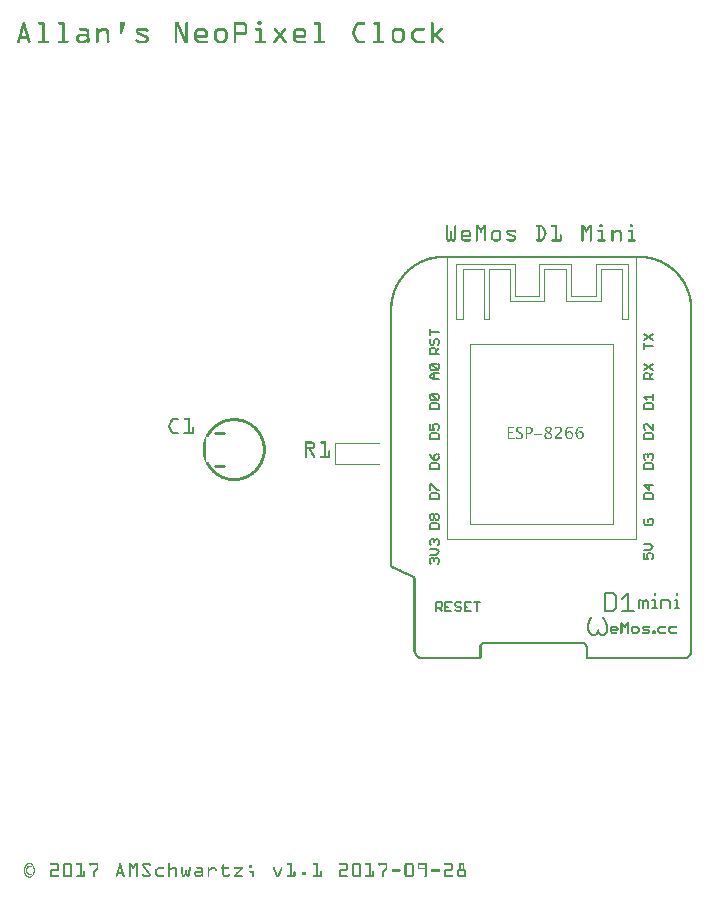
<source format=gto>
G04 MADE WITH FRITZING*
G04 WWW.FRITZING.ORG*
G04 DOUBLE SIDED*
G04 HOLES PLATED*
G04 CONTOUR ON CENTER OF CONTOUR VECTOR*
%ASAXBY*%
%FSLAX23Y23*%
%MOIN*%
%OFA0B0*%
%SFA1.0B1.0*%
%ADD10R,0.632695X0.947653X0.627139X0.942097*%
%ADD11C,0.002778*%
%ADD12R,0.477764X0.602764X0.472208X0.597208*%
%ADD13C,0.011000*%
%ADD14C,0.005556*%
%ADD15C,0.006944*%
%ADD16R,0.001000X0.001000*%
%LNSILK1*%
G90*
G70*
G54D11*
X2480Y2418D02*
X3110Y2418D01*
X3110Y1473D01*
X2480Y1473D01*
X2480Y2418D01*
D02*
X2558Y2123D02*
X3033Y2123D01*
X3033Y1523D01*
X2558Y1523D01*
X2558Y2123D01*
D02*
X3082Y2206D02*
X3065Y2206D01*
X3065Y2373D01*
X2994Y2373D01*
X2994Y2266D01*
X2878Y2266D01*
X2878Y2373D01*
X2805Y2373D01*
X2805Y2266D01*
X2690Y2266D01*
X2690Y2373D01*
X2619Y2373D01*
X2619Y2206D01*
X2602Y2206D01*
X2602Y2373D01*
X2532Y2373D01*
X2532Y2206D01*
X2509Y2206D01*
X2509Y2390D01*
X2707Y2390D01*
X2707Y2283D01*
X2788Y2283D01*
X2788Y2390D01*
X2895Y2390D01*
X2895Y2283D01*
X2977Y2283D01*
X2977Y2390D01*
X3082Y2390D01*
X3082Y2206D01*
D02*
G54D13*
X1706Y1827D02*
X1736Y1827D01*
D02*
X1706Y1717D02*
X1736Y1717D01*
D02*
G54D14*
X2454Y2090D02*
X2423Y2090D01*
X2422Y2090D02*
X2422Y2105D01*
X2422Y2106D02*
X2427Y2111D01*
X2428Y2111D02*
X2438Y2111D01*
X2438Y2111D02*
X2442Y2106D01*
X2443Y2106D02*
X2443Y2091D01*
X2443Y2100D02*
X2453Y2110D01*
X2428Y2142D02*
X2423Y2137D01*
X2422Y2137D02*
X2422Y2128D01*
X2422Y2127D02*
X2427Y2122D01*
X2428Y2122D02*
X2433Y2122D01*
X2433Y2122D02*
X2438Y2127D01*
X2438Y2127D02*
X2438Y2136D01*
X2438Y2137D02*
X2442Y2142D01*
X2443Y2142D02*
X2448Y2142D01*
X2448Y2142D02*
X2453Y2137D01*
X2454Y2137D02*
X2454Y2128D01*
X2454Y2127D02*
X2449Y2122D01*
X2454Y2164D02*
X2423Y2164D01*
X2422Y2153D02*
X2422Y2173D01*
D02*
X2453Y2006D02*
X2433Y2006D01*
X2432Y2006D02*
X2423Y2015D01*
X2423Y2016D02*
X2432Y2026D01*
X2432Y2027D02*
X2452Y2027D01*
X2438Y2006D02*
X2438Y2026D01*
X2449Y2038D02*
X2428Y2038D01*
X2427Y2038D02*
X2423Y2043D01*
X2423Y2043D02*
X2423Y2052D01*
X2423Y2053D02*
X2427Y2058D01*
X2427Y2058D02*
X2448Y2058D01*
X2449Y2058D02*
X2453Y2053D01*
X2453Y2053D02*
X2453Y2044D01*
X2453Y2043D02*
X2449Y2038D01*
X2449Y2038D02*
X2428Y2058D01*
D02*
X2422Y1906D02*
X2453Y1906D01*
X2454Y1906D02*
X2454Y1921D01*
X2454Y1921D02*
X2449Y1926D01*
X2448Y1927D02*
X2428Y1927D01*
X2428Y1927D02*
X2423Y1922D01*
X2422Y1921D02*
X2422Y1906D01*
X2448Y1938D02*
X2428Y1938D01*
X2428Y1938D02*
X2423Y1943D01*
X2422Y1943D02*
X2422Y1952D01*
X2422Y1953D02*
X2427Y1958D01*
X2428Y1958D02*
X2448Y1958D01*
X2448Y1958D02*
X2453Y1953D01*
X2454Y1953D02*
X2454Y1944D01*
X2454Y1943D02*
X2449Y1938D01*
X2448Y1938D02*
X2428Y1958D01*
D02*
X2422Y1806D02*
X2453Y1806D01*
X2454Y1806D02*
X2454Y1821D01*
X2454Y1821D02*
X2449Y1826D01*
X2448Y1827D02*
X2428Y1827D01*
X2428Y1827D02*
X2423Y1822D01*
X2422Y1821D02*
X2422Y1806D01*
X2422Y1858D02*
X2422Y1838D01*
X2422Y1838D02*
X2437Y1838D01*
X2437Y1838D02*
X2432Y1848D01*
X2432Y1848D02*
X2432Y1852D01*
X2432Y1853D02*
X2437Y1858D01*
X2437Y1858D02*
X2447Y1858D01*
X2448Y1858D02*
X2453Y1853D01*
X2454Y1853D02*
X2454Y1844D01*
X2454Y1843D02*
X2449Y1838D01*
D02*
X2422Y1706D02*
X2453Y1706D01*
X2454Y1706D02*
X2454Y1721D01*
X2454Y1721D02*
X2449Y1726D01*
X2448Y1727D02*
X2428Y1727D01*
X2428Y1727D02*
X2423Y1722D01*
X2422Y1721D02*
X2422Y1706D01*
X2422Y1758D02*
X2427Y1749D01*
X2428Y1748D02*
X2438Y1738D01*
X2438Y1738D02*
X2447Y1738D01*
X2448Y1738D02*
X2453Y1743D01*
X2454Y1743D02*
X2454Y1752D01*
X2454Y1753D02*
X2449Y1758D01*
X2448Y1758D02*
X2443Y1758D01*
X2443Y1758D02*
X2439Y1753D01*
X2438Y1753D02*
X2438Y1738D01*
D02*
X2422Y1606D02*
X2453Y1606D01*
X2454Y1606D02*
X2454Y1621D01*
X2454Y1621D02*
X2449Y1626D01*
X2448Y1627D02*
X2428Y1627D01*
X2428Y1627D02*
X2423Y1622D01*
X2422Y1621D02*
X2422Y1606D01*
X2422Y1638D02*
X2422Y1658D01*
X2422Y1658D02*
X2428Y1658D01*
X2428Y1658D02*
X2448Y1638D01*
X2448Y1638D02*
X2453Y1638D01*
D02*
X2422Y1506D02*
X2453Y1506D01*
X2454Y1506D02*
X2454Y1521D01*
X2454Y1521D02*
X2449Y1526D01*
X2448Y1527D02*
X2428Y1527D01*
X2428Y1527D02*
X2423Y1522D01*
X2422Y1521D02*
X2422Y1506D01*
X2428Y1538D02*
X2423Y1543D01*
X2422Y1543D02*
X2422Y1552D01*
X2422Y1553D02*
X2427Y1558D01*
X2428Y1558D02*
X2433Y1558D01*
X2433Y1558D02*
X2438Y1553D01*
X2438Y1553D02*
X2443Y1558D01*
X2444Y1558D02*
X2448Y1558D01*
X2448Y1558D02*
X2453Y1553D01*
X2454Y1553D02*
X2454Y1544D01*
X2454Y1543D02*
X2449Y1538D01*
X2448Y1538D02*
X2444Y1538D01*
X2444Y1538D02*
X2439Y1543D01*
X2438Y1543D02*
X2433Y1538D01*
X2433Y1538D02*
X2428Y1538D01*
X2438Y1543D02*
X2438Y1552D01*
D02*
X2428Y1390D02*
X2423Y1395D01*
X2422Y1396D02*
X2422Y1405D01*
X2422Y1406D02*
X2427Y1411D01*
X2428Y1411D02*
X2432Y1411D01*
X2432Y1411D02*
X2437Y1406D01*
X2437Y1406D02*
X2437Y1401D01*
X2437Y1406D02*
X2442Y1411D01*
X2443Y1411D02*
X2448Y1411D01*
X2448Y1411D02*
X2453Y1406D01*
X2454Y1406D02*
X2454Y1397D01*
X2454Y1396D02*
X2449Y1391D01*
X2422Y1422D02*
X2442Y1422D01*
X2443Y1422D02*
X2453Y1432D01*
X2454Y1433D02*
X2444Y1442D01*
X2443Y1442D02*
X2422Y1442D01*
X2428Y1453D02*
X2423Y1458D01*
X2422Y1459D02*
X2422Y1469D01*
X2422Y1469D02*
X2427Y1473D01*
X2428Y1474D02*
X2432Y1474D01*
X2432Y1474D02*
X2437Y1470D01*
X2437Y1469D02*
X2437Y1464D01*
X2437Y1469D02*
X2442Y1473D01*
X2443Y1474D02*
X2448Y1474D01*
X2448Y1474D02*
X2453Y1470D01*
X2454Y1469D02*
X2454Y1459D01*
X2454Y1459D02*
X2449Y1454D01*
D02*
X3136Y1427D02*
X3136Y1407D01*
X3136Y1406D02*
X3151Y1406D01*
X3151Y1406D02*
X3146Y1415D01*
X3146Y1416D02*
X3146Y1421D01*
X3146Y1421D02*
X3151Y1426D01*
X3151Y1427D02*
X3161Y1427D01*
X3162Y1427D02*
X3167Y1422D01*
X3167Y1421D02*
X3167Y1412D01*
X3167Y1412D02*
X3162Y1407D01*
X3136Y1438D02*
X3156Y1438D01*
X3157Y1438D02*
X3167Y1448D01*
X3167Y1448D02*
X3157Y1457D01*
X3157Y1458D02*
X3137Y1458D01*
D02*
X3141Y1542D02*
X3136Y1537D01*
X3136Y1537D02*
X3136Y1528D01*
X3136Y1527D02*
X3141Y1522D01*
X3141Y1522D02*
X3161Y1522D01*
X3162Y1522D02*
X3167Y1527D01*
X3167Y1527D02*
X3167Y1536D01*
X3167Y1537D02*
X3162Y1542D01*
X3162Y1542D02*
X3152Y1542D01*
X3151Y1542D02*
X3151Y1532D01*
D02*
X3136Y1606D02*
X3167Y1606D01*
X3167Y1606D02*
X3167Y1621D01*
X3167Y1621D02*
X3162Y1626D01*
X3162Y1627D02*
X3141Y1627D01*
X3141Y1627D02*
X3136Y1622D01*
X3136Y1621D02*
X3136Y1606D01*
X3167Y1653D02*
X3136Y1653D01*
X3136Y1653D02*
X3152Y1638D01*
X3152Y1638D02*
X3152Y1658D01*
D02*
X3136Y1706D02*
X3167Y1706D01*
X3167Y1706D02*
X3167Y1721D01*
X3167Y1721D02*
X3162Y1726D01*
X3162Y1727D02*
X3141Y1727D01*
X3141Y1727D02*
X3136Y1722D01*
X3136Y1721D02*
X3136Y1706D01*
X3141Y1738D02*
X3136Y1743D01*
X3136Y1743D02*
X3136Y1752D01*
X3136Y1753D02*
X3141Y1758D01*
X3141Y1758D02*
X3145Y1758D01*
X3146Y1758D02*
X3151Y1753D01*
X3151Y1753D02*
X3151Y1749D01*
X3151Y1753D02*
X3156Y1758D01*
X3157Y1758D02*
X3162Y1758D01*
X3162Y1758D02*
X3167Y1753D01*
X3167Y1753D02*
X3167Y1744D01*
X3167Y1743D02*
X3162Y1738D01*
D02*
X3136Y1806D02*
X3167Y1806D01*
X3167Y1806D02*
X3167Y1821D01*
X3167Y1821D02*
X3162Y1826D01*
X3162Y1827D02*
X3141Y1827D01*
X3141Y1827D02*
X3136Y1822D01*
X3136Y1821D02*
X3136Y1806D01*
X3167Y1858D02*
X3167Y1838D01*
X3167Y1838D02*
X3147Y1858D01*
X3147Y1858D02*
X3141Y1858D01*
X3141Y1858D02*
X3136Y1853D01*
X3136Y1853D02*
X3136Y1844D01*
X3136Y1843D02*
X3141Y1838D01*
D02*
X3137Y1906D02*
X3167Y1906D01*
X3167Y1906D02*
X3167Y1921D01*
X3167Y1921D02*
X3163Y1926D01*
X3163Y1927D02*
X3142Y1927D01*
X3141Y1927D02*
X3137Y1922D01*
X3137Y1921D02*
X3137Y1906D01*
X3146Y1938D02*
X3137Y1948D01*
X3137Y1948D02*
X3167Y1948D01*
X3167Y1938D02*
X3167Y1958D01*
D02*
X3167Y2006D02*
X3136Y2006D01*
X3136Y2006D02*
X3136Y2021D01*
X3136Y2021D02*
X3141Y2026D01*
X3141Y2027D02*
X3151Y2027D01*
X3152Y2027D02*
X3156Y2022D01*
X3157Y2021D02*
X3157Y2006D01*
X3157Y2016D02*
X3167Y2026D01*
X3136Y2038D02*
X3167Y2058D01*
X3136Y2058D02*
X3167Y2038D01*
D02*
X3167Y2116D02*
X3137Y2116D01*
X3137Y2106D02*
X3137Y2126D01*
X3137Y2138D02*
X3167Y2158D01*
X3137Y2158D02*
X3167Y2138D01*
D02*
X2444Y1234D02*
X2444Y1265D01*
X2444Y1265D02*
X2459Y1265D01*
X2459Y1265D02*
X2464Y1260D01*
X2464Y1260D02*
X2464Y1250D01*
X2464Y1249D02*
X2459Y1244D01*
X2459Y1244D02*
X2444Y1244D01*
X2454Y1244D02*
X2464Y1235D01*
X2496Y1265D02*
X2475Y1265D01*
X2475Y1265D02*
X2475Y1234D01*
X2475Y1234D02*
X2495Y1234D01*
X2475Y1249D02*
X2485Y1249D01*
X2528Y1260D02*
X2523Y1265D01*
X2523Y1265D02*
X2513Y1265D01*
X2512Y1265D02*
X2507Y1260D01*
X2506Y1260D02*
X2506Y1255D01*
X2506Y1255D02*
X2511Y1250D01*
X2512Y1249D02*
X2522Y1249D01*
X2523Y1249D02*
X2528Y1244D01*
X2528Y1244D02*
X2528Y1240D01*
X2528Y1239D02*
X2523Y1234D01*
X2523Y1234D02*
X2513Y1234D01*
X2512Y1234D02*
X2507Y1239D01*
X2559Y1265D02*
X2539Y1265D01*
X2539Y1265D02*
X2539Y1234D01*
X2539Y1234D02*
X2559Y1234D01*
X2539Y1249D02*
X2548Y1249D01*
X2581Y1234D02*
X2581Y1265D01*
X2570Y1265D02*
X2590Y1265D01*
D02*
G54D15*
X3006Y1293D02*
X3006Y1235D01*
X3006Y1235D02*
X3034Y1235D01*
X3035Y1235D02*
X3045Y1245D01*
X3045Y1245D02*
X3045Y1283D01*
X3045Y1283D02*
X3035Y1293D01*
X3035Y1293D02*
X3006Y1293D01*
X3065Y1273D02*
X3085Y1293D01*
X3085Y1293D02*
X3085Y1235D01*
X3065Y1235D02*
X3103Y1235D01*
D02*
X3121Y1243D02*
X3121Y1271D01*
X3121Y1272D02*
X3128Y1272D01*
X3129Y1272D02*
X3135Y1265D01*
X3135Y1265D02*
X3135Y1244D01*
X3135Y1265D02*
X3142Y1272D01*
X3143Y1272D02*
X3150Y1265D01*
X3150Y1265D02*
X3150Y1244D01*
X3165Y1272D02*
X3172Y1272D01*
X3173Y1272D02*
X3173Y1244D01*
X3165Y1243D02*
X3180Y1243D01*
X3173Y1293D02*
X3173Y1286D01*
X3195Y1243D02*
X3195Y1271D01*
X3195Y1272D02*
X3216Y1272D01*
X3216Y1272D02*
X3223Y1265D01*
X3224Y1265D02*
X3224Y1244D01*
X3239Y1272D02*
X3246Y1272D01*
X3246Y1272D02*
X3246Y1244D01*
X3239Y1243D02*
X3252Y1243D01*
X3246Y1293D02*
X3246Y1286D01*
D02*
G54D16*
X1853Y3201D02*
X1858Y3201D01*
X1851Y3200D02*
X1860Y3200D01*
X1850Y3199D02*
X1861Y3199D01*
X1850Y3198D02*
X1862Y3198D01*
X1069Y3197D02*
X1071Y3197D01*
X1121Y3197D02*
X1136Y3197D01*
X1187Y3197D02*
X1202Y3197D01*
X1393Y3197D02*
X1404Y3197D01*
X1573Y3197D02*
X1584Y3197D01*
X1612Y3197D02*
X1614Y3197D01*
X1770Y3197D02*
X1803Y3197D01*
X1849Y3197D02*
X1862Y3197D01*
X2041Y3197D02*
X2056Y3197D01*
X2185Y3197D02*
X2205Y3197D01*
X2238Y3197D02*
X2253Y3197D01*
X2430Y3197D02*
X2432Y3197D01*
X1067Y3196D02*
X1072Y3196D01*
X1119Y3196D02*
X1138Y3196D01*
X1185Y3196D02*
X1204Y3196D01*
X1391Y3196D02*
X1405Y3196D01*
X1573Y3196D02*
X1585Y3196D01*
X1611Y3196D02*
X1616Y3196D01*
X1770Y3196D02*
X1806Y3196D01*
X1849Y3196D02*
X1862Y3196D01*
X2039Y3196D02*
X2058Y3196D01*
X2182Y3196D02*
X2207Y3196D01*
X2236Y3196D02*
X2255Y3196D01*
X2428Y3196D02*
X2434Y3196D01*
X1066Y3195D02*
X1073Y3195D01*
X1119Y3195D02*
X1139Y3195D01*
X1184Y3195D02*
X1204Y3195D01*
X1390Y3195D02*
X1406Y3195D01*
X1573Y3195D02*
X1585Y3195D01*
X1610Y3195D02*
X1617Y3195D01*
X1770Y3195D02*
X1808Y3195D01*
X1849Y3195D02*
X1862Y3195D01*
X2038Y3195D02*
X2058Y3195D01*
X2180Y3195D02*
X2208Y3195D01*
X2235Y3195D02*
X2255Y3195D01*
X2428Y3195D02*
X2434Y3195D01*
X1066Y3194D02*
X1074Y3194D01*
X1118Y3194D02*
X1139Y3194D01*
X1184Y3194D02*
X1205Y3194D01*
X1390Y3194D02*
X1407Y3194D01*
X1573Y3194D02*
X1586Y3194D01*
X1609Y3194D02*
X1617Y3194D01*
X1770Y3194D02*
X1809Y3194D01*
X1849Y3194D02*
X1862Y3194D01*
X2038Y3194D02*
X2059Y3194D01*
X2179Y3194D02*
X2208Y3194D01*
X2235Y3194D02*
X2256Y3194D01*
X2427Y3194D02*
X2435Y3194D01*
X1066Y3193D02*
X1074Y3193D01*
X1118Y3193D02*
X1139Y3193D01*
X1184Y3193D02*
X1205Y3193D01*
X1390Y3193D02*
X1407Y3193D01*
X1573Y3193D02*
X1586Y3193D01*
X1609Y3193D02*
X1617Y3193D01*
X1770Y3193D02*
X1811Y3193D01*
X1849Y3193D02*
X1862Y3193D01*
X2037Y3193D02*
X2059Y3193D01*
X2178Y3193D02*
X2208Y3193D01*
X2234Y3193D02*
X2256Y3193D01*
X2427Y3193D02*
X2435Y3193D01*
X1065Y3192D02*
X1074Y3192D01*
X1118Y3192D02*
X1140Y3192D01*
X1184Y3192D02*
X1205Y3192D01*
X1390Y3192D02*
X1407Y3192D01*
X1573Y3192D02*
X1587Y3192D01*
X1609Y3192D02*
X1617Y3192D01*
X1770Y3192D02*
X1811Y3192D01*
X1849Y3192D02*
X1862Y3192D01*
X2037Y3192D02*
X2059Y3192D01*
X2177Y3192D02*
X2208Y3192D01*
X2235Y3192D02*
X2256Y3192D01*
X2427Y3192D02*
X2435Y3192D01*
X1065Y3191D02*
X1075Y3191D01*
X1118Y3191D02*
X1140Y3191D01*
X1184Y3191D02*
X1205Y3191D01*
X1390Y3191D02*
X1407Y3191D01*
X1573Y3191D02*
X1587Y3191D01*
X1609Y3191D02*
X1617Y3191D01*
X1770Y3191D02*
X1812Y3191D01*
X1850Y3191D02*
X1862Y3191D01*
X2038Y3191D02*
X2059Y3191D01*
X2176Y3191D02*
X2208Y3191D01*
X2235Y3191D02*
X2256Y3191D01*
X2427Y3191D02*
X2435Y3191D01*
X1065Y3190D02*
X1075Y3190D01*
X1119Y3190D02*
X1140Y3190D01*
X1185Y3190D02*
X1205Y3190D01*
X1390Y3190D02*
X1406Y3190D01*
X1573Y3190D02*
X1587Y3190D01*
X1609Y3190D02*
X1617Y3190D01*
X1770Y3190D02*
X1813Y3190D01*
X1850Y3190D02*
X1861Y3190D01*
X2038Y3190D02*
X2059Y3190D01*
X2176Y3190D02*
X2207Y3190D01*
X2235Y3190D02*
X2256Y3190D01*
X2427Y3190D02*
X2435Y3190D01*
X1064Y3189D02*
X1075Y3189D01*
X1120Y3189D02*
X1140Y3189D01*
X1186Y3189D02*
X1205Y3189D01*
X1390Y3189D02*
X1406Y3189D01*
X1573Y3189D02*
X1588Y3189D01*
X1609Y3189D02*
X1617Y3189D01*
X1770Y3189D02*
X1813Y3189D01*
X1851Y3189D02*
X1860Y3189D01*
X2039Y3189D02*
X2059Y3189D01*
X2175Y3189D02*
X2206Y3189D01*
X2236Y3189D02*
X2256Y3189D01*
X2427Y3189D02*
X2435Y3189D01*
X1064Y3188D02*
X1075Y3188D01*
X1131Y3188D02*
X1140Y3188D01*
X1197Y3188D02*
X1205Y3188D01*
X1390Y3188D02*
X1406Y3188D01*
X1573Y3188D02*
X1588Y3188D01*
X1609Y3188D02*
X1617Y3188D01*
X1770Y3188D02*
X1779Y3188D01*
X1802Y3188D02*
X1814Y3188D01*
X2051Y3188D02*
X2059Y3188D01*
X2175Y3188D02*
X2186Y3188D01*
X2248Y3188D02*
X2256Y3188D01*
X2427Y3188D02*
X2435Y3188D01*
X1064Y3187D02*
X1076Y3187D01*
X1131Y3187D02*
X1140Y3187D01*
X1197Y3187D02*
X1205Y3187D01*
X1390Y3187D02*
X1405Y3187D01*
X1573Y3187D02*
X1589Y3187D01*
X1609Y3187D02*
X1617Y3187D01*
X1770Y3187D02*
X1778Y3187D01*
X1804Y3187D02*
X1814Y3187D01*
X2051Y3187D02*
X2059Y3187D01*
X2174Y3187D02*
X2184Y3187D01*
X2248Y3187D02*
X2256Y3187D01*
X2427Y3187D02*
X2435Y3187D01*
X1064Y3186D02*
X1076Y3186D01*
X1131Y3186D02*
X1140Y3186D01*
X1197Y3186D02*
X1205Y3186D01*
X1390Y3186D02*
X1405Y3186D01*
X1573Y3186D02*
X1589Y3186D01*
X1609Y3186D02*
X1617Y3186D01*
X1770Y3186D02*
X1778Y3186D01*
X1805Y3186D02*
X1814Y3186D01*
X2051Y3186D02*
X2059Y3186D01*
X2174Y3186D02*
X2183Y3186D01*
X2248Y3186D02*
X2256Y3186D01*
X2427Y3186D02*
X2435Y3186D01*
X1063Y3185D02*
X1076Y3185D01*
X1131Y3185D02*
X1140Y3185D01*
X1197Y3185D02*
X1205Y3185D01*
X1390Y3185D02*
X1405Y3185D01*
X1573Y3185D02*
X1590Y3185D01*
X1609Y3185D02*
X1617Y3185D01*
X1770Y3185D02*
X1778Y3185D01*
X1806Y3185D02*
X1814Y3185D01*
X2051Y3185D02*
X2059Y3185D01*
X2173Y3185D02*
X2183Y3185D01*
X2248Y3185D02*
X2256Y3185D01*
X2427Y3185D02*
X2435Y3185D01*
X1063Y3184D02*
X1077Y3184D01*
X1131Y3184D02*
X1140Y3184D01*
X1197Y3184D02*
X1205Y3184D01*
X1390Y3184D02*
X1404Y3184D01*
X1573Y3184D02*
X1590Y3184D01*
X1609Y3184D02*
X1617Y3184D01*
X1770Y3184D02*
X1778Y3184D01*
X1806Y3184D02*
X1814Y3184D01*
X2051Y3184D02*
X2059Y3184D01*
X2173Y3184D02*
X2182Y3184D01*
X2248Y3184D02*
X2256Y3184D01*
X2427Y3184D02*
X2435Y3184D01*
X1063Y3183D02*
X1077Y3183D01*
X1131Y3183D02*
X1140Y3183D01*
X1197Y3183D02*
X1205Y3183D01*
X1390Y3183D02*
X1404Y3183D01*
X1573Y3183D02*
X1590Y3183D01*
X1609Y3183D02*
X1617Y3183D01*
X1770Y3183D02*
X1778Y3183D01*
X1806Y3183D02*
X1814Y3183D01*
X2051Y3183D02*
X2059Y3183D01*
X2172Y3183D02*
X2182Y3183D01*
X2248Y3183D02*
X2256Y3183D01*
X2427Y3183D02*
X2435Y3183D01*
X1062Y3182D02*
X1077Y3182D01*
X1131Y3182D02*
X1140Y3182D01*
X1197Y3182D02*
X1205Y3182D01*
X1390Y3182D02*
X1404Y3182D01*
X1573Y3182D02*
X1591Y3182D01*
X1609Y3182D02*
X1617Y3182D01*
X1770Y3182D02*
X1778Y3182D01*
X1806Y3182D02*
X1814Y3182D01*
X2051Y3182D02*
X2059Y3182D01*
X2172Y3182D02*
X2181Y3182D01*
X2248Y3182D02*
X2256Y3182D01*
X2427Y3182D02*
X2435Y3182D01*
X1062Y3181D02*
X1077Y3181D01*
X1131Y3181D02*
X1140Y3181D01*
X1197Y3181D02*
X1205Y3181D01*
X1390Y3181D02*
X1404Y3181D01*
X1573Y3181D02*
X1591Y3181D01*
X1609Y3181D02*
X1617Y3181D01*
X1770Y3181D02*
X1778Y3181D01*
X1806Y3181D02*
X1814Y3181D01*
X2051Y3181D02*
X2059Y3181D01*
X2171Y3181D02*
X2181Y3181D01*
X2248Y3181D02*
X2256Y3181D01*
X2427Y3181D02*
X2435Y3181D01*
X1062Y3180D02*
X1078Y3180D01*
X1131Y3180D02*
X1140Y3180D01*
X1197Y3180D02*
X1205Y3180D01*
X1390Y3180D02*
X1403Y3180D01*
X1573Y3180D02*
X1592Y3180D01*
X1609Y3180D02*
X1617Y3180D01*
X1770Y3180D02*
X1778Y3180D01*
X1806Y3180D02*
X1814Y3180D01*
X2051Y3180D02*
X2059Y3180D01*
X2171Y3180D02*
X2180Y3180D01*
X2248Y3180D02*
X2256Y3180D01*
X2427Y3180D02*
X2435Y3180D01*
X1061Y3179D02*
X1078Y3179D01*
X1131Y3179D02*
X1140Y3179D01*
X1197Y3179D02*
X1205Y3179D01*
X1390Y3179D02*
X1403Y3179D01*
X1573Y3179D02*
X1581Y3179D01*
X1583Y3179D02*
X1592Y3179D01*
X1609Y3179D02*
X1617Y3179D01*
X1770Y3179D02*
X1778Y3179D01*
X1806Y3179D02*
X1814Y3179D01*
X2051Y3179D02*
X2059Y3179D01*
X2170Y3179D02*
X2180Y3179D01*
X2248Y3179D02*
X2256Y3179D01*
X2427Y3179D02*
X2435Y3179D01*
X1061Y3178D02*
X1078Y3178D01*
X1131Y3178D02*
X1140Y3178D01*
X1197Y3178D02*
X1205Y3178D01*
X1258Y3178D02*
X1275Y3178D01*
X1335Y3178D02*
X1340Y3178D01*
X1390Y3178D02*
X1403Y3178D01*
X1454Y3178D02*
X1473Y3178D01*
X1573Y3178D02*
X1581Y3178D01*
X1584Y3178D02*
X1593Y3178D01*
X1609Y3178D02*
X1617Y3178D01*
X1655Y3178D02*
X1667Y3178D01*
X1721Y3178D02*
X1732Y3178D01*
X1770Y3178D02*
X1778Y3178D01*
X1806Y3178D02*
X1814Y3178D01*
X1845Y3178D02*
X1858Y3178D01*
X1984Y3178D02*
X1995Y3178D01*
X2051Y3178D02*
X2059Y3178D01*
X2170Y3178D02*
X2179Y3178D01*
X2248Y3178D02*
X2256Y3178D01*
X2312Y3178D02*
X2323Y3178D01*
X2382Y3178D02*
X2401Y3178D01*
X2427Y3178D02*
X2435Y3178D01*
X1061Y3177D02*
X1079Y3177D01*
X1131Y3177D02*
X1140Y3177D01*
X1197Y3177D02*
X1205Y3177D01*
X1256Y3177D02*
X1279Y3177D01*
X1312Y3177D02*
X1317Y3177D01*
X1331Y3177D02*
X1345Y3177D01*
X1390Y3177D02*
X1402Y3177D01*
X1450Y3177D02*
X1478Y3177D01*
X1573Y3177D02*
X1581Y3177D01*
X1584Y3177D02*
X1593Y3177D01*
X1609Y3177D02*
X1617Y3177D01*
X1651Y3177D02*
X1671Y3177D01*
X1716Y3177D02*
X1737Y3177D01*
X1770Y3177D02*
X1778Y3177D01*
X1806Y3177D02*
X1814Y3177D01*
X1842Y3177D02*
X1860Y3177D01*
X1904Y3177D02*
X1909Y3177D01*
X1938Y3177D02*
X1943Y3177D01*
X1979Y3177D02*
X2000Y3177D01*
X2051Y3177D02*
X2059Y3177D01*
X2169Y3177D02*
X2179Y3177D01*
X2248Y3177D02*
X2256Y3177D01*
X2307Y3177D02*
X2328Y3177D01*
X2378Y3177D02*
X2404Y3177D01*
X2427Y3177D02*
X2435Y3177D01*
X2460Y3177D02*
X2465Y3177D01*
X1061Y3176D02*
X1079Y3176D01*
X1131Y3176D02*
X1140Y3176D01*
X1197Y3176D02*
X1205Y3176D01*
X1255Y3176D02*
X1281Y3176D01*
X1311Y3176D02*
X1318Y3176D01*
X1329Y3176D02*
X1347Y3176D01*
X1390Y3176D02*
X1402Y3176D01*
X1448Y3176D02*
X1480Y3176D01*
X1573Y3176D02*
X1581Y3176D01*
X1584Y3176D02*
X1594Y3176D01*
X1609Y3176D02*
X1617Y3176D01*
X1649Y3176D02*
X1673Y3176D01*
X1714Y3176D02*
X1739Y3176D01*
X1770Y3176D02*
X1778Y3176D01*
X1806Y3176D02*
X1814Y3176D01*
X1841Y3176D02*
X1861Y3176D01*
X1903Y3176D02*
X1910Y3176D01*
X1937Y3176D02*
X1944Y3176D01*
X1977Y3176D02*
X2002Y3176D01*
X2051Y3176D02*
X2059Y3176D01*
X2169Y3176D02*
X2178Y3176D01*
X2248Y3176D02*
X2256Y3176D01*
X2305Y3176D02*
X2330Y3176D01*
X2375Y3176D02*
X2405Y3176D01*
X2427Y3176D02*
X2435Y3176D01*
X2459Y3176D02*
X2466Y3176D01*
X1060Y3175D02*
X1069Y3175D01*
X1071Y3175D02*
X1079Y3175D01*
X1131Y3175D02*
X1140Y3175D01*
X1197Y3175D02*
X1205Y3175D01*
X1254Y3175D02*
X1283Y3175D01*
X1311Y3175D02*
X1318Y3175D01*
X1327Y3175D02*
X1348Y3175D01*
X1390Y3175D02*
X1402Y3175D01*
X1447Y3175D02*
X1481Y3175D01*
X1573Y3175D02*
X1581Y3175D01*
X1585Y3175D02*
X1594Y3175D01*
X1609Y3175D02*
X1617Y3175D01*
X1647Y3175D02*
X1675Y3175D01*
X1713Y3175D02*
X1740Y3175D01*
X1770Y3175D02*
X1778Y3175D01*
X1806Y3175D02*
X1814Y3175D01*
X1841Y3175D02*
X1862Y3175D01*
X1903Y3175D02*
X1911Y3175D01*
X1937Y3175D02*
X1944Y3175D01*
X1976Y3175D02*
X2003Y3175D01*
X2051Y3175D02*
X2059Y3175D01*
X2168Y3175D02*
X2178Y3175D01*
X2248Y3175D02*
X2256Y3175D01*
X2304Y3175D02*
X2331Y3175D01*
X2374Y3175D02*
X2405Y3175D01*
X2427Y3175D02*
X2435Y3175D01*
X2458Y3175D02*
X2466Y3175D01*
X1060Y3174D02*
X1069Y3174D01*
X1071Y3174D02*
X1080Y3174D01*
X1131Y3174D02*
X1140Y3174D01*
X1197Y3174D02*
X1205Y3174D01*
X1254Y3174D02*
X1284Y3174D01*
X1311Y3174D02*
X1318Y3174D01*
X1325Y3174D02*
X1349Y3174D01*
X1390Y3174D02*
X1402Y3174D01*
X1446Y3174D02*
X1483Y3174D01*
X1573Y3174D02*
X1581Y3174D01*
X1585Y3174D02*
X1594Y3174D01*
X1609Y3174D02*
X1617Y3174D01*
X1646Y3174D02*
X1676Y3174D01*
X1712Y3174D02*
X1741Y3174D01*
X1770Y3174D02*
X1778Y3174D01*
X1806Y3174D02*
X1814Y3174D01*
X1840Y3174D02*
X1862Y3174D01*
X1903Y3174D02*
X1912Y3174D01*
X1936Y3174D02*
X1945Y3174D01*
X1974Y3174D02*
X2004Y3174D01*
X2051Y3174D02*
X2059Y3174D01*
X2168Y3174D02*
X2177Y3174D01*
X2248Y3174D02*
X2256Y3174D01*
X2303Y3174D02*
X2333Y3174D01*
X2373Y3174D02*
X2405Y3174D01*
X2427Y3174D02*
X2435Y3174D01*
X2457Y3174D02*
X2467Y3174D01*
X1060Y3173D02*
X1068Y3173D01*
X1071Y3173D02*
X1080Y3173D01*
X1131Y3173D02*
X1140Y3173D01*
X1197Y3173D02*
X1205Y3173D01*
X1254Y3173D02*
X1285Y3173D01*
X1310Y3173D02*
X1319Y3173D01*
X1324Y3173D02*
X1350Y3173D01*
X1390Y3173D02*
X1401Y3173D01*
X1445Y3173D02*
X1483Y3173D01*
X1573Y3173D02*
X1581Y3173D01*
X1586Y3173D02*
X1595Y3173D01*
X1609Y3173D02*
X1617Y3173D01*
X1645Y3173D02*
X1677Y3173D01*
X1711Y3173D02*
X1743Y3173D01*
X1770Y3173D02*
X1778Y3173D01*
X1806Y3173D02*
X1814Y3173D01*
X1840Y3173D02*
X1862Y3173D01*
X1903Y3173D02*
X1912Y3173D01*
X1935Y3173D02*
X1945Y3173D01*
X1973Y3173D02*
X2005Y3173D01*
X2051Y3173D02*
X2059Y3173D01*
X2167Y3173D02*
X2177Y3173D01*
X2248Y3173D02*
X2256Y3173D01*
X2302Y3173D02*
X2334Y3173D01*
X2371Y3173D02*
X2405Y3173D01*
X2427Y3173D02*
X2435Y3173D01*
X2455Y3173D02*
X2467Y3173D01*
X1059Y3172D02*
X1068Y3172D01*
X1071Y3172D02*
X1080Y3172D01*
X1131Y3172D02*
X1140Y3172D01*
X1197Y3172D02*
X1205Y3172D01*
X1254Y3172D02*
X1285Y3172D01*
X1310Y3172D02*
X1319Y3172D01*
X1322Y3172D02*
X1351Y3172D01*
X1390Y3172D02*
X1401Y3172D01*
X1444Y3172D02*
X1484Y3172D01*
X1573Y3172D02*
X1581Y3172D01*
X1586Y3172D02*
X1595Y3172D01*
X1609Y3172D02*
X1617Y3172D01*
X1644Y3172D02*
X1678Y3172D01*
X1709Y3172D02*
X1744Y3172D01*
X1770Y3172D02*
X1778Y3172D01*
X1806Y3172D02*
X1814Y3172D01*
X1841Y3172D02*
X1862Y3172D01*
X1903Y3172D02*
X1913Y3172D01*
X1934Y3172D02*
X1944Y3172D01*
X1972Y3172D02*
X2007Y3172D01*
X2051Y3172D02*
X2059Y3172D01*
X2167Y3172D02*
X2176Y3172D01*
X2248Y3172D02*
X2256Y3172D01*
X2300Y3172D02*
X2335Y3172D01*
X2370Y3172D02*
X2405Y3172D01*
X2427Y3172D02*
X2435Y3172D01*
X2454Y3172D02*
X2466Y3172D01*
X1059Y3171D02*
X1068Y3171D01*
X1072Y3171D02*
X1080Y3171D01*
X1131Y3171D02*
X1140Y3171D01*
X1197Y3171D02*
X1205Y3171D01*
X1254Y3171D02*
X1286Y3171D01*
X1310Y3171D02*
X1319Y3171D01*
X1321Y3171D02*
X1352Y3171D01*
X1390Y3171D02*
X1401Y3171D01*
X1444Y3171D02*
X1485Y3171D01*
X1573Y3171D02*
X1581Y3171D01*
X1587Y3171D02*
X1596Y3171D01*
X1609Y3171D02*
X1617Y3171D01*
X1643Y3171D02*
X1679Y3171D01*
X1708Y3171D02*
X1745Y3171D01*
X1770Y3171D02*
X1778Y3171D01*
X1806Y3171D02*
X1814Y3171D01*
X1841Y3171D02*
X1862Y3171D01*
X1903Y3171D02*
X1914Y3171D01*
X1933Y3171D02*
X1944Y3171D01*
X1971Y3171D02*
X2008Y3171D01*
X2051Y3171D02*
X2059Y3171D01*
X2166Y3171D02*
X2176Y3171D01*
X2248Y3171D02*
X2256Y3171D01*
X2299Y3171D02*
X2336Y3171D01*
X2369Y3171D02*
X2405Y3171D01*
X2427Y3171D02*
X2435Y3171D01*
X2453Y3171D02*
X2466Y3171D01*
X1059Y3170D02*
X1067Y3170D01*
X1072Y3170D02*
X1081Y3170D01*
X1131Y3170D02*
X1140Y3170D01*
X1197Y3170D02*
X1205Y3170D01*
X1255Y3170D02*
X1287Y3170D01*
X1310Y3170D02*
X1352Y3170D01*
X1390Y3170D02*
X1400Y3170D01*
X1443Y3170D02*
X1485Y3170D01*
X1573Y3170D02*
X1581Y3170D01*
X1587Y3170D02*
X1596Y3170D01*
X1609Y3170D02*
X1617Y3170D01*
X1642Y3170D02*
X1680Y3170D01*
X1708Y3170D02*
X1746Y3170D01*
X1770Y3170D02*
X1778Y3170D01*
X1806Y3170D02*
X1814Y3170D01*
X1842Y3170D02*
X1862Y3170D01*
X1904Y3170D02*
X1915Y3170D01*
X1932Y3170D02*
X1943Y3170D01*
X1970Y3170D02*
X2008Y3170D01*
X2051Y3170D02*
X2059Y3170D01*
X2166Y3170D02*
X2175Y3170D01*
X2248Y3170D02*
X2256Y3170D01*
X2299Y3170D02*
X2337Y3170D01*
X2368Y3170D02*
X2404Y3170D01*
X2427Y3170D02*
X2435Y3170D01*
X2452Y3170D02*
X2465Y3170D01*
X1059Y3169D02*
X1067Y3169D01*
X1072Y3169D02*
X1081Y3169D01*
X1131Y3169D02*
X1140Y3169D01*
X1197Y3169D02*
X1205Y3169D01*
X1257Y3169D02*
X1287Y3169D01*
X1310Y3169D02*
X1353Y3169D01*
X1390Y3169D02*
X1400Y3169D01*
X1443Y3169D02*
X1485Y3169D01*
X1573Y3169D02*
X1581Y3169D01*
X1588Y3169D02*
X1597Y3169D01*
X1609Y3169D02*
X1617Y3169D01*
X1641Y3169D02*
X1681Y3169D01*
X1707Y3169D02*
X1746Y3169D01*
X1770Y3169D02*
X1778Y3169D01*
X1806Y3169D02*
X1814Y3169D01*
X1844Y3169D02*
X1862Y3169D01*
X1905Y3169D02*
X1916Y3169D01*
X1932Y3169D02*
X1942Y3169D01*
X1970Y3169D02*
X2009Y3169D01*
X2051Y3169D02*
X2059Y3169D01*
X2166Y3169D02*
X2175Y3169D01*
X2248Y3169D02*
X2256Y3169D01*
X2298Y3169D02*
X2338Y3169D01*
X2367Y3169D02*
X2402Y3169D01*
X2427Y3169D02*
X2435Y3169D01*
X2451Y3169D02*
X2464Y3169D01*
X1058Y3168D02*
X1067Y3168D01*
X1073Y3168D02*
X1081Y3168D01*
X1131Y3168D02*
X1140Y3168D01*
X1197Y3168D02*
X1205Y3168D01*
X1278Y3168D02*
X1287Y3168D01*
X1310Y3168D02*
X1332Y3168D01*
X1343Y3168D02*
X1353Y3168D01*
X1390Y3168D02*
X1400Y3168D01*
X1443Y3168D02*
X1452Y3168D01*
X1476Y3168D02*
X1485Y3168D01*
X1573Y3168D02*
X1581Y3168D01*
X1588Y3168D02*
X1597Y3168D01*
X1609Y3168D02*
X1617Y3168D01*
X1641Y3168D02*
X1652Y3168D01*
X1670Y3168D02*
X1681Y3168D01*
X1706Y3168D02*
X1718Y3168D01*
X1736Y3168D02*
X1747Y3168D01*
X1770Y3168D02*
X1778Y3168D01*
X1806Y3168D02*
X1814Y3168D01*
X1854Y3168D02*
X1862Y3168D01*
X1906Y3168D02*
X1917Y3168D01*
X1931Y3168D02*
X1942Y3168D01*
X1969Y3168D02*
X1980Y3168D01*
X1998Y3168D02*
X2010Y3168D01*
X2051Y3168D02*
X2059Y3168D01*
X2165Y3168D02*
X2174Y3168D01*
X2248Y3168D02*
X2256Y3168D01*
X2297Y3168D02*
X2309Y3168D01*
X2327Y3168D02*
X2338Y3168D01*
X2366Y3168D02*
X2379Y3168D01*
X2427Y3168D02*
X2435Y3168D01*
X2450Y3168D02*
X2463Y3168D01*
X1058Y3167D02*
X1067Y3167D01*
X1073Y3167D02*
X1082Y3167D01*
X1131Y3167D02*
X1140Y3167D01*
X1197Y3167D02*
X1205Y3167D01*
X1279Y3167D02*
X1288Y3167D01*
X1310Y3167D02*
X1331Y3167D01*
X1344Y3167D02*
X1353Y3167D01*
X1390Y3167D02*
X1399Y3167D01*
X1443Y3167D02*
X1451Y3167D01*
X1478Y3167D02*
X1484Y3167D01*
X1573Y3167D02*
X1581Y3167D01*
X1588Y3167D02*
X1597Y3167D01*
X1609Y3167D02*
X1617Y3167D01*
X1640Y3167D02*
X1651Y3167D01*
X1671Y3167D02*
X1682Y3167D01*
X1706Y3167D02*
X1717Y3167D01*
X1737Y3167D02*
X1748Y3167D01*
X1770Y3167D02*
X1778Y3167D01*
X1806Y3167D02*
X1814Y3167D01*
X1854Y3167D02*
X1862Y3167D01*
X1906Y3167D02*
X1917Y3167D01*
X1930Y3167D02*
X1941Y3167D01*
X1968Y3167D02*
X1979Y3167D01*
X2000Y3167D02*
X2010Y3167D01*
X2051Y3167D02*
X2059Y3167D01*
X2165Y3167D02*
X2174Y3167D01*
X2248Y3167D02*
X2256Y3167D01*
X2297Y3167D02*
X2308Y3167D01*
X2328Y3167D02*
X2339Y3167D01*
X2365Y3167D02*
X2378Y3167D01*
X2427Y3167D02*
X2435Y3167D01*
X2448Y3167D02*
X2462Y3167D01*
X1058Y3166D02*
X1066Y3166D01*
X1073Y3166D02*
X1082Y3166D01*
X1131Y3166D02*
X1140Y3166D01*
X1197Y3166D02*
X1205Y3166D01*
X1279Y3166D02*
X1288Y3166D01*
X1310Y3166D02*
X1329Y3166D01*
X1345Y3166D02*
X1353Y3166D01*
X1390Y3166D02*
X1399Y3166D01*
X1443Y3166D02*
X1451Y3166D01*
X1479Y3166D02*
X1483Y3166D01*
X1573Y3166D02*
X1581Y3166D01*
X1589Y3166D02*
X1598Y3166D01*
X1609Y3166D02*
X1617Y3166D01*
X1640Y3166D02*
X1650Y3166D01*
X1672Y3166D02*
X1682Y3166D01*
X1705Y3166D02*
X1715Y3166D01*
X1738Y3166D02*
X1748Y3166D01*
X1770Y3166D02*
X1778Y3166D01*
X1806Y3166D02*
X1814Y3166D01*
X1854Y3166D02*
X1862Y3166D01*
X1907Y3166D02*
X1918Y3166D01*
X1929Y3166D02*
X1940Y3166D01*
X1968Y3166D02*
X1978Y3166D01*
X2001Y3166D02*
X2011Y3166D01*
X2051Y3166D02*
X2059Y3166D01*
X2165Y3166D02*
X2173Y3166D01*
X2248Y3166D02*
X2256Y3166D01*
X2296Y3166D02*
X2306Y3166D01*
X2329Y3166D02*
X2339Y3166D01*
X2364Y3166D02*
X2377Y3166D01*
X2427Y3166D02*
X2435Y3166D01*
X2447Y3166D02*
X2460Y3166D01*
X1057Y3165D02*
X1066Y3165D01*
X1074Y3165D02*
X1082Y3165D01*
X1131Y3165D02*
X1140Y3165D01*
X1197Y3165D02*
X1205Y3165D01*
X1279Y3165D02*
X1288Y3165D01*
X1310Y3165D02*
X1327Y3165D01*
X1345Y3165D02*
X1353Y3165D01*
X1390Y3165D02*
X1399Y3165D01*
X1443Y3165D02*
X1451Y3165D01*
X1481Y3165D02*
X1481Y3165D01*
X1573Y3165D02*
X1581Y3165D01*
X1589Y3165D02*
X1598Y3165D01*
X1609Y3165D02*
X1617Y3165D01*
X1639Y3165D02*
X1649Y3165D01*
X1673Y3165D02*
X1683Y3165D01*
X1705Y3165D02*
X1714Y3165D01*
X1739Y3165D02*
X1748Y3165D01*
X1770Y3165D02*
X1778Y3165D01*
X1806Y3165D02*
X1814Y3165D01*
X1854Y3165D02*
X1862Y3165D01*
X1908Y3165D02*
X1919Y3165D01*
X1928Y3165D02*
X1939Y3165D01*
X1968Y3165D02*
X1977Y3165D01*
X2002Y3165D02*
X2011Y3165D01*
X2051Y3165D02*
X2059Y3165D01*
X2165Y3165D02*
X2173Y3165D01*
X2248Y3165D02*
X2256Y3165D01*
X2296Y3165D02*
X2305Y3165D01*
X2330Y3165D02*
X2339Y3165D01*
X2363Y3165D02*
X2376Y3165D01*
X2427Y3165D02*
X2435Y3165D01*
X2446Y3165D02*
X2459Y3165D01*
X1057Y3164D02*
X1066Y3164D01*
X1074Y3164D02*
X1082Y3164D01*
X1131Y3164D02*
X1140Y3164D01*
X1197Y3164D02*
X1205Y3164D01*
X1280Y3164D02*
X1288Y3164D01*
X1310Y3164D02*
X1326Y3164D01*
X1345Y3164D02*
X1353Y3164D01*
X1390Y3164D02*
X1399Y3164D01*
X1443Y3164D02*
X1453Y3164D01*
X1573Y3164D02*
X1581Y3164D01*
X1590Y3164D02*
X1599Y3164D01*
X1609Y3164D02*
X1617Y3164D01*
X1639Y3164D02*
X1648Y3164D01*
X1674Y3164D02*
X1683Y3164D01*
X1705Y3164D02*
X1713Y3164D01*
X1740Y3164D02*
X1748Y3164D01*
X1770Y3164D02*
X1778Y3164D01*
X1805Y3164D02*
X1814Y3164D01*
X1854Y3164D02*
X1862Y3164D01*
X1909Y3164D02*
X1920Y3164D01*
X1927Y3164D02*
X1938Y3164D01*
X1967Y3164D02*
X1976Y3164D01*
X2003Y3164D02*
X2011Y3164D01*
X2051Y3164D02*
X2059Y3164D01*
X2164Y3164D02*
X2173Y3164D01*
X2248Y3164D02*
X2256Y3164D01*
X2296Y3164D02*
X2305Y3164D01*
X2331Y3164D02*
X2340Y3164D01*
X2363Y3164D02*
X2374Y3164D01*
X2427Y3164D02*
X2435Y3164D01*
X2445Y3164D02*
X2458Y3164D01*
X1057Y3163D02*
X1065Y3163D01*
X1074Y3163D02*
X1083Y3163D01*
X1131Y3163D02*
X1140Y3163D01*
X1197Y3163D02*
X1205Y3163D01*
X1280Y3163D02*
X1288Y3163D01*
X1310Y3163D02*
X1324Y3163D01*
X1345Y3163D02*
X1354Y3163D01*
X1390Y3163D02*
X1398Y3163D01*
X1443Y3163D02*
X1455Y3163D01*
X1573Y3163D02*
X1581Y3163D01*
X1590Y3163D02*
X1599Y3163D01*
X1609Y3163D02*
X1617Y3163D01*
X1639Y3163D02*
X1647Y3163D01*
X1675Y3163D02*
X1683Y3163D01*
X1705Y3163D02*
X1713Y3163D01*
X1740Y3163D02*
X1749Y3163D01*
X1770Y3163D02*
X1778Y3163D01*
X1803Y3163D02*
X1814Y3163D01*
X1854Y3163D02*
X1862Y3163D01*
X1910Y3163D02*
X1921Y3163D01*
X1927Y3163D02*
X1937Y3163D01*
X1967Y3163D02*
X1976Y3163D01*
X2003Y3163D02*
X2011Y3163D01*
X2051Y3163D02*
X2059Y3163D01*
X2164Y3163D02*
X2173Y3163D01*
X2248Y3163D02*
X2256Y3163D01*
X2296Y3163D02*
X2304Y3163D01*
X2331Y3163D02*
X2340Y3163D01*
X2362Y3163D02*
X2373Y3163D01*
X2427Y3163D02*
X2435Y3163D01*
X2444Y3163D02*
X2457Y3163D01*
X1056Y3162D02*
X1065Y3162D01*
X1074Y3162D02*
X1083Y3162D01*
X1131Y3162D02*
X1140Y3162D01*
X1197Y3162D02*
X1205Y3162D01*
X1280Y3162D02*
X1288Y3162D01*
X1310Y3162D02*
X1323Y3162D01*
X1345Y3162D02*
X1354Y3162D01*
X1390Y3162D02*
X1398Y3162D01*
X1444Y3162D02*
X1457Y3162D01*
X1573Y3162D02*
X1581Y3162D01*
X1591Y3162D02*
X1600Y3162D01*
X1609Y3162D02*
X1617Y3162D01*
X1639Y3162D02*
X1647Y3162D01*
X1675Y3162D02*
X1683Y3162D01*
X1705Y3162D02*
X1713Y3162D01*
X1740Y3162D02*
X1749Y3162D01*
X1770Y3162D02*
X1813Y3162D01*
X1854Y3162D02*
X1862Y3162D01*
X1911Y3162D02*
X1922Y3162D01*
X1926Y3162D02*
X1937Y3162D01*
X1967Y3162D02*
X1975Y3162D01*
X2003Y3162D02*
X2011Y3162D01*
X2051Y3162D02*
X2059Y3162D01*
X2164Y3162D02*
X2172Y3162D01*
X2248Y3162D02*
X2256Y3162D01*
X2296Y3162D02*
X2304Y3162D01*
X2332Y3162D02*
X2340Y3162D01*
X2362Y3162D02*
X2372Y3162D01*
X2427Y3162D02*
X2435Y3162D01*
X2443Y3162D02*
X2456Y3162D01*
X1056Y3161D02*
X1065Y3161D01*
X1075Y3161D02*
X1083Y3161D01*
X1131Y3161D02*
X1140Y3161D01*
X1197Y3161D02*
X1205Y3161D01*
X1280Y3161D02*
X1288Y3161D01*
X1310Y3161D02*
X1321Y3161D01*
X1345Y3161D02*
X1354Y3161D01*
X1390Y3161D02*
X1398Y3161D01*
X1444Y3161D02*
X1459Y3161D01*
X1573Y3161D02*
X1581Y3161D01*
X1591Y3161D02*
X1600Y3161D01*
X1609Y3161D02*
X1617Y3161D01*
X1639Y3161D02*
X1647Y3161D01*
X1675Y3161D02*
X1683Y3161D01*
X1704Y3161D02*
X1713Y3161D01*
X1741Y3161D02*
X1749Y3161D01*
X1770Y3161D02*
X1813Y3161D01*
X1854Y3161D02*
X1862Y3161D01*
X1911Y3161D02*
X1922Y3161D01*
X1925Y3161D02*
X1936Y3161D01*
X1967Y3161D02*
X1975Y3161D01*
X2003Y3161D02*
X2011Y3161D01*
X2051Y3161D02*
X2059Y3161D01*
X2164Y3161D02*
X2173Y3161D01*
X2248Y3161D02*
X2256Y3161D01*
X2296Y3161D02*
X2304Y3161D01*
X2332Y3161D02*
X2340Y3161D01*
X2362Y3161D02*
X2371Y3161D01*
X2427Y3161D02*
X2435Y3161D01*
X2441Y3161D02*
X2455Y3161D01*
X1056Y3160D02*
X1064Y3160D01*
X1075Y3160D02*
X1084Y3160D01*
X1131Y3160D02*
X1140Y3160D01*
X1197Y3160D02*
X1205Y3160D01*
X1280Y3160D02*
X1288Y3160D01*
X1310Y3160D02*
X1320Y3160D01*
X1345Y3160D02*
X1354Y3160D01*
X1390Y3160D02*
X1397Y3160D01*
X1445Y3160D02*
X1462Y3160D01*
X1573Y3160D02*
X1581Y3160D01*
X1591Y3160D02*
X1601Y3160D01*
X1609Y3160D02*
X1617Y3160D01*
X1639Y3160D02*
X1647Y3160D01*
X1675Y3160D02*
X1683Y3160D01*
X1704Y3160D02*
X1713Y3160D01*
X1741Y3160D02*
X1749Y3160D01*
X1770Y3160D02*
X1812Y3160D01*
X1854Y3160D02*
X1862Y3160D01*
X1912Y3160D02*
X1935Y3160D01*
X1967Y3160D02*
X1975Y3160D01*
X2003Y3160D02*
X2011Y3160D01*
X2051Y3160D02*
X2059Y3160D01*
X2164Y3160D02*
X2173Y3160D01*
X2248Y3160D02*
X2256Y3160D01*
X2296Y3160D02*
X2304Y3160D01*
X2332Y3160D02*
X2340Y3160D01*
X2361Y3160D02*
X2370Y3160D01*
X2427Y3160D02*
X2435Y3160D01*
X2440Y3160D02*
X2453Y3160D01*
X1056Y3159D02*
X1064Y3159D01*
X1075Y3159D02*
X1084Y3159D01*
X1131Y3159D02*
X1140Y3159D01*
X1197Y3159D02*
X1205Y3159D01*
X1280Y3159D02*
X1288Y3159D01*
X1310Y3159D02*
X1319Y3159D01*
X1345Y3159D02*
X1354Y3159D01*
X1391Y3159D02*
X1397Y3159D01*
X1446Y3159D02*
X1464Y3159D01*
X1573Y3159D02*
X1581Y3159D01*
X1592Y3159D02*
X1601Y3159D01*
X1609Y3159D02*
X1617Y3159D01*
X1639Y3159D02*
X1647Y3159D01*
X1675Y3159D02*
X1683Y3159D01*
X1704Y3159D02*
X1713Y3159D01*
X1741Y3159D02*
X1749Y3159D01*
X1770Y3159D02*
X1812Y3159D01*
X1854Y3159D02*
X1862Y3159D01*
X1913Y3159D02*
X1934Y3159D01*
X1967Y3159D02*
X1975Y3159D01*
X2003Y3159D02*
X2011Y3159D01*
X2051Y3159D02*
X2059Y3159D01*
X2164Y3159D02*
X2173Y3159D01*
X2248Y3159D02*
X2256Y3159D01*
X2296Y3159D02*
X2304Y3159D01*
X2332Y3159D02*
X2340Y3159D01*
X2361Y3159D02*
X2370Y3159D01*
X2427Y3159D02*
X2435Y3159D01*
X2439Y3159D02*
X2452Y3159D01*
X1055Y3158D02*
X1064Y3158D01*
X1076Y3158D02*
X1084Y3158D01*
X1131Y3158D02*
X1140Y3158D01*
X1197Y3158D02*
X1205Y3158D01*
X1254Y3158D02*
X1288Y3158D01*
X1310Y3158D02*
X1319Y3158D01*
X1346Y3158D02*
X1354Y3158D01*
X1392Y3158D02*
X1396Y3158D01*
X1447Y3158D02*
X1466Y3158D01*
X1573Y3158D02*
X1581Y3158D01*
X1592Y3158D02*
X1601Y3158D01*
X1609Y3158D02*
X1617Y3158D01*
X1639Y3158D02*
X1647Y3158D01*
X1675Y3158D02*
X1683Y3158D01*
X1704Y3158D02*
X1713Y3158D01*
X1741Y3158D02*
X1749Y3158D01*
X1770Y3158D02*
X1811Y3158D01*
X1854Y3158D02*
X1862Y3158D01*
X1914Y3158D02*
X1933Y3158D01*
X1967Y3158D02*
X1975Y3158D01*
X2003Y3158D02*
X2011Y3158D01*
X2051Y3158D02*
X2059Y3158D01*
X2165Y3158D02*
X2173Y3158D01*
X2248Y3158D02*
X2256Y3158D01*
X2296Y3158D02*
X2304Y3158D01*
X2332Y3158D02*
X2340Y3158D01*
X2361Y3158D02*
X2369Y3158D01*
X2427Y3158D02*
X2435Y3158D01*
X2438Y3158D02*
X2451Y3158D01*
X1055Y3157D02*
X1064Y3157D01*
X1076Y3157D02*
X1084Y3157D01*
X1131Y3157D02*
X1140Y3157D01*
X1197Y3157D02*
X1205Y3157D01*
X1252Y3157D02*
X1288Y3157D01*
X1310Y3157D02*
X1319Y3157D01*
X1346Y3157D02*
X1354Y3157D01*
X1448Y3157D02*
X1469Y3157D01*
X1573Y3157D02*
X1581Y3157D01*
X1593Y3157D02*
X1602Y3157D01*
X1609Y3157D02*
X1617Y3157D01*
X1639Y3157D02*
X1647Y3157D01*
X1675Y3157D02*
X1683Y3157D01*
X1704Y3157D02*
X1713Y3157D01*
X1741Y3157D02*
X1749Y3157D01*
X1770Y3157D02*
X1810Y3157D01*
X1854Y3157D02*
X1862Y3157D01*
X1915Y3157D02*
X1932Y3157D01*
X1967Y3157D02*
X1975Y3157D01*
X2003Y3157D02*
X2011Y3157D01*
X2051Y3157D02*
X2059Y3157D01*
X2165Y3157D02*
X2173Y3157D01*
X2248Y3157D02*
X2256Y3157D01*
X2296Y3157D02*
X2304Y3157D01*
X2332Y3157D02*
X2340Y3157D01*
X2361Y3157D02*
X2369Y3157D01*
X2427Y3157D02*
X2435Y3157D01*
X2437Y3157D02*
X2450Y3157D01*
X1055Y3156D02*
X1063Y3156D01*
X1076Y3156D02*
X1085Y3156D01*
X1131Y3156D02*
X1140Y3156D01*
X1197Y3156D02*
X1205Y3156D01*
X1250Y3156D02*
X1288Y3156D01*
X1310Y3156D02*
X1319Y3156D01*
X1346Y3156D02*
X1354Y3156D01*
X1449Y3156D02*
X1471Y3156D01*
X1573Y3156D02*
X1581Y3156D01*
X1593Y3156D02*
X1602Y3156D01*
X1609Y3156D02*
X1617Y3156D01*
X1639Y3156D02*
X1647Y3156D01*
X1675Y3156D02*
X1683Y3156D01*
X1704Y3156D02*
X1713Y3156D01*
X1741Y3156D02*
X1749Y3156D01*
X1770Y3156D02*
X1809Y3156D01*
X1854Y3156D02*
X1862Y3156D01*
X1916Y3156D02*
X1932Y3156D01*
X1967Y3156D02*
X1975Y3156D01*
X2003Y3156D02*
X2011Y3156D01*
X2051Y3156D02*
X2059Y3156D01*
X2165Y3156D02*
X2174Y3156D01*
X2248Y3156D02*
X2256Y3156D01*
X2296Y3156D02*
X2304Y3156D01*
X2332Y3156D02*
X2340Y3156D01*
X2361Y3156D02*
X2369Y3156D01*
X2427Y3156D02*
X2449Y3156D01*
X1054Y3155D02*
X1063Y3155D01*
X1077Y3155D02*
X1085Y3155D01*
X1131Y3155D02*
X1140Y3155D01*
X1197Y3155D02*
X1205Y3155D01*
X1249Y3155D02*
X1288Y3155D01*
X1310Y3155D02*
X1319Y3155D01*
X1346Y3155D02*
X1354Y3155D01*
X1451Y3155D02*
X1473Y3155D01*
X1573Y3155D02*
X1581Y3155D01*
X1594Y3155D02*
X1603Y3155D01*
X1609Y3155D02*
X1617Y3155D01*
X1639Y3155D02*
X1647Y3155D01*
X1675Y3155D02*
X1683Y3155D01*
X1704Y3155D02*
X1713Y3155D01*
X1741Y3155D02*
X1749Y3155D01*
X1770Y3155D02*
X1807Y3155D01*
X1854Y3155D02*
X1862Y3155D01*
X1916Y3155D02*
X1931Y3155D01*
X1967Y3155D02*
X1976Y3155D01*
X2003Y3155D02*
X2011Y3155D01*
X2051Y3155D02*
X2059Y3155D01*
X2165Y3155D02*
X2174Y3155D01*
X2248Y3155D02*
X2256Y3155D01*
X2296Y3155D02*
X2304Y3155D01*
X2332Y3155D02*
X2340Y3155D01*
X2361Y3155D02*
X2369Y3155D01*
X2427Y3155D02*
X2448Y3155D01*
X1054Y3154D02*
X1063Y3154D01*
X1077Y3154D02*
X1085Y3154D01*
X1131Y3154D02*
X1140Y3154D01*
X1197Y3154D02*
X1205Y3154D01*
X1248Y3154D02*
X1288Y3154D01*
X1310Y3154D02*
X1319Y3154D01*
X1346Y3154D02*
X1354Y3154D01*
X1454Y3154D02*
X1476Y3154D01*
X1573Y3154D02*
X1581Y3154D01*
X1594Y3154D02*
X1603Y3154D01*
X1609Y3154D02*
X1617Y3154D01*
X1639Y3154D02*
X1683Y3154D01*
X1704Y3154D02*
X1713Y3154D01*
X1741Y3154D02*
X1749Y3154D01*
X1770Y3154D02*
X1804Y3154D01*
X1854Y3154D02*
X1862Y3154D01*
X1917Y3154D02*
X1930Y3154D01*
X1967Y3154D02*
X2011Y3154D01*
X2051Y3154D02*
X2059Y3154D01*
X2166Y3154D02*
X2175Y3154D01*
X2248Y3154D02*
X2256Y3154D01*
X2296Y3154D02*
X2304Y3154D01*
X2332Y3154D02*
X2340Y3154D01*
X2361Y3154D02*
X2369Y3154D01*
X2427Y3154D02*
X2447Y3154D01*
X1054Y3153D02*
X1062Y3153D01*
X1077Y3153D02*
X1086Y3153D01*
X1131Y3153D02*
X1140Y3153D01*
X1197Y3153D02*
X1205Y3153D01*
X1247Y3153D02*
X1288Y3153D01*
X1310Y3153D02*
X1319Y3153D01*
X1346Y3153D02*
X1354Y3153D01*
X1456Y3153D02*
X1478Y3153D01*
X1573Y3153D02*
X1581Y3153D01*
X1595Y3153D02*
X1604Y3153D01*
X1609Y3153D02*
X1617Y3153D01*
X1639Y3153D02*
X1683Y3153D01*
X1704Y3153D02*
X1713Y3153D01*
X1741Y3153D02*
X1749Y3153D01*
X1770Y3153D02*
X1778Y3153D01*
X1854Y3153D02*
X1862Y3153D01*
X1918Y3153D02*
X1929Y3153D01*
X1967Y3153D02*
X2011Y3153D01*
X2051Y3153D02*
X2059Y3153D01*
X2166Y3153D02*
X2175Y3153D01*
X2248Y3153D02*
X2256Y3153D01*
X2296Y3153D02*
X2304Y3153D01*
X2332Y3153D02*
X2340Y3153D01*
X2361Y3153D02*
X2369Y3153D01*
X2427Y3153D02*
X2448Y3153D01*
X1054Y3152D02*
X1062Y3152D01*
X1077Y3152D02*
X1086Y3152D01*
X1131Y3152D02*
X1140Y3152D01*
X1197Y3152D02*
X1205Y3152D01*
X1247Y3152D02*
X1288Y3152D01*
X1310Y3152D02*
X1319Y3152D01*
X1346Y3152D02*
X1354Y3152D01*
X1458Y3152D02*
X1480Y3152D01*
X1573Y3152D02*
X1581Y3152D01*
X1595Y3152D02*
X1604Y3152D01*
X1609Y3152D02*
X1617Y3152D01*
X1639Y3152D02*
X1683Y3152D01*
X1704Y3152D02*
X1713Y3152D01*
X1741Y3152D02*
X1749Y3152D01*
X1770Y3152D02*
X1778Y3152D01*
X1854Y3152D02*
X1862Y3152D01*
X1917Y3152D02*
X1930Y3152D01*
X1967Y3152D02*
X2011Y3152D01*
X2051Y3152D02*
X2059Y3152D01*
X2167Y3152D02*
X2176Y3152D01*
X2248Y3152D02*
X2256Y3152D01*
X2296Y3152D02*
X2304Y3152D01*
X2332Y3152D02*
X2340Y3152D01*
X2361Y3152D02*
X2369Y3152D01*
X2427Y3152D02*
X2449Y3152D01*
X1053Y3151D02*
X1086Y3151D01*
X1131Y3151D02*
X1140Y3151D01*
X1197Y3151D02*
X1205Y3151D01*
X1246Y3151D02*
X1288Y3151D01*
X1310Y3151D02*
X1319Y3151D01*
X1346Y3151D02*
X1354Y3151D01*
X1461Y3151D02*
X1481Y3151D01*
X1573Y3151D02*
X1581Y3151D01*
X1595Y3151D02*
X1605Y3151D01*
X1609Y3151D02*
X1617Y3151D01*
X1639Y3151D02*
X1683Y3151D01*
X1704Y3151D02*
X1713Y3151D01*
X1741Y3151D02*
X1749Y3151D01*
X1770Y3151D02*
X1778Y3151D01*
X1854Y3151D02*
X1862Y3151D01*
X1917Y3151D02*
X1931Y3151D01*
X1967Y3151D02*
X2011Y3151D01*
X2051Y3151D02*
X2059Y3151D01*
X2167Y3151D02*
X2176Y3151D01*
X2248Y3151D02*
X2256Y3151D01*
X2296Y3151D02*
X2304Y3151D01*
X2332Y3151D02*
X2340Y3151D01*
X2361Y3151D02*
X2369Y3151D01*
X2427Y3151D02*
X2450Y3151D01*
X1053Y3150D02*
X1087Y3150D01*
X1131Y3150D02*
X1140Y3150D01*
X1197Y3150D02*
X1205Y3150D01*
X1246Y3150D02*
X1288Y3150D01*
X1310Y3150D02*
X1319Y3150D01*
X1346Y3150D02*
X1354Y3150D01*
X1463Y3150D02*
X1482Y3150D01*
X1573Y3150D02*
X1581Y3150D01*
X1596Y3150D02*
X1605Y3150D01*
X1609Y3150D02*
X1617Y3150D01*
X1639Y3150D02*
X1683Y3150D01*
X1704Y3150D02*
X1713Y3150D01*
X1741Y3150D02*
X1749Y3150D01*
X1770Y3150D02*
X1778Y3150D01*
X1854Y3150D02*
X1862Y3150D01*
X1916Y3150D02*
X1931Y3150D01*
X1967Y3150D02*
X2011Y3150D01*
X2051Y3150D02*
X2059Y3150D01*
X2168Y3150D02*
X2177Y3150D01*
X2248Y3150D02*
X2256Y3150D01*
X2296Y3150D02*
X2304Y3150D01*
X2332Y3150D02*
X2340Y3150D01*
X2361Y3150D02*
X2369Y3150D01*
X2427Y3150D02*
X2451Y3150D01*
X1053Y3149D02*
X1087Y3149D01*
X1131Y3149D02*
X1140Y3149D01*
X1197Y3149D02*
X1205Y3149D01*
X1245Y3149D02*
X1255Y3149D01*
X1278Y3149D02*
X1288Y3149D01*
X1310Y3149D02*
X1319Y3149D01*
X1346Y3149D02*
X1354Y3149D01*
X1465Y3149D02*
X1483Y3149D01*
X1573Y3149D02*
X1581Y3149D01*
X1596Y3149D02*
X1605Y3149D01*
X1609Y3149D02*
X1617Y3149D01*
X1639Y3149D02*
X1683Y3149D01*
X1704Y3149D02*
X1713Y3149D01*
X1741Y3149D02*
X1749Y3149D01*
X1770Y3149D02*
X1778Y3149D01*
X1854Y3149D02*
X1862Y3149D01*
X1915Y3149D02*
X1932Y3149D01*
X1967Y3149D02*
X2011Y3149D01*
X2051Y3149D02*
X2059Y3149D01*
X2168Y3149D02*
X2177Y3149D01*
X2248Y3149D02*
X2256Y3149D01*
X2296Y3149D02*
X2304Y3149D01*
X2332Y3149D02*
X2340Y3149D01*
X2361Y3149D02*
X2369Y3149D01*
X2427Y3149D02*
X2453Y3149D01*
X1052Y3148D02*
X1087Y3148D01*
X1131Y3148D02*
X1140Y3148D01*
X1197Y3148D02*
X1205Y3148D01*
X1245Y3148D02*
X1254Y3148D01*
X1279Y3148D02*
X1288Y3148D01*
X1310Y3148D02*
X1319Y3148D01*
X1346Y3148D02*
X1354Y3148D01*
X1467Y3148D02*
X1484Y3148D01*
X1573Y3148D02*
X1581Y3148D01*
X1597Y3148D02*
X1606Y3148D01*
X1609Y3148D02*
X1617Y3148D01*
X1639Y3148D02*
X1682Y3148D01*
X1704Y3148D02*
X1713Y3148D01*
X1741Y3148D02*
X1749Y3148D01*
X1770Y3148D02*
X1778Y3148D01*
X1854Y3148D02*
X1862Y3148D01*
X1914Y3148D02*
X1933Y3148D01*
X1967Y3148D02*
X2011Y3148D01*
X2051Y3148D02*
X2059Y3148D01*
X2169Y3148D02*
X2178Y3148D01*
X2248Y3148D02*
X2256Y3148D01*
X2296Y3148D02*
X2304Y3148D01*
X2332Y3148D02*
X2340Y3148D01*
X2361Y3148D02*
X2369Y3148D01*
X2427Y3148D02*
X2454Y3148D01*
X1052Y3147D02*
X1087Y3147D01*
X1131Y3147D02*
X1140Y3147D01*
X1197Y3147D02*
X1205Y3147D01*
X1245Y3147D02*
X1253Y3147D01*
X1280Y3147D02*
X1288Y3147D01*
X1310Y3147D02*
X1319Y3147D01*
X1346Y3147D02*
X1354Y3147D01*
X1470Y3147D02*
X1484Y3147D01*
X1573Y3147D02*
X1581Y3147D01*
X1597Y3147D02*
X1606Y3147D01*
X1609Y3147D02*
X1617Y3147D01*
X1639Y3147D02*
X1682Y3147D01*
X1704Y3147D02*
X1713Y3147D01*
X1741Y3147D02*
X1749Y3147D01*
X1770Y3147D02*
X1778Y3147D01*
X1854Y3147D02*
X1862Y3147D01*
X1913Y3147D02*
X1934Y3147D01*
X1967Y3147D02*
X2010Y3147D01*
X2051Y3147D02*
X2059Y3147D01*
X2169Y3147D02*
X2178Y3147D01*
X2248Y3147D02*
X2256Y3147D01*
X2296Y3147D02*
X2304Y3147D01*
X2332Y3147D02*
X2340Y3147D01*
X2361Y3147D02*
X2369Y3147D01*
X2427Y3147D02*
X2438Y3147D01*
X2442Y3147D02*
X2455Y3147D01*
X1052Y3146D02*
X1088Y3146D01*
X1131Y3146D02*
X1140Y3146D01*
X1197Y3146D02*
X1205Y3146D01*
X1245Y3146D02*
X1253Y3146D01*
X1280Y3146D02*
X1288Y3146D01*
X1310Y3146D02*
X1319Y3146D01*
X1346Y3146D02*
X1354Y3146D01*
X1472Y3146D02*
X1485Y3146D01*
X1573Y3146D02*
X1581Y3146D01*
X1598Y3146D02*
X1607Y3146D01*
X1609Y3146D02*
X1617Y3146D01*
X1639Y3146D02*
X1680Y3146D01*
X1704Y3146D02*
X1713Y3146D01*
X1741Y3146D02*
X1749Y3146D01*
X1770Y3146D02*
X1778Y3146D01*
X1854Y3146D02*
X1862Y3146D01*
X1912Y3146D02*
X1935Y3146D01*
X1967Y3146D02*
X2008Y3146D01*
X2051Y3146D02*
X2059Y3146D01*
X2170Y3146D02*
X2179Y3146D01*
X2248Y3146D02*
X2256Y3146D01*
X2296Y3146D02*
X2304Y3146D01*
X2332Y3146D02*
X2340Y3146D01*
X2361Y3146D02*
X2370Y3146D01*
X2427Y3146D02*
X2437Y3146D01*
X2443Y3146D02*
X2456Y3146D01*
X1051Y3145D02*
X1088Y3145D01*
X1131Y3145D02*
X1140Y3145D01*
X1197Y3145D02*
X1205Y3145D01*
X1245Y3145D02*
X1253Y3145D01*
X1280Y3145D02*
X1288Y3145D01*
X1310Y3145D02*
X1319Y3145D01*
X1346Y3145D02*
X1354Y3145D01*
X1474Y3145D02*
X1485Y3145D01*
X1573Y3145D02*
X1581Y3145D01*
X1598Y3145D02*
X1607Y3145D01*
X1609Y3145D02*
X1617Y3145D01*
X1639Y3145D02*
X1647Y3145D01*
X1704Y3145D02*
X1713Y3145D01*
X1741Y3145D02*
X1749Y3145D01*
X1770Y3145D02*
X1778Y3145D01*
X1854Y3145D02*
X1862Y3145D01*
X1912Y3145D02*
X1923Y3145D01*
X1925Y3145D02*
X1936Y3145D01*
X1967Y3145D02*
X1975Y3145D01*
X2051Y3145D02*
X2059Y3145D01*
X2170Y3145D02*
X2179Y3145D01*
X2248Y3145D02*
X2256Y3145D01*
X2296Y3145D02*
X2304Y3145D01*
X2332Y3145D02*
X2340Y3145D01*
X2361Y3145D02*
X2370Y3145D01*
X2427Y3145D02*
X2436Y3145D01*
X2444Y3145D02*
X2457Y3145D01*
X1051Y3144D02*
X1088Y3144D01*
X1131Y3144D02*
X1140Y3144D01*
X1197Y3144D02*
X1205Y3144D01*
X1245Y3144D02*
X1253Y3144D01*
X1280Y3144D02*
X1289Y3144D01*
X1310Y3144D02*
X1319Y3144D01*
X1346Y3144D02*
X1354Y3144D01*
X1476Y3144D02*
X1485Y3144D01*
X1573Y3144D02*
X1581Y3144D01*
X1598Y3144D02*
X1617Y3144D01*
X1639Y3144D02*
X1647Y3144D01*
X1704Y3144D02*
X1713Y3144D01*
X1741Y3144D02*
X1749Y3144D01*
X1770Y3144D02*
X1778Y3144D01*
X1854Y3144D02*
X1862Y3144D01*
X1911Y3144D02*
X1922Y3144D01*
X1925Y3144D02*
X1936Y3144D01*
X1967Y3144D02*
X1975Y3144D01*
X2051Y3144D02*
X2059Y3144D01*
X2171Y3144D02*
X2180Y3144D01*
X2248Y3144D02*
X2256Y3144D01*
X2296Y3144D02*
X2304Y3144D01*
X2332Y3144D02*
X2340Y3144D01*
X2362Y3144D02*
X2370Y3144D01*
X2427Y3144D02*
X2435Y3144D01*
X2445Y3144D02*
X2458Y3144D01*
X1051Y3143D02*
X1089Y3143D01*
X1131Y3143D02*
X1140Y3143D01*
X1197Y3143D02*
X1205Y3143D01*
X1245Y3143D02*
X1253Y3143D01*
X1280Y3143D02*
X1289Y3143D01*
X1310Y3143D02*
X1319Y3143D01*
X1346Y3143D02*
X1354Y3143D01*
X1477Y3143D02*
X1486Y3143D01*
X1573Y3143D02*
X1581Y3143D01*
X1599Y3143D02*
X1617Y3143D01*
X1639Y3143D02*
X1647Y3143D01*
X1704Y3143D02*
X1713Y3143D01*
X1741Y3143D02*
X1749Y3143D01*
X1770Y3143D02*
X1778Y3143D01*
X1854Y3143D02*
X1862Y3143D01*
X1910Y3143D02*
X1921Y3143D01*
X1926Y3143D02*
X1937Y3143D01*
X1967Y3143D02*
X1975Y3143D01*
X2051Y3143D02*
X2059Y3143D01*
X2171Y3143D02*
X2180Y3143D01*
X2248Y3143D02*
X2256Y3143D01*
X2296Y3143D02*
X2304Y3143D01*
X2332Y3143D02*
X2340Y3143D01*
X2362Y3143D02*
X2371Y3143D01*
X2427Y3143D02*
X2435Y3143D01*
X2446Y3143D02*
X2460Y3143D01*
X1051Y3142D02*
X1089Y3142D01*
X1131Y3142D02*
X1140Y3142D01*
X1197Y3142D02*
X1205Y3142D01*
X1245Y3142D02*
X1253Y3142D01*
X1280Y3142D02*
X1289Y3142D01*
X1310Y3142D02*
X1319Y3142D01*
X1346Y3142D02*
X1354Y3142D01*
X1477Y3142D02*
X1486Y3142D01*
X1573Y3142D02*
X1581Y3142D01*
X1599Y3142D02*
X1617Y3142D01*
X1639Y3142D02*
X1647Y3142D01*
X1705Y3142D02*
X1713Y3142D01*
X1740Y3142D02*
X1749Y3142D01*
X1770Y3142D02*
X1778Y3142D01*
X1854Y3142D02*
X1862Y3142D01*
X1909Y3142D02*
X1920Y3142D01*
X1927Y3142D02*
X1938Y3142D01*
X1967Y3142D02*
X1976Y3142D01*
X2051Y3142D02*
X2059Y3142D01*
X2172Y3142D02*
X2181Y3142D01*
X2248Y3142D02*
X2256Y3142D01*
X2296Y3142D02*
X2304Y3142D01*
X2331Y3142D02*
X2340Y3142D01*
X2362Y3142D02*
X2373Y3142D01*
X2427Y3142D02*
X2435Y3142D01*
X2448Y3142D02*
X2461Y3142D01*
X1050Y3141D02*
X1059Y3141D01*
X1081Y3141D02*
X1089Y3141D01*
X1131Y3141D02*
X1140Y3141D01*
X1197Y3141D02*
X1205Y3141D01*
X1245Y3141D02*
X1253Y3141D01*
X1280Y3141D02*
X1289Y3141D01*
X1310Y3141D02*
X1319Y3141D01*
X1346Y3141D02*
X1354Y3141D01*
X1477Y3141D02*
X1486Y3141D01*
X1573Y3141D02*
X1581Y3141D01*
X1600Y3141D02*
X1617Y3141D01*
X1639Y3141D02*
X1647Y3141D01*
X1705Y3141D02*
X1713Y3141D01*
X1740Y3141D02*
X1749Y3141D01*
X1770Y3141D02*
X1778Y3141D01*
X1854Y3141D02*
X1862Y3141D01*
X1908Y3141D02*
X1919Y3141D01*
X1928Y3141D02*
X1939Y3141D01*
X1967Y3141D02*
X1976Y3141D01*
X2051Y3141D02*
X2059Y3141D01*
X2172Y3141D02*
X2182Y3141D01*
X2248Y3141D02*
X2256Y3141D01*
X2296Y3141D02*
X2304Y3141D01*
X2331Y3141D02*
X2340Y3141D01*
X2363Y3141D02*
X2374Y3141D01*
X2427Y3141D02*
X2435Y3141D01*
X2449Y3141D02*
X2462Y3141D01*
X1050Y3140D02*
X1059Y3140D01*
X1081Y3140D02*
X1089Y3140D01*
X1131Y3140D02*
X1140Y3140D01*
X1197Y3140D02*
X1205Y3140D01*
X1245Y3140D02*
X1253Y3140D01*
X1278Y3140D02*
X1289Y3140D01*
X1310Y3140D02*
X1319Y3140D01*
X1346Y3140D02*
X1354Y3140D01*
X1477Y3140D02*
X1486Y3140D01*
X1573Y3140D02*
X1581Y3140D01*
X1600Y3140D02*
X1617Y3140D01*
X1639Y3140D02*
X1648Y3140D01*
X1705Y3140D02*
X1714Y3140D01*
X1739Y3140D02*
X1748Y3140D01*
X1770Y3140D02*
X1778Y3140D01*
X1854Y3140D02*
X1862Y3140D01*
X1907Y3140D02*
X1919Y3140D01*
X1929Y3140D02*
X1940Y3140D01*
X1967Y3140D02*
X1976Y3140D01*
X2051Y3140D02*
X2059Y3140D01*
X2173Y3140D02*
X2182Y3140D01*
X2248Y3140D02*
X2256Y3140D01*
X2296Y3140D02*
X2305Y3140D01*
X2330Y3140D02*
X2340Y3140D01*
X2363Y3140D02*
X2375Y3140D01*
X2427Y3140D02*
X2435Y3140D01*
X2450Y3140D02*
X2463Y3140D01*
X1050Y3139D02*
X1058Y3139D01*
X1081Y3139D02*
X1090Y3139D01*
X1131Y3139D02*
X1140Y3139D01*
X1197Y3139D02*
X1205Y3139D01*
X1245Y3139D02*
X1253Y3139D01*
X1276Y3139D02*
X1289Y3139D01*
X1310Y3139D02*
X1319Y3139D01*
X1346Y3139D02*
X1354Y3139D01*
X1444Y3139D02*
X1447Y3139D01*
X1477Y3139D02*
X1486Y3139D01*
X1573Y3139D02*
X1581Y3139D01*
X1601Y3139D02*
X1617Y3139D01*
X1639Y3139D02*
X1649Y3139D01*
X1705Y3139D02*
X1715Y3139D01*
X1738Y3139D02*
X1748Y3139D01*
X1770Y3139D02*
X1778Y3139D01*
X1854Y3139D02*
X1862Y3139D01*
X1907Y3139D02*
X1918Y3139D01*
X1930Y3139D02*
X1941Y3139D01*
X1968Y3139D02*
X1977Y3139D01*
X2051Y3139D02*
X2059Y3139D01*
X2173Y3139D02*
X2183Y3139D01*
X2248Y3139D02*
X2256Y3139D01*
X2296Y3139D02*
X2306Y3139D01*
X2329Y3139D02*
X2339Y3139D01*
X2364Y3139D02*
X2376Y3139D01*
X2427Y3139D02*
X2435Y3139D01*
X2451Y3139D02*
X2464Y3139D01*
X1049Y3138D02*
X1058Y3138D01*
X1082Y3138D02*
X1090Y3138D01*
X1131Y3138D02*
X1140Y3138D01*
X1197Y3138D02*
X1205Y3138D01*
X1245Y3138D02*
X1253Y3138D01*
X1275Y3138D02*
X1289Y3138D01*
X1310Y3138D02*
X1319Y3138D01*
X1346Y3138D02*
X1354Y3138D01*
X1443Y3138D02*
X1449Y3138D01*
X1477Y3138D02*
X1486Y3138D01*
X1573Y3138D02*
X1581Y3138D01*
X1601Y3138D02*
X1617Y3138D01*
X1640Y3138D02*
X1650Y3138D01*
X1705Y3138D02*
X1716Y3138D01*
X1737Y3138D02*
X1748Y3138D01*
X1770Y3138D02*
X1778Y3138D01*
X1854Y3138D02*
X1862Y3138D01*
X1906Y3138D02*
X1917Y3138D01*
X1930Y3138D02*
X1941Y3138D01*
X1968Y3138D02*
X1979Y3138D01*
X2051Y3138D02*
X2059Y3138D01*
X2174Y3138D02*
X2183Y3138D01*
X2248Y3138D02*
X2256Y3138D01*
X2296Y3138D02*
X2307Y3138D01*
X2328Y3138D02*
X2339Y3138D01*
X2364Y3138D02*
X2377Y3138D01*
X2427Y3138D02*
X2435Y3138D01*
X2452Y3138D02*
X2465Y3138D01*
X1049Y3137D02*
X1058Y3137D01*
X1082Y3137D02*
X1090Y3137D01*
X1131Y3137D02*
X1140Y3137D01*
X1197Y3137D02*
X1205Y3137D01*
X1245Y3137D02*
X1254Y3137D01*
X1273Y3137D02*
X1289Y3137D01*
X1310Y3137D02*
X1319Y3137D01*
X1346Y3137D02*
X1354Y3137D01*
X1442Y3137D02*
X1450Y3137D01*
X1476Y3137D02*
X1485Y3137D01*
X1573Y3137D02*
X1581Y3137D01*
X1602Y3137D02*
X1617Y3137D01*
X1640Y3137D02*
X1651Y3137D01*
X1706Y3137D02*
X1717Y3137D01*
X1736Y3137D02*
X1747Y3137D01*
X1770Y3137D02*
X1778Y3137D01*
X1854Y3137D02*
X1862Y3137D01*
X1905Y3137D02*
X1916Y3137D01*
X1931Y3137D02*
X1942Y3137D01*
X1968Y3137D02*
X1980Y3137D01*
X2051Y3137D02*
X2059Y3137D01*
X2174Y3137D02*
X2184Y3137D01*
X2248Y3137D02*
X2256Y3137D01*
X2297Y3137D02*
X2308Y3137D01*
X2327Y3137D02*
X2338Y3137D01*
X2365Y3137D02*
X2378Y3137D01*
X2427Y3137D02*
X2435Y3137D01*
X2453Y3137D02*
X2467Y3137D01*
X1049Y3136D02*
X1057Y3136D01*
X1082Y3136D02*
X1091Y3136D01*
X1131Y3136D02*
X1140Y3136D01*
X1197Y3136D02*
X1205Y3136D01*
X1245Y3136D02*
X1256Y3136D01*
X1271Y3136D02*
X1289Y3136D01*
X1310Y3136D02*
X1319Y3136D01*
X1346Y3136D02*
X1354Y3136D01*
X1442Y3136D02*
X1452Y3136D01*
X1475Y3136D02*
X1485Y3136D01*
X1573Y3136D02*
X1581Y3136D01*
X1602Y3136D02*
X1617Y3136D01*
X1641Y3136D02*
X1653Y3136D01*
X1706Y3136D02*
X1719Y3136D01*
X1735Y3136D02*
X1747Y3136D01*
X1770Y3136D02*
X1778Y3136D01*
X1854Y3136D02*
X1862Y3136D01*
X1904Y3136D02*
X1915Y3136D01*
X1932Y3136D02*
X1943Y3136D01*
X1969Y3136D02*
X1981Y3136D01*
X2051Y3136D02*
X2059Y3136D01*
X2175Y3136D02*
X2185Y3136D01*
X2248Y3136D02*
X2256Y3136D01*
X2297Y3136D02*
X2310Y3136D01*
X2326Y3136D02*
X2338Y3136D01*
X2366Y3136D02*
X2380Y3136D01*
X2427Y3136D02*
X2435Y3136D01*
X2455Y3136D02*
X2468Y3136D01*
X1049Y3135D02*
X1057Y3135D01*
X1082Y3135D02*
X1091Y3135D01*
X1120Y3135D02*
X1151Y3135D01*
X1186Y3135D02*
X1216Y3135D01*
X1246Y3135D02*
X1289Y3135D01*
X1310Y3135D02*
X1319Y3135D01*
X1346Y3135D02*
X1354Y3135D01*
X1442Y3135D02*
X1485Y3135D01*
X1573Y3135D02*
X1581Y3135D01*
X1602Y3135D02*
X1617Y3135D01*
X1641Y3135D02*
X1681Y3135D01*
X1707Y3135D02*
X1746Y3135D01*
X1770Y3135D02*
X1778Y3135D01*
X1843Y3135D02*
X1873Y3135D01*
X1903Y3135D02*
X1914Y3135D01*
X1933Y3135D02*
X1944Y3135D01*
X1970Y3135D02*
X2009Y3135D01*
X2040Y3135D02*
X2070Y3135D01*
X2175Y3135D02*
X2206Y3135D01*
X2237Y3135D02*
X2267Y3135D01*
X2298Y3135D02*
X2337Y3135D01*
X2368Y3135D02*
X2403Y3135D01*
X2427Y3135D02*
X2435Y3135D01*
X2456Y3135D02*
X2469Y3135D01*
X1048Y3134D02*
X1057Y3134D01*
X1083Y3134D02*
X1091Y3134D01*
X1119Y3134D02*
X1152Y3134D01*
X1185Y3134D02*
X1218Y3134D01*
X1246Y3134D02*
X1289Y3134D01*
X1310Y3134D02*
X1319Y3134D01*
X1346Y3134D02*
X1354Y3134D01*
X1442Y3134D02*
X1484Y3134D01*
X1573Y3134D02*
X1581Y3134D01*
X1603Y3134D02*
X1617Y3134D01*
X1642Y3134D02*
X1682Y3134D01*
X1708Y3134D02*
X1745Y3134D01*
X1770Y3134D02*
X1778Y3134D01*
X1842Y3134D02*
X1874Y3134D01*
X1902Y3134D02*
X1914Y3134D01*
X1934Y3134D02*
X1945Y3134D01*
X1970Y3134D02*
X2010Y3134D01*
X2039Y3134D02*
X2071Y3134D01*
X2176Y3134D02*
X2207Y3134D01*
X2236Y3134D02*
X2268Y3134D01*
X2299Y3134D02*
X2336Y3134D01*
X2369Y3134D02*
X2404Y3134D01*
X2427Y3134D02*
X2435Y3134D01*
X2457Y3134D02*
X2470Y3134D01*
X1048Y3133D02*
X1057Y3133D01*
X1083Y3133D02*
X1091Y3133D01*
X1118Y3133D02*
X1153Y3133D01*
X1184Y3133D02*
X1218Y3133D01*
X1247Y3133D02*
X1289Y3133D01*
X1310Y3133D02*
X1319Y3133D01*
X1346Y3133D02*
X1355Y3133D01*
X1442Y3133D02*
X1484Y3133D01*
X1573Y3133D02*
X1581Y3133D01*
X1603Y3133D02*
X1617Y3133D01*
X1643Y3133D02*
X1683Y3133D01*
X1709Y3133D02*
X1744Y3133D01*
X1770Y3133D02*
X1778Y3133D01*
X1841Y3133D02*
X1875Y3133D01*
X1902Y3133D02*
X1913Y3133D01*
X1935Y3133D02*
X1945Y3133D01*
X1971Y3133D02*
X2011Y3133D01*
X2038Y3133D02*
X2072Y3133D01*
X2176Y3133D02*
X2208Y3133D01*
X2235Y3133D02*
X2269Y3133D01*
X2300Y3133D02*
X2335Y3133D01*
X2370Y3133D02*
X2405Y3133D01*
X2427Y3133D02*
X2435Y3133D01*
X2458Y3133D02*
X2471Y3133D01*
X1048Y3132D02*
X1056Y3132D01*
X1083Y3132D02*
X1092Y3132D01*
X1118Y3132D02*
X1153Y3132D01*
X1184Y3132D02*
X1219Y3132D01*
X1247Y3132D02*
X1289Y3132D01*
X1310Y3132D02*
X1319Y3132D01*
X1346Y3132D02*
X1355Y3132D01*
X1443Y3132D02*
X1483Y3132D01*
X1573Y3132D02*
X1581Y3132D01*
X1604Y3132D02*
X1617Y3132D01*
X1644Y3132D02*
X1683Y3132D01*
X1710Y3132D02*
X1743Y3132D01*
X1770Y3132D02*
X1778Y3132D01*
X1840Y3132D02*
X1875Y3132D01*
X1902Y3132D02*
X1912Y3132D01*
X1935Y3132D02*
X1946Y3132D01*
X1972Y3132D02*
X2011Y3132D01*
X2038Y3132D02*
X2072Y3132D01*
X2177Y3132D02*
X2208Y3132D01*
X2235Y3132D02*
X2269Y3132D01*
X2301Y3132D02*
X2334Y3132D01*
X2371Y3132D02*
X2405Y3132D01*
X2427Y3132D02*
X2435Y3132D01*
X2459Y3132D02*
X2471Y3132D01*
X1047Y3131D02*
X1056Y3131D01*
X1084Y3131D02*
X1092Y3131D01*
X1118Y3131D02*
X1153Y3131D01*
X1184Y3131D02*
X1219Y3131D01*
X1248Y3131D02*
X1289Y3131D01*
X1310Y3131D02*
X1319Y3131D01*
X1346Y3131D02*
X1355Y3131D01*
X1444Y3131D02*
X1482Y3131D01*
X1573Y3131D02*
X1581Y3131D01*
X1604Y3131D02*
X1617Y3131D01*
X1645Y3131D02*
X1683Y3131D01*
X1711Y3131D02*
X1742Y3131D01*
X1770Y3131D02*
X1778Y3131D01*
X1840Y3131D02*
X1876Y3131D01*
X1902Y3131D02*
X1911Y3131D01*
X1936Y3131D02*
X1946Y3131D01*
X1974Y3131D02*
X2011Y3131D01*
X2037Y3131D02*
X2073Y3131D01*
X2178Y3131D02*
X2208Y3131D01*
X2234Y3131D02*
X2270Y3131D01*
X2302Y3131D02*
X2333Y3131D01*
X2372Y3131D02*
X2405Y3131D01*
X2427Y3131D02*
X2435Y3131D01*
X2460Y3131D02*
X2471Y3131D01*
X1048Y3130D02*
X1056Y3130D01*
X1084Y3130D02*
X1092Y3130D01*
X1118Y3130D02*
X1153Y3130D01*
X1184Y3130D02*
X1219Y3130D01*
X1249Y3130D02*
X1278Y3130D01*
X1281Y3130D02*
X1289Y3130D01*
X1311Y3130D02*
X1318Y3130D01*
X1347Y3130D02*
X1354Y3130D01*
X1445Y3130D02*
X1481Y3130D01*
X1573Y3130D02*
X1581Y3130D01*
X1605Y3130D02*
X1617Y3130D01*
X1646Y3130D02*
X1683Y3130D01*
X1712Y3130D02*
X1741Y3130D01*
X1770Y3130D02*
X1778Y3130D01*
X1840Y3130D02*
X1875Y3130D01*
X1902Y3130D02*
X1910Y3130D01*
X1937Y3130D02*
X1946Y3130D01*
X1975Y3130D02*
X2011Y3130D01*
X2038Y3130D02*
X2072Y3130D01*
X2179Y3130D02*
X2208Y3130D01*
X2235Y3130D02*
X2269Y3130D01*
X2303Y3130D02*
X2332Y3130D01*
X2373Y3130D02*
X2405Y3130D01*
X2427Y3130D02*
X2435Y3130D01*
X2462Y3130D02*
X2471Y3130D01*
X1048Y3129D02*
X1055Y3129D01*
X1084Y3129D02*
X1091Y3129D01*
X1118Y3129D02*
X1153Y3129D01*
X1184Y3129D02*
X1218Y3129D01*
X1250Y3129D02*
X1276Y3129D01*
X1281Y3129D02*
X1288Y3129D01*
X1311Y3129D02*
X1318Y3129D01*
X1347Y3129D02*
X1354Y3129D01*
X1447Y3129D02*
X1480Y3129D01*
X1574Y3129D02*
X1581Y3129D01*
X1605Y3129D02*
X1617Y3129D01*
X1648Y3129D02*
X1683Y3129D01*
X1714Y3129D02*
X1740Y3129D01*
X1771Y3129D02*
X1778Y3129D01*
X1841Y3129D02*
X1875Y3129D01*
X1902Y3129D02*
X1909Y3129D01*
X1938Y3129D02*
X1945Y3129D01*
X1976Y3129D02*
X2011Y3129D01*
X2038Y3129D02*
X2072Y3129D01*
X2180Y3129D02*
X2208Y3129D01*
X2235Y3129D02*
X2269Y3129D01*
X2305Y3129D02*
X2331Y3129D01*
X2375Y3129D02*
X2405Y3129D01*
X2427Y3129D02*
X2435Y3129D01*
X2463Y3129D02*
X2471Y3129D01*
X1049Y3128D02*
X1055Y3128D01*
X1085Y3128D02*
X1091Y3128D01*
X1119Y3128D02*
X1152Y3128D01*
X1185Y3128D02*
X1218Y3128D01*
X1252Y3128D02*
X1275Y3128D01*
X1282Y3128D02*
X1288Y3128D01*
X1312Y3128D02*
X1317Y3128D01*
X1348Y3128D02*
X1353Y3128D01*
X1449Y3128D02*
X1478Y3128D01*
X1574Y3128D02*
X1580Y3128D01*
X1605Y3128D02*
X1617Y3128D01*
X1649Y3128D02*
X1682Y3128D01*
X1715Y3128D02*
X1738Y3128D01*
X1771Y3128D02*
X1777Y3128D01*
X1842Y3128D02*
X1874Y3128D01*
X1903Y3128D02*
X1908Y3128D01*
X1939Y3128D02*
X1945Y3128D01*
X1978Y3128D02*
X2010Y3128D01*
X2039Y3128D02*
X2071Y3128D01*
X2182Y3128D02*
X2207Y3128D01*
X2236Y3128D02*
X2268Y3128D01*
X2306Y3128D02*
X2329Y3128D01*
X2376Y3128D02*
X2404Y3128D01*
X2428Y3128D02*
X2434Y3128D01*
X2464Y3128D02*
X2470Y3128D01*
X1050Y3127D02*
X1053Y3127D01*
X1086Y3127D02*
X1089Y3127D01*
X1120Y3127D02*
X1151Y3127D01*
X1186Y3127D02*
X1216Y3127D01*
X1255Y3127D02*
X1273Y3127D01*
X1283Y3127D02*
X1286Y3127D01*
X1313Y3127D02*
X1316Y3127D01*
X1349Y3127D02*
X1352Y3127D01*
X1452Y3127D02*
X1476Y3127D01*
X1576Y3127D02*
X1579Y3127D01*
X1606Y3127D02*
X1617Y3127D01*
X1652Y3127D02*
X1681Y3127D01*
X1718Y3127D02*
X1736Y3127D01*
X1773Y3127D02*
X1776Y3127D01*
X1843Y3127D02*
X1873Y3127D01*
X1904Y3127D02*
X1907Y3127D01*
X1940Y3127D02*
X1943Y3127D01*
X1980Y3127D02*
X2009Y3127D01*
X2040Y3127D02*
X2070Y3127D01*
X2184Y3127D02*
X2206Y3127D01*
X2237Y3127D02*
X2267Y3127D01*
X2309Y3127D02*
X2327Y3127D01*
X2379Y3127D02*
X2403Y3127D01*
X2429Y3127D02*
X2433Y3127D01*
X2465Y3127D02*
X2469Y3127D01*
X2990Y2522D02*
X2997Y2522D01*
X3091Y2522D02*
X3098Y2522D01*
X2990Y2521D02*
X2998Y2521D01*
X3090Y2521D02*
X3099Y2521D01*
X2989Y2520D02*
X2998Y2520D01*
X3090Y2520D02*
X3099Y2520D01*
X2478Y2519D02*
X2482Y2519D01*
X2506Y2519D02*
X2509Y2519D01*
X2577Y2519D02*
X2586Y2519D01*
X2602Y2519D02*
X2611Y2519D01*
X2779Y2519D02*
X2797Y2519D01*
X2829Y2519D02*
X2848Y2519D01*
X2929Y2519D02*
X2937Y2519D01*
X2954Y2519D02*
X2962Y2519D01*
X2989Y2519D02*
X2999Y2519D01*
X3090Y2519D02*
X3099Y2519D01*
X2477Y2518D02*
X2482Y2518D01*
X2505Y2518D02*
X2510Y2518D01*
X2577Y2518D02*
X2586Y2518D01*
X2602Y2518D02*
X2611Y2518D01*
X2778Y2518D02*
X2799Y2518D01*
X2829Y2518D02*
X2848Y2518D01*
X2929Y2518D02*
X2938Y2518D01*
X2953Y2518D02*
X2962Y2518D01*
X2989Y2518D02*
X2999Y2518D01*
X3090Y2518D02*
X3099Y2518D01*
X2477Y2517D02*
X2483Y2517D01*
X2504Y2517D02*
X2510Y2517D01*
X2577Y2517D02*
X2587Y2517D01*
X2601Y2517D02*
X2611Y2517D01*
X2778Y2517D02*
X2800Y2517D01*
X2828Y2517D02*
X2848Y2517D01*
X2929Y2517D02*
X2938Y2517D01*
X2952Y2517D02*
X2962Y2517D01*
X2989Y2517D02*
X2999Y2517D01*
X3090Y2517D02*
X3099Y2517D01*
X2477Y2516D02*
X2483Y2516D01*
X2504Y2516D02*
X2510Y2516D01*
X2577Y2516D02*
X2588Y2516D01*
X2600Y2516D02*
X2611Y2516D01*
X2778Y2516D02*
X2801Y2516D01*
X2828Y2516D02*
X2848Y2516D01*
X2929Y2516D02*
X2939Y2516D01*
X2952Y2516D02*
X2962Y2516D01*
X2989Y2516D02*
X2999Y2516D01*
X3090Y2516D02*
X3099Y2516D01*
X2477Y2515D02*
X2483Y2515D01*
X2504Y2515D02*
X2510Y2515D01*
X2577Y2515D02*
X2588Y2515D01*
X2600Y2515D02*
X2611Y2515D01*
X2778Y2515D02*
X2802Y2515D01*
X2829Y2515D02*
X2848Y2515D01*
X2929Y2515D02*
X2940Y2515D01*
X2951Y2515D02*
X2962Y2515D01*
X2989Y2515D02*
X2998Y2515D01*
X3090Y2515D02*
X3099Y2515D01*
X2477Y2514D02*
X2483Y2514D01*
X2504Y2514D02*
X2510Y2514D01*
X2577Y2514D02*
X2589Y2514D01*
X2599Y2514D02*
X2611Y2514D01*
X2779Y2514D02*
X2803Y2514D01*
X2829Y2514D02*
X2848Y2514D01*
X2929Y2514D02*
X2941Y2514D01*
X2950Y2514D02*
X2962Y2514D01*
X2990Y2514D02*
X2998Y2514D01*
X3091Y2514D02*
X3098Y2514D01*
X2477Y2513D02*
X2483Y2513D01*
X2504Y2513D02*
X2510Y2513D01*
X2577Y2513D02*
X2590Y2513D01*
X2598Y2513D02*
X2611Y2513D01*
X2781Y2513D02*
X2803Y2513D01*
X2831Y2513D02*
X2848Y2513D01*
X2929Y2513D02*
X2941Y2513D01*
X2950Y2513D02*
X2962Y2513D01*
X2992Y2513D02*
X2996Y2513D01*
X3093Y2513D02*
X3096Y2513D01*
X2477Y2512D02*
X2483Y2512D01*
X2504Y2512D02*
X2510Y2512D01*
X2577Y2512D02*
X2591Y2512D01*
X2597Y2512D02*
X2611Y2512D01*
X2785Y2512D02*
X2791Y2512D01*
X2797Y2512D02*
X2804Y2512D01*
X2842Y2512D02*
X2848Y2512D01*
X2929Y2512D02*
X2942Y2512D01*
X2949Y2512D02*
X2962Y2512D01*
X2477Y2511D02*
X2483Y2511D01*
X2504Y2511D02*
X2510Y2511D01*
X2577Y2511D02*
X2591Y2511D01*
X2597Y2511D02*
X2611Y2511D01*
X2785Y2511D02*
X2791Y2511D01*
X2797Y2511D02*
X2804Y2511D01*
X2842Y2511D02*
X2848Y2511D01*
X2929Y2511D02*
X2943Y2511D01*
X2948Y2511D02*
X2962Y2511D01*
X2477Y2510D02*
X2483Y2510D01*
X2504Y2510D02*
X2510Y2510D01*
X2577Y2510D02*
X2592Y2510D01*
X2596Y2510D02*
X2611Y2510D01*
X2785Y2510D02*
X2791Y2510D01*
X2798Y2510D02*
X2805Y2510D01*
X2842Y2510D02*
X2848Y2510D01*
X2929Y2510D02*
X2943Y2510D01*
X2947Y2510D02*
X2962Y2510D01*
X2477Y2509D02*
X2483Y2509D01*
X2504Y2509D02*
X2510Y2509D01*
X2577Y2509D02*
X2583Y2509D01*
X2585Y2509D02*
X2593Y2509D01*
X2595Y2509D02*
X2603Y2509D01*
X2605Y2509D02*
X2611Y2509D01*
X2785Y2509D02*
X2791Y2509D01*
X2798Y2509D02*
X2805Y2509D01*
X2842Y2509D02*
X2848Y2509D01*
X2929Y2509D02*
X2944Y2509D01*
X2947Y2509D02*
X2954Y2509D01*
X2956Y2509D02*
X2962Y2509D01*
X2477Y2508D02*
X2483Y2508D01*
X2504Y2508D02*
X2510Y2508D01*
X2577Y2508D02*
X2583Y2508D01*
X2586Y2508D02*
X2602Y2508D01*
X2605Y2508D02*
X2611Y2508D01*
X2785Y2508D02*
X2791Y2508D01*
X2799Y2508D02*
X2806Y2508D01*
X2842Y2508D02*
X2848Y2508D01*
X2929Y2508D02*
X2935Y2508D01*
X2937Y2508D02*
X2954Y2508D01*
X2956Y2508D02*
X2962Y2508D01*
X2477Y2507D02*
X2483Y2507D01*
X2504Y2507D02*
X2510Y2507D01*
X2577Y2507D02*
X2583Y2507D01*
X2586Y2507D02*
X2602Y2507D01*
X2605Y2507D02*
X2611Y2507D01*
X2785Y2507D02*
X2791Y2507D01*
X2799Y2507D02*
X2806Y2507D01*
X2842Y2507D02*
X2848Y2507D01*
X2929Y2507D02*
X2935Y2507D01*
X2938Y2507D02*
X2953Y2507D01*
X2956Y2507D02*
X2962Y2507D01*
X2477Y2506D02*
X2483Y2506D01*
X2504Y2506D02*
X2510Y2506D01*
X2577Y2506D02*
X2583Y2506D01*
X2587Y2506D02*
X2601Y2506D01*
X2605Y2506D02*
X2611Y2506D01*
X2785Y2506D02*
X2791Y2506D01*
X2800Y2506D02*
X2807Y2506D01*
X2842Y2506D02*
X2848Y2506D01*
X2929Y2506D02*
X2935Y2506D01*
X2939Y2506D02*
X2952Y2506D01*
X2956Y2506D02*
X2962Y2506D01*
X2477Y2505D02*
X2483Y2505D01*
X2504Y2505D02*
X2510Y2505D01*
X2538Y2505D02*
X2550Y2505D01*
X2577Y2505D02*
X2583Y2505D01*
X2588Y2505D02*
X2600Y2505D01*
X2605Y2505D02*
X2611Y2505D01*
X2638Y2505D02*
X2650Y2505D01*
X2686Y2505D02*
X2703Y2505D01*
X2785Y2505D02*
X2791Y2505D01*
X2800Y2505D02*
X2807Y2505D01*
X2842Y2505D02*
X2848Y2505D01*
X2929Y2505D02*
X2935Y2505D01*
X2939Y2505D02*
X2952Y2505D01*
X2956Y2505D02*
X2962Y2505D01*
X2985Y2505D02*
X2996Y2505D01*
X3032Y2505D02*
X3032Y2505D01*
X3046Y2505D02*
X3053Y2505D01*
X3085Y2505D02*
X3096Y2505D01*
X2477Y2504D02*
X2483Y2504D01*
X2504Y2504D02*
X2510Y2504D01*
X2535Y2504D02*
X2552Y2504D01*
X2577Y2504D02*
X2583Y2504D01*
X2589Y2504D02*
X2599Y2504D01*
X2605Y2504D02*
X2611Y2504D01*
X2636Y2504D02*
X2653Y2504D01*
X2683Y2504D02*
X2706Y2504D01*
X2785Y2504D02*
X2791Y2504D01*
X2801Y2504D02*
X2808Y2504D01*
X2842Y2504D02*
X2848Y2504D01*
X2929Y2504D02*
X2935Y2504D01*
X2940Y2504D02*
X2951Y2504D01*
X2956Y2504D02*
X2962Y2504D01*
X2983Y2504D02*
X2998Y2504D01*
X3030Y2504D02*
X3034Y2504D01*
X3044Y2504D02*
X3056Y2504D01*
X3084Y2504D02*
X3098Y2504D01*
X2477Y2503D02*
X2483Y2503D01*
X2504Y2503D02*
X2510Y2503D01*
X2534Y2503D02*
X2554Y2503D01*
X2577Y2503D02*
X2583Y2503D01*
X2589Y2503D02*
X2599Y2503D01*
X2605Y2503D02*
X2611Y2503D01*
X2634Y2503D02*
X2654Y2503D01*
X2682Y2503D02*
X2708Y2503D01*
X2785Y2503D02*
X2791Y2503D01*
X2801Y2503D02*
X2808Y2503D01*
X2842Y2503D02*
X2848Y2503D01*
X2929Y2503D02*
X2935Y2503D01*
X2941Y2503D02*
X2950Y2503D01*
X2956Y2503D02*
X2962Y2503D01*
X2983Y2503D02*
X2998Y2503D01*
X3029Y2503D02*
X3035Y2503D01*
X3042Y2503D02*
X3058Y2503D01*
X3083Y2503D02*
X3099Y2503D01*
X2477Y2502D02*
X2483Y2502D01*
X2493Y2502D02*
X2494Y2502D01*
X2504Y2502D02*
X2510Y2502D01*
X2532Y2502D02*
X2555Y2502D01*
X2577Y2502D02*
X2583Y2502D01*
X2590Y2502D02*
X2598Y2502D01*
X2605Y2502D02*
X2611Y2502D01*
X2633Y2502D02*
X2656Y2502D01*
X2681Y2502D02*
X2709Y2502D01*
X2785Y2502D02*
X2791Y2502D01*
X2802Y2502D02*
X2809Y2502D01*
X2842Y2502D02*
X2848Y2502D01*
X2929Y2502D02*
X2935Y2502D01*
X2941Y2502D02*
X2949Y2502D01*
X2956Y2502D02*
X2962Y2502D01*
X2982Y2502D02*
X2999Y2502D01*
X3029Y2502D02*
X3035Y2502D01*
X3040Y2502D02*
X3059Y2502D01*
X3083Y2502D02*
X3099Y2502D01*
X2477Y2501D02*
X2483Y2501D01*
X2492Y2501D02*
X2496Y2501D01*
X2504Y2501D02*
X2510Y2501D01*
X2531Y2501D02*
X2556Y2501D01*
X2577Y2501D02*
X2583Y2501D01*
X2591Y2501D02*
X2597Y2501D01*
X2605Y2501D02*
X2611Y2501D01*
X2632Y2501D02*
X2657Y2501D01*
X2680Y2501D02*
X2710Y2501D01*
X2785Y2501D02*
X2791Y2501D01*
X2803Y2501D02*
X2809Y2501D01*
X2842Y2501D02*
X2848Y2501D01*
X2929Y2501D02*
X2935Y2501D01*
X2942Y2501D02*
X2949Y2501D01*
X2956Y2501D02*
X2962Y2501D01*
X2982Y2501D02*
X2999Y2501D01*
X3029Y2501D02*
X3035Y2501D01*
X3039Y2501D02*
X3060Y2501D01*
X3083Y2501D02*
X3099Y2501D01*
X2477Y2500D02*
X2483Y2500D01*
X2491Y2500D02*
X2496Y2500D01*
X2504Y2500D02*
X2510Y2500D01*
X2530Y2500D02*
X2557Y2500D01*
X2577Y2500D02*
X2583Y2500D01*
X2591Y2500D02*
X2597Y2500D01*
X2605Y2500D02*
X2611Y2500D01*
X2631Y2500D02*
X2658Y2500D01*
X2679Y2500D02*
X2710Y2500D01*
X2785Y2500D02*
X2791Y2500D01*
X2803Y2500D02*
X2810Y2500D01*
X2842Y2500D02*
X2848Y2500D01*
X2929Y2500D02*
X2935Y2500D01*
X2942Y2500D02*
X2948Y2500D01*
X2956Y2500D02*
X2962Y2500D01*
X2983Y2500D02*
X2999Y2500D01*
X3029Y2500D02*
X3035Y2500D01*
X3037Y2500D02*
X3060Y2500D01*
X3083Y2500D02*
X3099Y2500D01*
X2477Y2499D02*
X2483Y2499D01*
X2491Y2499D02*
X2497Y2499D01*
X2504Y2499D02*
X2510Y2499D01*
X2529Y2499D02*
X2558Y2499D01*
X2577Y2499D02*
X2583Y2499D01*
X2591Y2499D02*
X2597Y2499D01*
X2605Y2499D02*
X2611Y2499D01*
X2630Y2499D02*
X2659Y2499D01*
X2679Y2499D02*
X2710Y2499D01*
X2785Y2499D02*
X2791Y2499D01*
X2804Y2499D02*
X2810Y2499D01*
X2842Y2499D02*
X2848Y2499D01*
X2929Y2499D02*
X2935Y2499D01*
X2942Y2499D02*
X2948Y2499D01*
X2956Y2499D02*
X2962Y2499D01*
X2984Y2499D02*
X2999Y2499D01*
X3029Y2499D02*
X3061Y2499D01*
X3084Y2499D02*
X3099Y2499D01*
X2477Y2498D02*
X2483Y2498D01*
X2491Y2498D02*
X2497Y2498D01*
X2504Y2498D02*
X2510Y2498D01*
X2529Y2498D02*
X2538Y2498D01*
X2549Y2498D02*
X2559Y2498D01*
X2577Y2498D02*
X2583Y2498D01*
X2591Y2498D02*
X2597Y2498D01*
X2605Y2498D02*
X2611Y2498D01*
X2629Y2498D02*
X2638Y2498D01*
X2650Y2498D02*
X2659Y2498D01*
X2679Y2498D02*
X2686Y2498D01*
X2703Y2498D02*
X2710Y2498D01*
X2785Y2498D02*
X2791Y2498D01*
X2804Y2498D02*
X2811Y2498D01*
X2842Y2498D02*
X2848Y2498D01*
X2929Y2498D02*
X2935Y2498D01*
X2943Y2498D02*
X2948Y2498D01*
X2956Y2498D02*
X2962Y2498D01*
X2992Y2498D02*
X2999Y2498D01*
X3029Y2498D02*
X3046Y2498D01*
X3053Y2498D02*
X3061Y2498D01*
X3093Y2498D02*
X3099Y2498D01*
X2477Y2497D02*
X2483Y2497D01*
X2491Y2497D02*
X2497Y2497D01*
X2504Y2497D02*
X2510Y2497D01*
X2528Y2497D02*
X2536Y2497D01*
X2551Y2497D02*
X2560Y2497D01*
X2577Y2497D02*
X2583Y2497D01*
X2591Y2497D02*
X2596Y2497D01*
X2605Y2497D02*
X2611Y2497D01*
X2628Y2497D02*
X2637Y2497D01*
X2652Y2497D02*
X2660Y2497D01*
X2678Y2497D02*
X2685Y2497D01*
X2705Y2497D02*
X2710Y2497D01*
X2785Y2497D02*
X2791Y2497D01*
X2805Y2497D02*
X2811Y2497D01*
X2842Y2497D02*
X2848Y2497D01*
X2929Y2497D02*
X2935Y2497D01*
X2943Y2497D02*
X2948Y2497D01*
X2956Y2497D02*
X2962Y2497D01*
X2993Y2497D02*
X2999Y2497D01*
X3029Y2497D02*
X3045Y2497D01*
X3055Y2497D02*
X3061Y2497D01*
X3093Y2497D02*
X3099Y2497D01*
X2477Y2496D02*
X2483Y2496D01*
X2491Y2496D02*
X2497Y2496D01*
X2504Y2496D02*
X2510Y2496D01*
X2528Y2496D02*
X2535Y2496D01*
X2553Y2496D02*
X2560Y2496D01*
X2577Y2496D02*
X2583Y2496D01*
X2592Y2496D02*
X2596Y2496D01*
X2605Y2496D02*
X2611Y2496D01*
X2628Y2496D02*
X2635Y2496D01*
X2653Y2496D02*
X2660Y2496D01*
X2679Y2496D02*
X2684Y2496D01*
X2706Y2496D02*
X2709Y2496D01*
X2785Y2496D02*
X2791Y2496D01*
X2805Y2496D02*
X2811Y2496D01*
X2842Y2496D02*
X2848Y2496D01*
X2929Y2496D02*
X2935Y2496D01*
X2944Y2496D02*
X2947Y2496D01*
X2956Y2496D02*
X2962Y2496D01*
X2993Y2496D02*
X2999Y2496D01*
X3029Y2496D02*
X3043Y2496D01*
X3055Y2496D02*
X3062Y2496D01*
X3093Y2496D02*
X3099Y2496D01*
X2477Y2495D02*
X2483Y2495D01*
X2491Y2495D02*
X2497Y2495D01*
X2504Y2495D02*
X2510Y2495D01*
X2527Y2495D02*
X2534Y2495D01*
X2554Y2495D02*
X2560Y2495D01*
X2577Y2495D02*
X2583Y2495D01*
X2605Y2495D02*
X2611Y2495D01*
X2628Y2495D02*
X2634Y2495D01*
X2654Y2495D02*
X2661Y2495D01*
X2679Y2495D02*
X2685Y2495D01*
X2785Y2495D02*
X2791Y2495D01*
X2805Y2495D02*
X2811Y2495D01*
X2842Y2495D02*
X2848Y2495D01*
X2929Y2495D02*
X2935Y2495D01*
X2956Y2495D02*
X2962Y2495D01*
X2993Y2495D02*
X2999Y2495D01*
X3029Y2495D02*
X3041Y2495D01*
X3056Y2495D02*
X3062Y2495D01*
X3093Y2495D02*
X3099Y2495D01*
X2477Y2494D02*
X2483Y2494D01*
X2491Y2494D02*
X2497Y2494D01*
X2504Y2494D02*
X2510Y2494D01*
X2527Y2494D02*
X2533Y2494D01*
X2554Y2494D02*
X2560Y2494D01*
X2577Y2494D02*
X2583Y2494D01*
X2605Y2494D02*
X2611Y2494D01*
X2628Y2494D02*
X2634Y2494D01*
X2655Y2494D02*
X2661Y2494D01*
X2679Y2494D02*
X2687Y2494D01*
X2785Y2494D02*
X2791Y2494D01*
X2805Y2494D02*
X2812Y2494D01*
X2842Y2494D02*
X2848Y2494D01*
X2929Y2494D02*
X2935Y2494D01*
X2956Y2494D02*
X2962Y2494D01*
X2993Y2494D02*
X2999Y2494D01*
X3029Y2494D02*
X3040Y2494D01*
X3056Y2494D02*
X3062Y2494D01*
X3093Y2494D02*
X3099Y2494D01*
X2477Y2493D02*
X2483Y2493D01*
X2491Y2493D02*
X2497Y2493D01*
X2504Y2493D02*
X2510Y2493D01*
X2527Y2493D02*
X2533Y2493D01*
X2555Y2493D02*
X2561Y2493D01*
X2577Y2493D02*
X2583Y2493D01*
X2605Y2493D02*
X2611Y2493D01*
X2627Y2493D02*
X2634Y2493D01*
X2655Y2493D02*
X2661Y2493D01*
X2679Y2493D02*
X2689Y2493D01*
X2785Y2493D02*
X2791Y2493D01*
X2806Y2493D02*
X2812Y2493D01*
X2842Y2493D02*
X2848Y2493D01*
X2929Y2493D02*
X2935Y2493D01*
X2956Y2493D02*
X2962Y2493D01*
X2993Y2493D02*
X2999Y2493D01*
X3029Y2493D02*
X3038Y2493D01*
X3056Y2493D02*
X3062Y2493D01*
X3093Y2493D02*
X3099Y2493D01*
X2477Y2492D02*
X2483Y2492D01*
X2491Y2492D02*
X2497Y2492D01*
X2504Y2492D02*
X2510Y2492D01*
X2527Y2492D02*
X2533Y2492D01*
X2555Y2492D02*
X2561Y2492D01*
X2577Y2492D02*
X2583Y2492D01*
X2605Y2492D02*
X2611Y2492D01*
X2627Y2492D02*
X2633Y2492D01*
X2655Y2492D02*
X2661Y2492D01*
X2680Y2492D02*
X2691Y2492D01*
X2785Y2492D02*
X2791Y2492D01*
X2805Y2492D02*
X2812Y2492D01*
X2842Y2492D02*
X2848Y2492D01*
X2929Y2492D02*
X2935Y2492D01*
X2956Y2492D02*
X2962Y2492D01*
X2993Y2492D02*
X2999Y2492D01*
X3029Y2492D02*
X3037Y2492D01*
X3056Y2492D02*
X3062Y2492D01*
X3093Y2492D02*
X3099Y2492D01*
X2477Y2491D02*
X2483Y2491D01*
X2491Y2491D02*
X2497Y2491D01*
X2504Y2491D02*
X2510Y2491D01*
X2527Y2491D02*
X2533Y2491D01*
X2555Y2491D02*
X2561Y2491D01*
X2577Y2491D02*
X2583Y2491D01*
X2605Y2491D02*
X2611Y2491D01*
X2627Y2491D02*
X2633Y2491D01*
X2655Y2491D02*
X2661Y2491D01*
X2680Y2491D02*
X2694Y2491D01*
X2785Y2491D02*
X2791Y2491D01*
X2805Y2491D02*
X2811Y2491D01*
X2842Y2491D02*
X2848Y2491D01*
X2929Y2491D02*
X2935Y2491D01*
X2956Y2491D02*
X2962Y2491D01*
X2993Y2491D02*
X2999Y2491D01*
X3029Y2491D02*
X3035Y2491D01*
X3056Y2491D02*
X3062Y2491D01*
X3093Y2491D02*
X3099Y2491D01*
X2477Y2490D02*
X2483Y2490D01*
X2491Y2490D02*
X2497Y2490D01*
X2504Y2490D02*
X2510Y2490D01*
X2527Y2490D02*
X2533Y2490D01*
X2555Y2490D02*
X2561Y2490D01*
X2577Y2490D02*
X2583Y2490D01*
X2605Y2490D02*
X2611Y2490D01*
X2627Y2490D02*
X2633Y2490D01*
X2655Y2490D02*
X2661Y2490D01*
X2681Y2490D02*
X2696Y2490D01*
X2785Y2490D02*
X2791Y2490D01*
X2805Y2490D02*
X2811Y2490D01*
X2842Y2490D02*
X2848Y2490D01*
X2858Y2490D02*
X2860Y2490D01*
X2929Y2490D02*
X2935Y2490D01*
X2956Y2490D02*
X2962Y2490D01*
X2993Y2490D02*
X2999Y2490D01*
X3029Y2490D02*
X3035Y2490D01*
X3056Y2490D02*
X3062Y2490D01*
X3093Y2490D02*
X3099Y2490D01*
X2477Y2489D02*
X2483Y2489D01*
X2491Y2489D02*
X2497Y2489D01*
X2504Y2489D02*
X2510Y2489D01*
X2527Y2489D02*
X2533Y2489D01*
X2555Y2489D02*
X2561Y2489D01*
X2577Y2489D02*
X2583Y2489D01*
X2605Y2489D02*
X2611Y2489D01*
X2627Y2489D02*
X2633Y2489D01*
X2655Y2489D02*
X2661Y2489D01*
X2682Y2489D02*
X2698Y2489D01*
X2785Y2489D02*
X2791Y2489D01*
X2805Y2489D02*
X2811Y2489D01*
X2842Y2489D02*
X2848Y2489D01*
X2857Y2489D02*
X2861Y2489D01*
X2929Y2489D02*
X2935Y2489D01*
X2956Y2489D02*
X2962Y2489D01*
X2993Y2489D02*
X2999Y2489D01*
X3029Y2489D02*
X3035Y2489D01*
X3056Y2489D02*
X3062Y2489D01*
X3093Y2489D02*
X3099Y2489D01*
X2477Y2488D02*
X2483Y2488D01*
X2491Y2488D02*
X2497Y2488D01*
X2504Y2488D02*
X2510Y2488D01*
X2527Y2488D02*
X2533Y2488D01*
X2555Y2488D02*
X2561Y2488D01*
X2577Y2488D02*
X2583Y2488D01*
X2605Y2488D02*
X2611Y2488D01*
X2627Y2488D02*
X2633Y2488D01*
X2655Y2488D02*
X2661Y2488D01*
X2684Y2488D02*
X2701Y2488D01*
X2785Y2488D02*
X2791Y2488D01*
X2804Y2488D02*
X2811Y2488D01*
X2842Y2488D02*
X2848Y2488D01*
X2856Y2488D02*
X2862Y2488D01*
X2929Y2488D02*
X2935Y2488D01*
X2956Y2488D02*
X2962Y2488D01*
X2993Y2488D02*
X2999Y2488D01*
X3029Y2488D02*
X3035Y2488D01*
X3056Y2488D02*
X3062Y2488D01*
X3093Y2488D02*
X3099Y2488D01*
X2477Y2487D02*
X2483Y2487D01*
X2491Y2487D02*
X2497Y2487D01*
X2504Y2487D02*
X2510Y2487D01*
X2527Y2487D02*
X2561Y2487D01*
X2577Y2487D02*
X2583Y2487D01*
X2605Y2487D02*
X2611Y2487D01*
X2627Y2487D02*
X2633Y2487D01*
X2655Y2487D02*
X2661Y2487D01*
X2686Y2487D02*
X2703Y2487D01*
X2785Y2487D02*
X2791Y2487D01*
X2804Y2487D02*
X2810Y2487D01*
X2842Y2487D02*
X2848Y2487D01*
X2856Y2487D02*
X2862Y2487D01*
X2929Y2487D02*
X2935Y2487D01*
X2956Y2487D02*
X2962Y2487D01*
X2993Y2487D02*
X2999Y2487D01*
X3029Y2487D02*
X3035Y2487D01*
X3056Y2487D02*
X3062Y2487D01*
X3093Y2487D02*
X3099Y2487D01*
X2477Y2486D02*
X2483Y2486D01*
X2491Y2486D02*
X2497Y2486D01*
X2504Y2486D02*
X2510Y2486D01*
X2527Y2486D02*
X2561Y2486D01*
X2577Y2486D02*
X2583Y2486D01*
X2605Y2486D02*
X2611Y2486D01*
X2627Y2486D02*
X2633Y2486D01*
X2655Y2486D02*
X2661Y2486D01*
X2689Y2486D02*
X2705Y2486D01*
X2785Y2486D02*
X2791Y2486D01*
X2803Y2486D02*
X2810Y2486D01*
X2842Y2486D02*
X2848Y2486D01*
X2856Y2486D02*
X2862Y2486D01*
X2929Y2486D02*
X2935Y2486D01*
X2956Y2486D02*
X2962Y2486D01*
X2993Y2486D02*
X2999Y2486D01*
X3029Y2486D02*
X3035Y2486D01*
X3056Y2486D02*
X3062Y2486D01*
X3093Y2486D02*
X3099Y2486D01*
X2477Y2485D02*
X2483Y2485D01*
X2491Y2485D02*
X2497Y2485D01*
X2504Y2485D02*
X2510Y2485D01*
X2527Y2485D02*
X2561Y2485D01*
X2577Y2485D02*
X2583Y2485D01*
X2605Y2485D02*
X2611Y2485D01*
X2627Y2485D02*
X2633Y2485D01*
X2655Y2485D02*
X2661Y2485D01*
X2691Y2485D02*
X2707Y2485D01*
X2785Y2485D02*
X2791Y2485D01*
X2803Y2485D02*
X2810Y2485D01*
X2842Y2485D02*
X2848Y2485D01*
X2856Y2485D02*
X2862Y2485D01*
X2929Y2485D02*
X2935Y2485D01*
X2956Y2485D02*
X2962Y2485D01*
X2993Y2485D02*
X2999Y2485D01*
X3029Y2485D02*
X3035Y2485D01*
X3056Y2485D02*
X3062Y2485D01*
X3093Y2485D02*
X3099Y2485D01*
X2477Y2484D02*
X2483Y2484D01*
X2491Y2484D02*
X2497Y2484D01*
X2504Y2484D02*
X2510Y2484D01*
X2527Y2484D02*
X2561Y2484D01*
X2577Y2484D02*
X2583Y2484D01*
X2605Y2484D02*
X2611Y2484D01*
X2627Y2484D02*
X2633Y2484D01*
X2655Y2484D02*
X2661Y2484D01*
X2693Y2484D02*
X2708Y2484D01*
X2785Y2484D02*
X2791Y2484D01*
X2802Y2484D02*
X2809Y2484D01*
X2842Y2484D02*
X2848Y2484D01*
X2856Y2484D02*
X2862Y2484D01*
X2929Y2484D02*
X2935Y2484D01*
X2956Y2484D02*
X2962Y2484D01*
X2993Y2484D02*
X2999Y2484D01*
X3029Y2484D02*
X3035Y2484D01*
X3056Y2484D02*
X3062Y2484D01*
X3093Y2484D02*
X3099Y2484D01*
X2477Y2483D02*
X2483Y2483D01*
X2491Y2483D02*
X2497Y2483D01*
X2504Y2483D02*
X2510Y2483D01*
X2527Y2483D02*
X2560Y2483D01*
X2577Y2483D02*
X2583Y2483D01*
X2605Y2483D02*
X2611Y2483D01*
X2627Y2483D02*
X2633Y2483D01*
X2655Y2483D02*
X2661Y2483D01*
X2695Y2483D02*
X2709Y2483D01*
X2785Y2483D02*
X2791Y2483D01*
X2802Y2483D02*
X2809Y2483D01*
X2842Y2483D02*
X2848Y2483D01*
X2856Y2483D02*
X2862Y2483D01*
X2929Y2483D02*
X2935Y2483D01*
X2956Y2483D02*
X2962Y2483D01*
X2993Y2483D02*
X2999Y2483D01*
X3029Y2483D02*
X3035Y2483D01*
X3056Y2483D02*
X3062Y2483D01*
X3093Y2483D02*
X3099Y2483D01*
X2477Y2482D02*
X2483Y2482D01*
X2491Y2482D02*
X2497Y2482D01*
X2504Y2482D02*
X2510Y2482D01*
X2527Y2482D02*
X2560Y2482D01*
X2577Y2482D02*
X2583Y2482D01*
X2605Y2482D02*
X2611Y2482D01*
X2627Y2482D02*
X2633Y2482D01*
X2655Y2482D02*
X2661Y2482D01*
X2698Y2482D02*
X2709Y2482D01*
X2785Y2482D02*
X2791Y2482D01*
X2801Y2482D02*
X2808Y2482D01*
X2842Y2482D02*
X2848Y2482D01*
X2856Y2482D02*
X2862Y2482D01*
X2929Y2482D02*
X2935Y2482D01*
X2956Y2482D02*
X2962Y2482D01*
X2993Y2482D02*
X2999Y2482D01*
X3029Y2482D02*
X3035Y2482D01*
X3056Y2482D02*
X3062Y2482D01*
X3093Y2482D02*
X3099Y2482D01*
X2477Y2481D02*
X2483Y2481D01*
X2491Y2481D02*
X2497Y2481D01*
X2504Y2481D02*
X2510Y2481D01*
X2527Y2481D02*
X2559Y2481D01*
X2577Y2481D02*
X2583Y2481D01*
X2605Y2481D02*
X2611Y2481D01*
X2627Y2481D02*
X2633Y2481D01*
X2655Y2481D02*
X2661Y2481D01*
X2700Y2481D02*
X2710Y2481D01*
X2785Y2481D02*
X2791Y2481D01*
X2801Y2481D02*
X2808Y2481D01*
X2842Y2481D02*
X2848Y2481D01*
X2856Y2481D02*
X2862Y2481D01*
X2929Y2481D02*
X2935Y2481D01*
X2956Y2481D02*
X2962Y2481D01*
X2993Y2481D02*
X2999Y2481D01*
X3029Y2481D02*
X3035Y2481D01*
X3056Y2481D02*
X3062Y2481D01*
X3093Y2481D02*
X3099Y2481D01*
X2477Y2480D02*
X2483Y2480D01*
X2491Y2480D02*
X2497Y2480D01*
X2504Y2480D02*
X2510Y2480D01*
X2527Y2480D02*
X2533Y2480D01*
X2577Y2480D02*
X2583Y2480D01*
X2605Y2480D02*
X2611Y2480D01*
X2627Y2480D02*
X2633Y2480D01*
X2655Y2480D02*
X2661Y2480D01*
X2702Y2480D02*
X2710Y2480D01*
X2785Y2480D02*
X2791Y2480D01*
X2800Y2480D02*
X2807Y2480D01*
X2842Y2480D02*
X2848Y2480D01*
X2856Y2480D02*
X2862Y2480D01*
X2929Y2480D02*
X2935Y2480D01*
X2956Y2480D02*
X2962Y2480D01*
X2993Y2480D02*
X2999Y2480D01*
X3029Y2480D02*
X3035Y2480D01*
X3056Y2480D02*
X3062Y2480D01*
X3093Y2480D02*
X3099Y2480D01*
X2477Y2479D02*
X2483Y2479D01*
X2491Y2479D02*
X2497Y2479D01*
X2504Y2479D02*
X2510Y2479D01*
X2527Y2479D02*
X2533Y2479D01*
X2577Y2479D02*
X2583Y2479D01*
X2605Y2479D02*
X2611Y2479D01*
X2627Y2479D02*
X2633Y2479D01*
X2655Y2479D02*
X2661Y2479D01*
X2704Y2479D02*
X2711Y2479D01*
X2785Y2479D02*
X2791Y2479D01*
X2800Y2479D02*
X2807Y2479D01*
X2842Y2479D02*
X2848Y2479D01*
X2856Y2479D02*
X2862Y2479D01*
X2929Y2479D02*
X2935Y2479D01*
X2956Y2479D02*
X2962Y2479D01*
X2993Y2479D02*
X2999Y2479D01*
X3029Y2479D02*
X3035Y2479D01*
X3056Y2479D02*
X3062Y2479D01*
X3093Y2479D02*
X3099Y2479D01*
X2477Y2478D02*
X2483Y2478D01*
X2491Y2478D02*
X2497Y2478D01*
X2504Y2478D02*
X2510Y2478D01*
X2527Y2478D02*
X2533Y2478D01*
X2577Y2478D02*
X2583Y2478D01*
X2605Y2478D02*
X2611Y2478D01*
X2627Y2478D02*
X2634Y2478D01*
X2655Y2478D02*
X2661Y2478D01*
X2705Y2478D02*
X2711Y2478D01*
X2785Y2478D02*
X2791Y2478D01*
X2799Y2478D02*
X2806Y2478D01*
X2842Y2478D02*
X2848Y2478D01*
X2856Y2478D02*
X2862Y2478D01*
X2929Y2478D02*
X2935Y2478D01*
X2956Y2478D02*
X2962Y2478D01*
X2993Y2478D02*
X2999Y2478D01*
X3029Y2478D02*
X3035Y2478D01*
X3056Y2478D02*
X3062Y2478D01*
X3093Y2478D02*
X3099Y2478D01*
X2477Y2477D02*
X2483Y2477D01*
X2491Y2477D02*
X2497Y2477D01*
X2504Y2477D02*
X2510Y2477D01*
X2527Y2477D02*
X2533Y2477D01*
X2577Y2477D02*
X2583Y2477D01*
X2605Y2477D02*
X2611Y2477D01*
X2628Y2477D02*
X2634Y2477D01*
X2655Y2477D02*
X2661Y2477D01*
X2705Y2477D02*
X2711Y2477D01*
X2785Y2477D02*
X2791Y2477D01*
X2799Y2477D02*
X2806Y2477D01*
X2842Y2477D02*
X2848Y2477D01*
X2856Y2477D02*
X2862Y2477D01*
X2929Y2477D02*
X2935Y2477D01*
X2956Y2477D02*
X2962Y2477D01*
X2993Y2477D02*
X2999Y2477D01*
X3029Y2477D02*
X3035Y2477D01*
X3056Y2477D02*
X3062Y2477D01*
X3093Y2477D02*
X3099Y2477D01*
X2477Y2476D02*
X2483Y2476D01*
X2490Y2476D02*
X2497Y2476D01*
X2504Y2476D02*
X2510Y2476D01*
X2527Y2476D02*
X2534Y2476D01*
X2577Y2476D02*
X2583Y2476D01*
X2605Y2476D02*
X2611Y2476D01*
X2628Y2476D02*
X2634Y2476D01*
X2654Y2476D02*
X2661Y2476D01*
X2705Y2476D02*
X2711Y2476D01*
X2785Y2476D02*
X2791Y2476D01*
X2798Y2476D02*
X2805Y2476D01*
X2842Y2476D02*
X2848Y2476D01*
X2856Y2476D02*
X2862Y2476D01*
X2929Y2476D02*
X2935Y2476D01*
X2956Y2476D02*
X2962Y2476D01*
X2993Y2476D02*
X2999Y2476D01*
X3029Y2476D02*
X3035Y2476D01*
X3056Y2476D02*
X3062Y2476D01*
X3093Y2476D02*
X3099Y2476D01*
X2477Y2475D02*
X2483Y2475D01*
X2490Y2475D02*
X2497Y2475D01*
X2504Y2475D02*
X2510Y2475D01*
X2528Y2475D02*
X2535Y2475D01*
X2577Y2475D02*
X2583Y2475D01*
X2605Y2475D02*
X2611Y2475D01*
X2628Y2475D02*
X2635Y2475D01*
X2653Y2475D02*
X2660Y2475D01*
X2679Y2475D02*
X2682Y2475D01*
X2705Y2475D02*
X2711Y2475D01*
X2785Y2475D02*
X2791Y2475D01*
X2798Y2475D02*
X2805Y2475D01*
X2842Y2475D02*
X2848Y2475D01*
X2856Y2475D02*
X2862Y2475D01*
X2929Y2475D02*
X2935Y2475D01*
X2956Y2475D02*
X2962Y2475D01*
X2993Y2475D02*
X2999Y2475D01*
X3029Y2475D02*
X3035Y2475D01*
X3056Y2475D02*
X3062Y2475D01*
X3093Y2475D02*
X3099Y2475D01*
X2477Y2474D02*
X2484Y2474D01*
X2489Y2474D02*
X2498Y2474D01*
X2503Y2474D02*
X2510Y2474D01*
X2528Y2474D02*
X2536Y2474D01*
X2577Y2474D02*
X2583Y2474D01*
X2605Y2474D02*
X2611Y2474D01*
X2628Y2474D02*
X2637Y2474D01*
X2652Y2474D02*
X2660Y2474D01*
X2678Y2474D02*
X2684Y2474D01*
X2704Y2474D02*
X2711Y2474D01*
X2785Y2474D02*
X2791Y2474D01*
X2797Y2474D02*
X2804Y2474D01*
X2842Y2474D02*
X2848Y2474D01*
X2856Y2474D02*
X2862Y2474D01*
X2929Y2474D02*
X2935Y2474D01*
X2956Y2474D02*
X2962Y2474D01*
X2993Y2474D02*
X2999Y2474D01*
X3029Y2474D02*
X3035Y2474D01*
X3056Y2474D02*
X3062Y2474D01*
X3093Y2474D02*
X3099Y2474D01*
X2478Y2473D02*
X2485Y2473D01*
X2489Y2473D02*
X2498Y2473D01*
X2502Y2473D02*
X2510Y2473D01*
X2528Y2473D02*
X2538Y2473D01*
X2577Y2473D02*
X2583Y2473D01*
X2605Y2473D02*
X2611Y2473D01*
X2629Y2473D02*
X2638Y2473D01*
X2650Y2473D02*
X2659Y2473D01*
X2678Y2473D02*
X2686Y2473D01*
X2703Y2473D02*
X2711Y2473D01*
X2785Y2473D02*
X2791Y2473D01*
X2796Y2473D02*
X2804Y2473D01*
X2842Y2473D02*
X2848Y2473D01*
X2856Y2473D02*
X2862Y2473D01*
X2929Y2473D02*
X2935Y2473D01*
X2956Y2473D02*
X2962Y2473D01*
X2992Y2473D02*
X2999Y2473D01*
X3029Y2473D02*
X3035Y2473D01*
X3056Y2473D02*
X3062Y2473D01*
X3093Y2473D02*
X3099Y2473D01*
X2478Y2472D02*
X2509Y2472D01*
X2529Y2472D02*
X2559Y2472D01*
X2577Y2472D02*
X2583Y2472D01*
X2605Y2472D02*
X2611Y2472D01*
X2629Y2472D02*
X2659Y2472D01*
X2678Y2472D02*
X2710Y2472D01*
X2779Y2472D02*
X2803Y2472D01*
X2830Y2472D02*
X2862Y2472D01*
X2929Y2472D02*
X2935Y2472D01*
X2956Y2472D02*
X2962Y2472D01*
X2984Y2472D02*
X3007Y2472D01*
X3029Y2472D02*
X3035Y2472D01*
X3057Y2472D02*
X3062Y2472D01*
X3084Y2472D02*
X3108Y2472D01*
X2479Y2471D02*
X2509Y2471D01*
X2530Y2471D02*
X2560Y2471D01*
X2577Y2471D02*
X2583Y2471D01*
X2605Y2471D02*
X2611Y2471D01*
X2630Y2471D02*
X2658Y2471D01*
X2678Y2471D02*
X2710Y2471D01*
X2779Y2471D02*
X2803Y2471D01*
X2829Y2471D02*
X2862Y2471D01*
X2929Y2471D02*
X2935Y2471D01*
X2956Y2471D02*
X2962Y2471D01*
X2983Y2471D02*
X3008Y2471D01*
X3029Y2471D02*
X3035Y2471D01*
X3057Y2471D02*
X3062Y2471D01*
X3083Y2471D02*
X3109Y2471D01*
X2479Y2470D02*
X2508Y2470D01*
X2531Y2470D02*
X2560Y2470D01*
X2577Y2470D02*
X2583Y2470D01*
X2605Y2470D02*
X2611Y2470D01*
X2631Y2470D02*
X2657Y2470D01*
X2678Y2470D02*
X2709Y2470D01*
X2778Y2470D02*
X2802Y2470D01*
X2828Y2470D02*
X2862Y2470D01*
X2929Y2470D02*
X2935Y2470D01*
X2956Y2470D02*
X2962Y2470D01*
X2982Y2470D02*
X3009Y2470D01*
X3029Y2470D02*
X3035Y2470D01*
X3057Y2470D02*
X3063Y2470D01*
X3083Y2470D02*
X3109Y2470D01*
X2480Y2469D02*
X2507Y2469D01*
X2532Y2469D02*
X2561Y2469D01*
X2577Y2469D02*
X2583Y2469D01*
X2605Y2469D02*
X2611Y2469D01*
X2633Y2469D02*
X2656Y2469D01*
X2680Y2469D02*
X2708Y2469D01*
X2778Y2469D02*
X2801Y2469D01*
X2828Y2469D02*
X2862Y2469D01*
X2929Y2469D02*
X2935Y2469D01*
X2956Y2469D02*
X2962Y2469D01*
X2982Y2469D02*
X3009Y2469D01*
X3029Y2469D02*
X3035Y2469D01*
X3057Y2469D02*
X3062Y2469D01*
X3083Y2469D02*
X3109Y2469D01*
X2480Y2468D02*
X2507Y2468D01*
X2533Y2468D02*
X2560Y2468D01*
X2577Y2468D02*
X2583Y2468D01*
X2605Y2468D02*
X2611Y2468D01*
X2634Y2468D02*
X2654Y2468D01*
X2681Y2468D02*
X2707Y2468D01*
X2778Y2468D02*
X2800Y2468D01*
X2829Y2468D02*
X2862Y2468D01*
X2929Y2468D02*
X2934Y2468D01*
X2956Y2468D02*
X2962Y2468D01*
X2983Y2468D02*
X3009Y2468D01*
X3029Y2468D02*
X3035Y2468D01*
X3057Y2468D02*
X3062Y2468D01*
X3083Y2468D02*
X3109Y2468D01*
X2481Y2467D02*
X2492Y2467D01*
X2495Y2467D02*
X2506Y2467D01*
X2535Y2467D02*
X2560Y2467D01*
X2578Y2467D02*
X2582Y2467D01*
X2606Y2467D02*
X2610Y2467D01*
X2636Y2467D02*
X2653Y2467D01*
X2683Y2467D02*
X2705Y2467D01*
X2779Y2467D02*
X2798Y2467D01*
X2829Y2467D02*
X2861Y2467D01*
X2930Y2467D02*
X2934Y2467D01*
X2957Y2467D02*
X2961Y2467D01*
X2983Y2467D02*
X3008Y2467D01*
X3030Y2467D02*
X3034Y2467D01*
X3057Y2467D02*
X3062Y2467D01*
X3084Y2467D02*
X3108Y2467D01*
X2482Y2466D02*
X2491Y2466D01*
X2496Y2466D02*
X2505Y2466D01*
X2538Y2466D02*
X2558Y2466D01*
X2579Y2466D02*
X2581Y2466D01*
X2607Y2466D02*
X2608Y2466D01*
X2638Y2466D02*
X2650Y2466D01*
X2686Y2466D02*
X2703Y2466D01*
X2780Y2466D02*
X2795Y2466D01*
X2831Y2466D02*
X2859Y2466D01*
X2931Y2466D02*
X2932Y2466D01*
X2958Y2466D02*
X2960Y2466D01*
X2985Y2466D02*
X3007Y2466D01*
X3031Y2466D02*
X3033Y2466D01*
X3059Y2466D02*
X3060Y2466D01*
X3085Y2466D02*
X3107Y2466D01*
X2458Y2418D02*
X3132Y2418D01*
X2447Y2417D02*
X3142Y2417D01*
X2440Y2416D02*
X3150Y2416D01*
X2434Y2415D02*
X3155Y2415D01*
X2430Y2414D02*
X3160Y2414D01*
X2425Y2413D02*
X3164Y2413D01*
X2422Y2412D02*
X3168Y2412D01*
X2418Y2411D02*
X3171Y2411D01*
X2415Y2410D02*
X2457Y2410D01*
X3132Y2410D02*
X3175Y2410D01*
X2412Y2409D02*
X2446Y2409D01*
X3143Y2409D02*
X3178Y2409D01*
X2409Y2408D02*
X2440Y2408D01*
X3150Y2408D02*
X3181Y2408D01*
X2406Y2407D02*
X2434Y2407D01*
X3155Y2407D02*
X3183Y2407D01*
X2404Y2406D02*
X2430Y2406D01*
X3160Y2406D02*
X3186Y2406D01*
X2401Y2405D02*
X2425Y2405D01*
X3164Y2405D02*
X3188Y2405D01*
X2399Y2404D02*
X2422Y2404D01*
X3167Y2404D02*
X3191Y2404D01*
X2397Y2403D02*
X2418Y2403D01*
X3171Y2403D02*
X3193Y2403D01*
X2394Y2402D02*
X2415Y2402D01*
X3174Y2402D02*
X3195Y2402D01*
X2392Y2401D02*
X2412Y2401D01*
X3177Y2401D02*
X3197Y2401D01*
X2390Y2400D02*
X2409Y2400D01*
X3180Y2400D02*
X3199Y2400D01*
X2388Y2399D02*
X2407Y2399D01*
X3182Y2399D02*
X3201Y2399D01*
X2386Y2398D02*
X2404Y2398D01*
X3185Y2398D02*
X3203Y2398D01*
X2384Y2397D02*
X2402Y2397D01*
X3187Y2397D02*
X3205Y2397D01*
X2383Y2396D02*
X2399Y2396D01*
X3190Y2396D02*
X3207Y2396D01*
X2381Y2395D02*
X2397Y2395D01*
X3192Y2395D02*
X3209Y2395D01*
X2379Y2394D02*
X2395Y2394D01*
X3194Y2394D02*
X3211Y2394D01*
X2377Y2393D02*
X2393Y2393D01*
X3196Y2393D02*
X3212Y2393D01*
X2376Y2392D02*
X2391Y2392D01*
X3198Y2392D02*
X3214Y2392D01*
X2374Y2391D02*
X2389Y2391D01*
X3200Y2391D02*
X3215Y2391D01*
X2373Y2390D02*
X2387Y2390D01*
X3202Y2390D02*
X3217Y2390D01*
X2371Y2389D02*
X2385Y2389D01*
X3204Y2389D02*
X3219Y2389D01*
X2370Y2388D02*
X2384Y2388D01*
X3205Y2388D02*
X3220Y2388D01*
X2368Y2387D02*
X2382Y2387D01*
X3207Y2387D02*
X3222Y2387D01*
X2367Y2386D02*
X2380Y2386D01*
X3209Y2386D02*
X3223Y2386D01*
X2365Y2385D02*
X2379Y2385D01*
X3211Y2385D02*
X3224Y2385D01*
X2364Y2384D02*
X2377Y2384D01*
X3212Y2384D02*
X3226Y2384D01*
X2363Y2383D02*
X2375Y2383D01*
X3214Y2383D02*
X3227Y2383D01*
X2361Y2382D02*
X2374Y2382D01*
X3215Y2382D02*
X3228Y2382D01*
X2360Y2381D02*
X2372Y2381D01*
X3217Y2381D02*
X3230Y2381D01*
X2359Y2380D02*
X2371Y2380D01*
X3218Y2380D02*
X3231Y2380D01*
X2357Y2379D02*
X2370Y2379D01*
X3219Y2379D02*
X3232Y2379D01*
X2356Y2378D02*
X2368Y2378D01*
X3221Y2378D02*
X3233Y2378D01*
X2355Y2377D02*
X2367Y2377D01*
X3222Y2377D02*
X3235Y2377D01*
X2354Y2376D02*
X2366Y2376D01*
X3224Y2376D02*
X3236Y2376D01*
X2353Y2375D02*
X2364Y2375D01*
X3225Y2375D02*
X3237Y2375D01*
X2352Y2374D02*
X2363Y2374D01*
X3226Y2374D02*
X3238Y2374D01*
X2350Y2373D02*
X2362Y2373D01*
X3227Y2373D02*
X3239Y2373D01*
X2349Y2372D02*
X2360Y2372D01*
X3229Y2372D02*
X3240Y2372D01*
X2348Y2371D02*
X2359Y2371D01*
X3230Y2371D02*
X3241Y2371D01*
X2347Y2370D02*
X2358Y2370D01*
X3231Y2370D02*
X3242Y2370D01*
X2346Y2369D02*
X2357Y2369D01*
X3232Y2369D02*
X3244Y2369D01*
X2345Y2368D02*
X2356Y2368D01*
X3233Y2368D02*
X3245Y2368D01*
X2344Y2367D02*
X2355Y2367D01*
X3235Y2367D02*
X3246Y2367D01*
X2343Y2366D02*
X2353Y2366D01*
X3236Y2366D02*
X3247Y2366D01*
X2342Y2365D02*
X2352Y2365D01*
X3237Y2365D02*
X3248Y2365D01*
X2341Y2364D02*
X2351Y2364D01*
X3238Y2364D02*
X3249Y2364D01*
X2340Y2363D02*
X2350Y2363D01*
X3239Y2363D02*
X3249Y2363D01*
X2339Y2362D02*
X2349Y2362D01*
X3240Y2362D02*
X3250Y2362D01*
X2338Y2361D02*
X2348Y2361D01*
X3241Y2361D02*
X3251Y2361D01*
X2337Y2360D02*
X2347Y2360D01*
X3242Y2360D02*
X3252Y2360D01*
X2336Y2359D02*
X2346Y2359D01*
X3243Y2359D02*
X3253Y2359D01*
X2336Y2358D02*
X2345Y2358D01*
X3244Y2358D02*
X3254Y2358D01*
X2335Y2357D02*
X2344Y2357D01*
X3245Y2357D02*
X3255Y2357D01*
X2334Y2356D02*
X2343Y2356D01*
X3246Y2356D02*
X3256Y2356D01*
X2333Y2355D02*
X2342Y2355D01*
X3247Y2355D02*
X3257Y2355D01*
X2332Y2354D02*
X2342Y2354D01*
X3248Y2354D02*
X3257Y2354D01*
X2331Y2353D02*
X2341Y2353D01*
X3248Y2353D02*
X3258Y2353D01*
X2330Y2352D02*
X2340Y2352D01*
X3249Y2352D02*
X3259Y2352D01*
X2330Y2351D02*
X2339Y2351D01*
X3250Y2351D02*
X3260Y2351D01*
X2329Y2350D02*
X2338Y2350D01*
X3251Y2350D02*
X3261Y2350D01*
X2328Y2349D02*
X2337Y2349D01*
X3252Y2349D02*
X3261Y2349D01*
X2327Y2348D02*
X2336Y2348D01*
X3253Y2348D02*
X3262Y2348D01*
X2327Y2347D02*
X2336Y2347D01*
X3253Y2347D02*
X3263Y2347D01*
X2326Y2346D02*
X2335Y2346D01*
X3254Y2346D02*
X3264Y2346D01*
X2325Y2345D02*
X2334Y2345D01*
X3255Y2345D02*
X3264Y2345D01*
X2324Y2344D02*
X2333Y2344D01*
X3256Y2344D02*
X3265Y2344D01*
X2324Y2343D02*
X2333Y2343D01*
X3257Y2343D02*
X3266Y2343D01*
X2323Y2342D02*
X2332Y2342D01*
X3257Y2342D02*
X3267Y2342D01*
X2322Y2341D02*
X2331Y2341D01*
X3258Y2341D02*
X3267Y2341D01*
X2322Y2340D02*
X2330Y2340D01*
X3259Y2340D02*
X3268Y2340D01*
X2321Y2339D02*
X2330Y2339D01*
X3259Y2339D02*
X3269Y2339D01*
X2320Y2338D02*
X2329Y2338D01*
X3260Y2338D02*
X3269Y2338D01*
X2320Y2337D02*
X2328Y2337D01*
X3261Y2337D02*
X3270Y2337D01*
X2319Y2336D02*
X2327Y2336D01*
X3262Y2336D02*
X3270Y2336D01*
X2318Y2335D02*
X2327Y2335D01*
X3262Y2335D02*
X3271Y2335D01*
X2318Y2334D02*
X2326Y2334D01*
X3263Y2334D02*
X3272Y2334D01*
X2317Y2333D02*
X2326Y2333D01*
X3264Y2333D02*
X3272Y2333D01*
X2316Y2332D02*
X2325Y2332D01*
X3264Y2332D02*
X3273Y2332D01*
X2316Y2331D02*
X2324Y2331D01*
X3265Y2331D02*
X3274Y2331D01*
X2315Y2330D02*
X2324Y2330D01*
X3265Y2330D02*
X3274Y2330D01*
X2315Y2329D02*
X2323Y2329D01*
X3266Y2329D02*
X3275Y2329D01*
X2314Y2328D02*
X2322Y2328D01*
X3267Y2328D02*
X3275Y2328D01*
X2314Y2327D02*
X2322Y2327D01*
X3267Y2327D02*
X3276Y2327D01*
X2313Y2326D02*
X2321Y2326D01*
X3268Y2326D02*
X3276Y2326D01*
X2312Y2325D02*
X2321Y2325D01*
X3268Y2325D02*
X3277Y2325D01*
X2312Y2324D02*
X2320Y2324D01*
X3269Y2324D02*
X3277Y2324D01*
X2311Y2323D02*
X2319Y2323D01*
X3270Y2323D02*
X3278Y2323D01*
X2311Y2322D02*
X2319Y2322D01*
X3270Y2322D02*
X3278Y2322D01*
X2310Y2321D02*
X2318Y2321D01*
X3271Y2321D02*
X3279Y2321D01*
X2310Y2320D02*
X2318Y2320D01*
X3271Y2320D02*
X3279Y2320D01*
X2309Y2319D02*
X2317Y2319D01*
X3272Y2319D02*
X3280Y2319D01*
X2309Y2318D02*
X2317Y2318D01*
X3272Y2318D02*
X3280Y2318D01*
X2308Y2317D02*
X2316Y2317D01*
X3273Y2317D02*
X3281Y2317D01*
X2308Y2316D02*
X2316Y2316D01*
X3273Y2316D02*
X3281Y2316D01*
X2307Y2315D02*
X2315Y2315D01*
X3274Y2315D02*
X3282Y2315D01*
X2307Y2314D02*
X2315Y2314D01*
X3274Y2314D02*
X3282Y2314D01*
X2307Y2313D02*
X2314Y2313D01*
X3275Y2313D02*
X3283Y2313D01*
X2306Y2312D02*
X2314Y2312D01*
X3275Y2312D02*
X3283Y2312D01*
X2306Y2311D02*
X2313Y2311D01*
X3276Y2311D02*
X3284Y2311D01*
X2305Y2310D02*
X2313Y2310D01*
X3276Y2310D02*
X3284Y2310D01*
X2305Y2309D02*
X2313Y2309D01*
X3277Y2309D02*
X3284Y2309D01*
X2304Y2308D02*
X2312Y2308D01*
X3277Y2308D02*
X3285Y2308D01*
X2304Y2307D02*
X2312Y2307D01*
X3277Y2307D02*
X3285Y2307D01*
X2304Y2306D02*
X2311Y2306D01*
X3278Y2306D02*
X3286Y2306D01*
X2303Y2305D02*
X2311Y2305D01*
X3278Y2305D02*
X3286Y2305D01*
X2303Y2304D02*
X2310Y2304D01*
X3279Y2304D02*
X3286Y2304D01*
X2302Y2303D02*
X2310Y2303D01*
X3279Y2303D02*
X3287Y2303D01*
X2302Y2302D02*
X2310Y2302D01*
X3279Y2302D02*
X3287Y2302D01*
X2302Y2301D02*
X2309Y2301D01*
X3280Y2301D02*
X3288Y2301D01*
X2301Y2300D02*
X2309Y2300D01*
X3280Y2300D02*
X3288Y2300D01*
X2301Y2299D02*
X2308Y2299D01*
X3281Y2299D02*
X3288Y2299D01*
X2301Y2298D02*
X2308Y2298D01*
X3281Y2298D02*
X3289Y2298D01*
X2300Y2297D02*
X2308Y2297D01*
X3281Y2297D02*
X3289Y2297D01*
X2300Y2296D02*
X2307Y2296D01*
X3282Y2296D02*
X3289Y2296D01*
X2300Y2295D02*
X2307Y2295D01*
X3282Y2295D02*
X3290Y2295D01*
X2299Y2294D02*
X2307Y2294D01*
X3282Y2294D02*
X3290Y2294D01*
X2299Y2293D02*
X2306Y2293D01*
X3283Y2293D02*
X3290Y2293D01*
X2299Y2292D02*
X2306Y2292D01*
X3283Y2292D02*
X3290Y2292D01*
X2298Y2291D02*
X2306Y2291D01*
X3283Y2291D02*
X3291Y2291D01*
X2298Y2290D02*
X2305Y2290D01*
X3284Y2290D02*
X3291Y2290D01*
X2298Y2289D02*
X2305Y2289D01*
X3284Y2289D02*
X3291Y2289D01*
X2298Y2288D02*
X2305Y2288D01*
X3284Y2288D02*
X3292Y2288D01*
X2297Y2287D02*
X2305Y2287D01*
X3284Y2287D02*
X3292Y2287D01*
X2297Y2286D02*
X2304Y2286D01*
X3285Y2286D02*
X3292Y2286D01*
X2297Y2285D02*
X2304Y2285D01*
X3285Y2285D02*
X3292Y2285D01*
X2297Y2284D02*
X2304Y2284D01*
X3285Y2284D02*
X3293Y2284D01*
X2296Y2283D02*
X2303Y2283D01*
X3286Y2283D02*
X3293Y2283D01*
X2296Y2282D02*
X2303Y2282D01*
X3286Y2282D02*
X3293Y2282D01*
X2296Y2281D02*
X2303Y2281D01*
X3286Y2281D02*
X3293Y2281D01*
X2296Y2280D02*
X2303Y2280D01*
X3286Y2280D02*
X3294Y2280D01*
X2295Y2279D02*
X2303Y2279D01*
X3287Y2279D02*
X3294Y2279D01*
X2295Y2278D02*
X2302Y2278D01*
X3287Y2278D02*
X3294Y2278D01*
X2295Y2277D02*
X2302Y2277D01*
X3287Y2277D02*
X3294Y2277D01*
X2295Y2276D02*
X2302Y2276D01*
X3287Y2276D02*
X3294Y2276D01*
X2295Y2275D02*
X2302Y2275D01*
X3287Y2275D02*
X3295Y2275D01*
X2294Y2274D02*
X2301Y2274D01*
X3288Y2274D02*
X3295Y2274D01*
X2294Y2273D02*
X2301Y2273D01*
X3288Y2273D02*
X3295Y2273D01*
X2294Y2272D02*
X2301Y2272D01*
X3288Y2272D02*
X3295Y2272D01*
X2294Y2271D02*
X2301Y2271D01*
X3288Y2271D02*
X3295Y2271D01*
X2294Y2270D02*
X2301Y2270D01*
X3288Y2270D02*
X3296Y2270D01*
X2293Y2269D02*
X2301Y2269D01*
X3289Y2269D02*
X3296Y2269D01*
X2293Y2268D02*
X2300Y2268D01*
X3289Y2268D02*
X3296Y2268D01*
X2293Y2267D02*
X2300Y2267D01*
X3289Y2267D02*
X3296Y2267D01*
X2293Y2266D02*
X2300Y2266D01*
X3289Y2266D02*
X3296Y2266D01*
X2293Y2265D02*
X2300Y2265D01*
X3289Y2265D02*
X3296Y2265D01*
X2293Y2264D02*
X2300Y2264D01*
X3289Y2264D02*
X3296Y2264D01*
X2293Y2263D02*
X2300Y2263D01*
X3289Y2263D02*
X3297Y2263D01*
X2292Y2262D02*
X2300Y2262D01*
X3290Y2262D02*
X3297Y2262D01*
X2292Y2261D02*
X2299Y2261D01*
X3290Y2261D02*
X3297Y2261D01*
X2292Y2260D02*
X2299Y2260D01*
X3290Y2260D02*
X3297Y2260D01*
X2292Y2259D02*
X2299Y2259D01*
X3290Y2259D02*
X3297Y2259D01*
X2292Y2258D02*
X2299Y2258D01*
X3290Y2258D02*
X3297Y2258D01*
X2292Y2257D02*
X2299Y2257D01*
X3290Y2257D02*
X3297Y2257D01*
X2292Y2256D02*
X2299Y2256D01*
X3290Y2256D02*
X3297Y2256D01*
X2292Y2255D02*
X2299Y2255D01*
X3290Y2255D02*
X3297Y2255D01*
X2292Y2254D02*
X2299Y2254D01*
X3290Y2254D02*
X3297Y2254D01*
X2292Y2253D02*
X2299Y2253D01*
X3290Y2253D02*
X3297Y2253D01*
X2292Y2252D02*
X2299Y2252D01*
X3291Y2252D02*
X3298Y2252D01*
X2291Y2251D02*
X2298Y2251D01*
X3291Y2251D02*
X3298Y2251D01*
X2291Y2250D02*
X2298Y2250D01*
X3291Y2250D02*
X3298Y2250D01*
X2291Y2249D02*
X2298Y2249D01*
X3291Y2249D02*
X3298Y2249D01*
X2291Y2248D02*
X2298Y2248D01*
X3291Y2248D02*
X3298Y2248D01*
X2291Y2247D02*
X2298Y2247D01*
X3291Y2247D02*
X3298Y2247D01*
X2291Y2246D02*
X2298Y2246D01*
X3291Y2246D02*
X3298Y2246D01*
X2291Y2245D02*
X2298Y2245D01*
X3291Y2245D02*
X3298Y2245D01*
X2291Y2244D02*
X2298Y2244D01*
X3291Y2244D02*
X3298Y2244D01*
X2291Y2243D02*
X2298Y2243D01*
X3291Y2243D02*
X3298Y2243D01*
X2291Y2242D02*
X2298Y2242D01*
X3291Y2242D02*
X3298Y2242D01*
X2291Y2241D02*
X2298Y2241D01*
X3291Y2241D02*
X3298Y2241D01*
X2291Y2240D02*
X2298Y2240D01*
X3291Y2240D02*
X3298Y2240D01*
X2291Y2239D02*
X2298Y2239D01*
X3291Y2239D02*
X3298Y2239D01*
X2291Y2238D02*
X2298Y2238D01*
X3291Y2238D02*
X3298Y2238D01*
X2291Y2237D02*
X2298Y2237D01*
X3291Y2237D02*
X3298Y2237D01*
X2291Y2236D02*
X2298Y2236D01*
X3291Y2236D02*
X3298Y2236D01*
X2291Y2235D02*
X2298Y2235D01*
X3291Y2235D02*
X3298Y2235D01*
X2291Y2234D02*
X2298Y2234D01*
X3291Y2234D02*
X3298Y2234D01*
X2291Y2233D02*
X2298Y2233D01*
X3291Y2233D02*
X3298Y2233D01*
X2291Y2232D02*
X2298Y2232D01*
X3291Y2232D02*
X3298Y2232D01*
X2291Y2231D02*
X2298Y2231D01*
X3291Y2231D02*
X3298Y2231D01*
X2291Y2230D02*
X2298Y2230D01*
X3291Y2230D02*
X3298Y2230D01*
X2291Y2229D02*
X2298Y2229D01*
X3291Y2229D02*
X3298Y2229D01*
X2291Y2228D02*
X2298Y2228D01*
X3291Y2228D02*
X3298Y2228D01*
X2291Y2227D02*
X2298Y2227D01*
X3291Y2227D02*
X3298Y2227D01*
X2291Y2226D02*
X2298Y2226D01*
X3291Y2226D02*
X3298Y2226D01*
X2291Y2225D02*
X2298Y2225D01*
X3291Y2225D02*
X3298Y2225D01*
X2291Y2224D02*
X2298Y2224D01*
X3291Y2224D02*
X3298Y2224D01*
X2291Y2223D02*
X2298Y2223D01*
X3291Y2223D02*
X3298Y2223D01*
X2291Y2222D02*
X2298Y2222D01*
X3291Y2222D02*
X3298Y2222D01*
X2291Y2221D02*
X2298Y2221D01*
X3291Y2221D02*
X3298Y2221D01*
X2291Y2220D02*
X2298Y2220D01*
X3291Y2220D02*
X3298Y2220D01*
X2291Y2219D02*
X2298Y2219D01*
X3291Y2219D02*
X3298Y2219D01*
X2291Y2218D02*
X2298Y2218D01*
X3291Y2218D02*
X3298Y2218D01*
X2291Y2217D02*
X2298Y2217D01*
X3291Y2217D02*
X3298Y2217D01*
X2291Y2216D02*
X2298Y2216D01*
X3291Y2216D02*
X3298Y2216D01*
X2291Y2215D02*
X2298Y2215D01*
X3291Y2215D02*
X3298Y2215D01*
X2291Y2214D02*
X2298Y2214D01*
X3291Y2214D02*
X3298Y2214D01*
X2291Y2213D02*
X2298Y2213D01*
X3291Y2213D02*
X3298Y2213D01*
X2291Y2212D02*
X2298Y2212D01*
X3291Y2212D02*
X3298Y2212D01*
X2291Y2211D02*
X2298Y2211D01*
X3291Y2211D02*
X3298Y2211D01*
X2291Y2210D02*
X2298Y2210D01*
X3291Y2210D02*
X3298Y2210D01*
X2291Y2209D02*
X2298Y2209D01*
X3291Y2209D02*
X3298Y2209D01*
X2291Y2208D02*
X2298Y2208D01*
X3291Y2208D02*
X3298Y2208D01*
X2291Y2207D02*
X2298Y2207D01*
X3291Y2207D02*
X3298Y2207D01*
X2291Y2206D02*
X2298Y2206D01*
X3291Y2206D02*
X3298Y2206D01*
X2291Y2205D02*
X2298Y2205D01*
X3291Y2205D02*
X3298Y2205D01*
X2291Y2204D02*
X2298Y2204D01*
X3291Y2204D02*
X3298Y2204D01*
X2291Y2203D02*
X2298Y2203D01*
X3291Y2203D02*
X3298Y2203D01*
X2291Y2202D02*
X2298Y2202D01*
X3291Y2202D02*
X3298Y2202D01*
X2291Y2201D02*
X2298Y2201D01*
X3291Y2201D02*
X3298Y2201D01*
X2291Y2200D02*
X2298Y2200D01*
X3291Y2200D02*
X3298Y2200D01*
X2291Y2199D02*
X2298Y2199D01*
X3291Y2199D02*
X3298Y2199D01*
X2291Y2198D02*
X2298Y2198D01*
X3291Y2198D02*
X3298Y2198D01*
X2291Y2197D02*
X2298Y2197D01*
X3291Y2197D02*
X3298Y2197D01*
X2291Y2196D02*
X2298Y2196D01*
X3291Y2196D02*
X3298Y2196D01*
X2291Y2195D02*
X2298Y2195D01*
X3291Y2195D02*
X3298Y2195D01*
X2291Y2194D02*
X2298Y2194D01*
X3291Y2194D02*
X3298Y2194D01*
X2291Y2193D02*
X2298Y2193D01*
X3291Y2193D02*
X3298Y2193D01*
X2291Y2192D02*
X2298Y2192D01*
X3291Y2192D02*
X3298Y2192D01*
X2291Y2191D02*
X2298Y2191D01*
X3291Y2191D02*
X3298Y2191D01*
X2291Y2190D02*
X2298Y2190D01*
X3291Y2190D02*
X3298Y2190D01*
X2291Y2189D02*
X2298Y2189D01*
X3291Y2189D02*
X3298Y2189D01*
X2291Y2188D02*
X2298Y2188D01*
X3291Y2188D02*
X3298Y2188D01*
X2291Y2187D02*
X2298Y2187D01*
X3291Y2187D02*
X3298Y2187D01*
X2291Y2186D02*
X2298Y2186D01*
X3291Y2186D02*
X3298Y2186D01*
X2291Y2185D02*
X2298Y2185D01*
X3291Y2185D02*
X3298Y2185D01*
X2291Y2184D02*
X2298Y2184D01*
X3291Y2184D02*
X3298Y2184D01*
X2291Y2183D02*
X2298Y2183D01*
X3291Y2183D02*
X3298Y2183D01*
X2291Y2182D02*
X2298Y2182D01*
X3291Y2182D02*
X3298Y2182D01*
X2291Y2181D02*
X2298Y2181D01*
X3291Y2181D02*
X3298Y2181D01*
X2291Y2180D02*
X2298Y2180D01*
X3291Y2180D02*
X3298Y2180D01*
X2291Y2179D02*
X2298Y2179D01*
X3291Y2179D02*
X3298Y2179D01*
X2291Y2178D02*
X2298Y2178D01*
X3291Y2178D02*
X3298Y2178D01*
X2291Y2177D02*
X2298Y2177D01*
X3291Y2177D02*
X3298Y2177D01*
X2291Y2176D02*
X2298Y2176D01*
X3291Y2176D02*
X3298Y2176D01*
X2291Y2175D02*
X2298Y2175D01*
X3291Y2175D02*
X3298Y2175D01*
X2291Y2174D02*
X2298Y2174D01*
X3291Y2174D02*
X3298Y2174D01*
X2291Y2173D02*
X2298Y2173D01*
X3291Y2173D02*
X3298Y2173D01*
X2291Y2172D02*
X2298Y2172D01*
X3291Y2172D02*
X3298Y2172D01*
X2291Y2171D02*
X2298Y2171D01*
X3291Y2171D02*
X3298Y2171D01*
X2291Y2170D02*
X2298Y2170D01*
X3291Y2170D02*
X3298Y2170D01*
X2291Y2169D02*
X2298Y2169D01*
X3291Y2169D02*
X3298Y2169D01*
X2291Y2168D02*
X2298Y2168D01*
X3291Y2168D02*
X3298Y2168D01*
X2291Y2167D02*
X2298Y2167D01*
X3291Y2167D02*
X3298Y2167D01*
X2291Y2166D02*
X2298Y2166D01*
X3291Y2166D02*
X3298Y2166D01*
X2291Y2165D02*
X2298Y2165D01*
X3291Y2165D02*
X3298Y2165D01*
X2291Y2164D02*
X2298Y2164D01*
X3291Y2164D02*
X3298Y2164D01*
X2291Y2163D02*
X2298Y2163D01*
X3291Y2163D02*
X3298Y2163D01*
X2291Y2162D02*
X2298Y2162D01*
X3291Y2162D02*
X3298Y2162D01*
X2291Y2161D02*
X2298Y2161D01*
X3291Y2161D02*
X3298Y2161D01*
X2291Y2160D02*
X2298Y2160D01*
X3291Y2160D02*
X3298Y2160D01*
X2291Y2159D02*
X2298Y2159D01*
X3291Y2159D02*
X3298Y2159D01*
X2291Y2158D02*
X2298Y2158D01*
X3291Y2158D02*
X3298Y2158D01*
X2291Y2157D02*
X2298Y2157D01*
X3291Y2157D02*
X3298Y2157D01*
X2291Y2156D02*
X2298Y2156D01*
X3291Y2156D02*
X3298Y2156D01*
X2291Y2155D02*
X2298Y2155D01*
X3291Y2155D02*
X3298Y2155D01*
X2291Y2154D02*
X2298Y2154D01*
X3291Y2154D02*
X3298Y2154D01*
X2291Y2153D02*
X2298Y2153D01*
X3291Y2153D02*
X3298Y2153D01*
X2291Y2152D02*
X2298Y2152D01*
X3291Y2152D02*
X3298Y2152D01*
X2291Y2151D02*
X2298Y2151D01*
X3291Y2151D02*
X3298Y2151D01*
X2291Y2150D02*
X2298Y2150D01*
X3291Y2150D02*
X3298Y2150D01*
X2291Y2149D02*
X2298Y2149D01*
X3291Y2149D02*
X3298Y2149D01*
X2291Y2148D02*
X2298Y2148D01*
X3291Y2148D02*
X3298Y2148D01*
X2291Y2147D02*
X2298Y2147D01*
X3291Y2147D02*
X3298Y2147D01*
X2291Y2146D02*
X2298Y2146D01*
X3291Y2146D02*
X3298Y2146D01*
X2291Y2145D02*
X2298Y2145D01*
X3291Y2145D02*
X3298Y2145D01*
X2291Y2144D02*
X2298Y2144D01*
X3291Y2144D02*
X3298Y2144D01*
X2291Y2143D02*
X2298Y2143D01*
X3291Y2143D02*
X3298Y2143D01*
X2291Y2142D02*
X2298Y2142D01*
X3291Y2142D02*
X3298Y2142D01*
X2291Y2141D02*
X2298Y2141D01*
X3291Y2141D02*
X3298Y2141D01*
X2291Y2140D02*
X2298Y2140D01*
X3291Y2140D02*
X3298Y2140D01*
X2291Y2139D02*
X2298Y2139D01*
X3291Y2139D02*
X3298Y2139D01*
X2291Y2138D02*
X2298Y2138D01*
X3291Y2138D02*
X3298Y2138D01*
X2291Y2137D02*
X2298Y2137D01*
X3291Y2137D02*
X3298Y2137D01*
X2291Y2136D02*
X2298Y2136D01*
X3291Y2136D02*
X3298Y2136D01*
X2291Y2135D02*
X2298Y2135D01*
X3291Y2135D02*
X3298Y2135D01*
X2291Y2134D02*
X2298Y2134D01*
X3291Y2134D02*
X3298Y2134D01*
X2291Y2133D02*
X2298Y2133D01*
X3291Y2133D02*
X3298Y2133D01*
X2291Y2132D02*
X2298Y2132D01*
X3291Y2132D02*
X3298Y2132D01*
X2291Y2131D02*
X2298Y2131D01*
X3291Y2131D02*
X3298Y2131D01*
X2291Y2130D02*
X2298Y2130D01*
X3291Y2130D02*
X3298Y2130D01*
X2291Y2129D02*
X2298Y2129D01*
X3291Y2129D02*
X3298Y2129D01*
X2291Y2128D02*
X2298Y2128D01*
X3291Y2128D02*
X3298Y2128D01*
X2291Y2127D02*
X2298Y2127D01*
X3291Y2127D02*
X3298Y2127D01*
X2291Y2126D02*
X2298Y2126D01*
X3291Y2126D02*
X3298Y2126D01*
X2291Y2125D02*
X2298Y2125D01*
X3291Y2125D02*
X3298Y2125D01*
X2291Y2124D02*
X2298Y2124D01*
X3291Y2124D02*
X3298Y2124D01*
X2291Y2123D02*
X2298Y2123D01*
X3291Y2123D02*
X3298Y2123D01*
X2291Y2122D02*
X2298Y2122D01*
X3291Y2122D02*
X3298Y2122D01*
X2291Y2121D02*
X2298Y2121D01*
X3291Y2121D02*
X3298Y2121D01*
X2291Y2120D02*
X2298Y2120D01*
X3291Y2120D02*
X3298Y2120D01*
X2291Y2119D02*
X2298Y2119D01*
X3291Y2119D02*
X3298Y2119D01*
X2291Y2118D02*
X2298Y2118D01*
X3291Y2118D02*
X3298Y2118D01*
X2291Y2117D02*
X2298Y2117D01*
X3291Y2117D02*
X3298Y2117D01*
X2291Y2116D02*
X2298Y2116D01*
X3291Y2116D02*
X3298Y2116D01*
X2291Y2115D02*
X2298Y2115D01*
X3291Y2115D02*
X3298Y2115D01*
X2291Y2114D02*
X2298Y2114D01*
X3291Y2114D02*
X3298Y2114D01*
X2291Y2113D02*
X2298Y2113D01*
X3291Y2113D02*
X3298Y2113D01*
X2291Y2112D02*
X2298Y2112D01*
X3291Y2112D02*
X3298Y2112D01*
X2291Y2111D02*
X2298Y2111D01*
X3291Y2111D02*
X3298Y2111D01*
X2291Y2110D02*
X2298Y2110D01*
X3291Y2110D02*
X3298Y2110D01*
X2291Y2109D02*
X2298Y2109D01*
X3291Y2109D02*
X3298Y2109D01*
X2291Y2108D02*
X2298Y2108D01*
X3291Y2108D02*
X3298Y2108D01*
X2291Y2107D02*
X2298Y2107D01*
X3291Y2107D02*
X3298Y2107D01*
X2291Y2106D02*
X2298Y2106D01*
X3291Y2106D02*
X3298Y2106D01*
X2291Y2105D02*
X2298Y2105D01*
X3291Y2105D02*
X3298Y2105D01*
X2291Y2104D02*
X2298Y2104D01*
X3291Y2104D02*
X3298Y2104D01*
X2291Y2103D02*
X2298Y2103D01*
X3291Y2103D02*
X3298Y2103D01*
X2291Y2102D02*
X2298Y2102D01*
X3291Y2102D02*
X3298Y2102D01*
X2291Y2101D02*
X2298Y2101D01*
X3291Y2101D02*
X3298Y2101D01*
X2291Y2100D02*
X2298Y2100D01*
X3291Y2100D02*
X3298Y2100D01*
X2291Y2099D02*
X2298Y2099D01*
X3291Y2099D02*
X3298Y2099D01*
X2291Y2098D02*
X2298Y2098D01*
X3291Y2098D02*
X3298Y2098D01*
X2291Y2097D02*
X2298Y2097D01*
X3291Y2097D02*
X3298Y2097D01*
X2291Y2096D02*
X2298Y2096D01*
X3291Y2096D02*
X3298Y2096D01*
X2291Y2095D02*
X2298Y2095D01*
X3291Y2095D02*
X3298Y2095D01*
X2291Y2094D02*
X2298Y2094D01*
X3291Y2094D02*
X3298Y2094D01*
X2291Y2093D02*
X2298Y2093D01*
X3291Y2093D02*
X3298Y2093D01*
X2291Y2092D02*
X2298Y2092D01*
X3291Y2092D02*
X3298Y2092D01*
X2291Y2091D02*
X2298Y2091D01*
X3291Y2091D02*
X3298Y2091D01*
X2291Y2090D02*
X2298Y2090D01*
X3291Y2090D02*
X3298Y2090D01*
X2291Y2089D02*
X2298Y2089D01*
X3291Y2089D02*
X3298Y2089D01*
X2291Y2088D02*
X2298Y2088D01*
X3291Y2088D02*
X3298Y2088D01*
X2291Y2087D02*
X2298Y2087D01*
X3291Y2087D02*
X3298Y2087D01*
X2291Y2086D02*
X2298Y2086D01*
X3291Y2086D02*
X3298Y2086D01*
X2291Y2085D02*
X2298Y2085D01*
X3291Y2085D02*
X3298Y2085D01*
X2291Y2084D02*
X2298Y2084D01*
X3291Y2084D02*
X3298Y2084D01*
X2291Y2083D02*
X2298Y2083D01*
X3291Y2083D02*
X3298Y2083D01*
X2291Y2082D02*
X2298Y2082D01*
X3291Y2082D02*
X3298Y2082D01*
X2291Y2081D02*
X2298Y2081D01*
X3291Y2081D02*
X3298Y2081D01*
X2291Y2080D02*
X2298Y2080D01*
X3291Y2080D02*
X3298Y2080D01*
X2291Y2079D02*
X2298Y2079D01*
X3291Y2079D02*
X3298Y2079D01*
X2291Y2078D02*
X2298Y2078D01*
X3291Y2078D02*
X3298Y2078D01*
X2291Y2077D02*
X2298Y2077D01*
X3291Y2077D02*
X3298Y2077D01*
X2291Y2076D02*
X2298Y2076D01*
X3291Y2076D02*
X3298Y2076D01*
X2291Y2075D02*
X2298Y2075D01*
X3291Y2075D02*
X3298Y2075D01*
X2291Y2074D02*
X2298Y2074D01*
X3291Y2074D02*
X3298Y2074D01*
X2291Y2073D02*
X2298Y2073D01*
X3291Y2073D02*
X3298Y2073D01*
X2291Y2072D02*
X2298Y2072D01*
X3291Y2072D02*
X3298Y2072D01*
X2291Y2071D02*
X2298Y2071D01*
X3291Y2071D02*
X3298Y2071D01*
X2291Y2070D02*
X2298Y2070D01*
X3291Y2070D02*
X3298Y2070D01*
X2291Y2069D02*
X2298Y2069D01*
X3291Y2069D02*
X3298Y2069D01*
X2291Y2068D02*
X2298Y2068D01*
X3291Y2068D02*
X3298Y2068D01*
X2291Y2067D02*
X2298Y2067D01*
X3291Y2067D02*
X3298Y2067D01*
X2291Y2066D02*
X2298Y2066D01*
X3291Y2066D02*
X3298Y2066D01*
X2291Y2065D02*
X2298Y2065D01*
X3291Y2065D02*
X3298Y2065D01*
X2291Y2064D02*
X2298Y2064D01*
X3291Y2064D02*
X3298Y2064D01*
X2291Y2063D02*
X2298Y2063D01*
X3291Y2063D02*
X3298Y2063D01*
X2291Y2062D02*
X2298Y2062D01*
X3291Y2062D02*
X3298Y2062D01*
X2291Y2061D02*
X2298Y2061D01*
X3291Y2061D02*
X3298Y2061D01*
X2291Y2060D02*
X2298Y2060D01*
X3291Y2060D02*
X3298Y2060D01*
X2291Y2059D02*
X2298Y2059D01*
X3291Y2059D02*
X3298Y2059D01*
X2291Y2058D02*
X2298Y2058D01*
X3291Y2058D02*
X3298Y2058D01*
X2291Y2057D02*
X2298Y2057D01*
X3291Y2057D02*
X3298Y2057D01*
X2291Y2056D02*
X2298Y2056D01*
X3291Y2056D02*
X3298Y2056D01*
X2291Y2055D02*
X2298Y2055D01*
X3291Y2055D02*
X3298Y2055D01*
X2291Y2054D02*
X2298Y2054D01*
X3291Y2054D02*
X3298Y2054D01*
X2291Y2053D02*
X2298Y2053D01*
X3291Y2053D02*
X3298Y2053D01*
X2291Y2052D02*
X2298Y2052D01*
X3291Y2052D02*
X3298Y2052D01*
X2291Y2051D02*
X2298Y2051D01*
X3291Y2051D02*
X3298Y2051D01*
X2291Y2050D02*
X2298Y2050D01*
X3291Y2050D02*
X3298Y2050D01*
X2291Y2049D02*
X2298Y2049D01*
X3291Y2049D02*
X3298Y2049D01*
X2291Y2048D02*
X2298Y2048D01*
X3291Y2048D02*
X3298Y2048D01*
X2291Y2047D02*
X2298Y2047D01*
X3291Y2047D02*
X3298Y2047D01*
X2291Y2046D02*
X2298Y2046D01*
X3291Y2046D02*
X3298Y2046D01*
X2291Y2045D02*
X2298Y2045D01*
X3291Y2045D02*
X3298Y2045D01*
X2291Y2044D02*
X2298Y2044D01*
X3291Y2044D02*
X3298Y2044D01*
X2291Y2043D02*
X2298Y2043D01*
X3291Y2043D02*
X3298Y2043D01*
X2291Y2042D02*
X2298Y2042D01*
X3291Y2042D02*
X3298Y2042D01*
X2291Y2041D02*
X2298Y2041D01*
X3291Y2041D02*
X3298Y2041D01*
X2291Y2040D02*
X2298Y2040D01*
X3291Y2040D02*
X3298Y2040D01*
X2291Y2039D02*
X2298Y2039D01*
X3291Y2039D02*
X3298Y2039D01*
X2291Y2038D02*
X2298Y2038D01*
X3291Y2038D02*
X3298Y2038D01*
X2291Y2037D02*
X2298Y2037D01*
X3291Y2037D02*
X3298Y2037D01*
X2291Y2036D02*
X2298Y2036D01*
X3291Y2036D02*
X3298Y2036D01*
X2291Y2035D02*
X2298Y2035D01*
X3291Y2035D02*
X3298Y2035D01*
X2291Y2034D02*
X2298Y2034D01*
X3291Y2034D02*
X3298Y2034D01*
X2291Y2033D02*
X2298Y2033D01*
X3291Y2033D02*
X3298Y2033D01*
X2291Y2032D02*
X2298Y2032D01*
X3291Y2032D02*
X3298Y2032D01*
X2291Y2031D02*
X2298Y2031D01*
X3291Y2031D02*
X3298Y2031D01*
X2291Y2030D02*
X2298Y2030D01*
X3291Y2030D02*
X3298Y2030D01*
X2291Y2029D02*
X2298Y2029D01*
X3291Y2029D02*
X3298Y2029D01*
X2291Y2028D02*
X2298Y2028D01*
X3291Y2028D02*
X3298Y2028D01*
X2291Y2027D02*
X2298Y2027D01*
X3291Y2027D02*
X3298Y2027D01*
X2291Y2026D02*
X2298Y2026D01*
X3291Y2026D02*
X3298Y2026D01*
X2291Y2025D02*
X2298Y2025D01*
X3291Y2025D02*
X3298Y2025D01*
X2291Y2024D02*
X2298Y2024D01*
X3291Y2024D02*
X3298Y2024D01*
X2291Y2023D02*
X2298Y2023D01*
X3291Y2023D02*
X3298Y2023D01*
X2291Y2022D02*
X2298Y2022D01*
X3291Y2022D02*
X3298Y2022D01*
X2291Y2021D02*
X2298Y2021D01*
X3291Y2021D02*
X3298Y2021D01*
X2291Y2020D02*
X2298Y2020D01*
X3291Y2020D02*
X3298Y2020D01*
X2291Y2019D02*
X2298Y2019D01*
X3291Y2019D02*
X3298Y2019D01*
X2291Y2018D02*
X2298Y2018D01*
X3291Y2018D02*
X3298Y2018D01*
X2291Y2017D02*
X2298Y2017D01*
X3291Y2017D02*
X3298Y2017D01*
X2291Y2016D02*
X2298Y2016D01*
X3291Y2016D02*
X3298Y2016D01*
X2291Y2015D02*
X2298Y2015D01*
X3291Y2015D02*
X3298Y2015D01*
X2291Y2014D02*
X2298Y2014D01*
X3291Y2014D02*
X3298Y2014D01*
X2291Y2013D02*
X2298Y2013D01*
X3291Y2013D02*
X3298Y2013D01*
X2291Y2012D02*
X2298Y2012D01*
X3291Y2012D02*
X3298Y2012D01*
X2291Y2011D02*
X2298Y2011D01*
X3291Y2011D02*
X3298Y2011D01*
X2291Y2010D02*
X2298Y2010D01*
X3291Y2010D02*
X3298Y2010D01*
X2291Y2009D02*
X2298Y2009D01*
X3291Y2009D02*
X3298Y2009D01*
X2291Y2008D02*
X2298Y2008D01*
X3291Y2008D02*
X3298Y2008D01*
X2291Y2007D02*
X2298Y2007D01*
X3291Y2007D02*
X3298Y2007D01*
X2291Y2006D02*
X2298Y2006D01*
X3291Y2006D02*
X3298Y2006D01*
X2291Y2005D02*
X2298Y2005D01*
X3291Y2005D02*
X3298Y2005D01*
X2291Y2004D02*
X2298Y2004D01*
X3291Y2004D02*
X3298Y2004D01*
X2291Y2003D02*
X2298Y2003D01*
X3291Y2003D02*
X3298Y2003D01*
X2291Y2002D02*
X2298Y2002D01*
X3291Y2002D02*
X3298Y2002D01*
X2291Y2001D02*
X2298Y2001D01*
X3291Y2001D02*
X3298Y2001D01*
X2291Y2000D02*
X2298Y2000D01*
X3291Y2000D02*
X3298Y2000D01*
X2291Y1999D02*
X2298Y1999D01*
X3291Y1999D02*
X3298Y1999D01*
X2291Y1998D02*
X2298Y1998D01*
X3291Y1998D02*
X3298Y1998D01*
X2291Y1997D02*
X2298Y1997D01*
X3291Y1997D02*
X3298Y1997D01*
X2291Y1996D02*
X2298Y1996D01*
X3291Y1996D02*
X3298Y1996D01*
X2291Y1995D02*
X2298Y1995D01*
X3291Y1995D02*
X3298Y1995D01*
X2291Y1994D02*
X2298Y1994D01*
X3291Y1994D02*
X3298Y1994D01*
X2291Y1993D02*
X2298Y1993D01*
X3291Y1993D02*
X3298Y1993D01*
X2291Y1992D02*
X2298Y1992D01*
X3291Y1992D02*
X3298Y1992D01*
X2291Y1991D02*
X2298Y1991D01*
X3291Y1991D02*
X3298Y1991D01*
X2291Y1990D02*
X2298Y1990D01*
X3291Y1990D02*
X3298Y1990D01*
X2291Y1989D02*
X2298Y1989D01*
X3291Y1989D02*
X3298Y1989D01*
X2291Y1988D02*
X2298Y1988D01*
X3291Y1988D02*
X3298Y1988D01*
X2291Y1987D02*
X2298Y1987D01*
X3291Y1987D02*
X3298Y1987D01*
X2291Y1986D02*
X2298Y1986D01*
X3291Y1986D02*
X3298Y1986D01*
X2291Y1985D02*
X2298Y1985D01*
X3291Y1985D02*
X3298Y1985D01*
X2291Y1984D02*
X2298Y1984D01*
X3291Y1984D02*
X3298Y1984D01*
X2291Y1983D02*
X2298Y1983D01*
X3291Y1983D02*
X3298Y1983D01*
X2291Y1982D02*
X2298Y1982D01*
X3291Y1982D02*
X3298Y1982D01*
X2291Y1981D02*
X2298Y1981D01*
X3291Y1981D02*
X3298Y1981D01*
X2291Y1980D02*
X2298Y1980D01*
X3291Y1980D02*
X3298Y1980D01*
X2291Y1979D02*
X2298Y1979D01*
X3291Y1979D02*
X3298Y1979D01*
X2291Y1978D02*
X2298Y1978D01*
X3291Y1978D02*
X3298Y1978D01*
X2291Y1977D02*
X2298Y1977D01*
X3291Y1977D02*
X3298Y1977D01*
X2291Y1976D02*
X2298Y1976D01*
X3291Y1976D02*
X3298Y1976D01*
X2291Y1975D02*
X2298Y1975D01*
X3291Y1975D02*
X3298Y1975D01*
X2291Y1974D02*
X2298Y1974D01*
X3291Y1974D02*
X3298Y1974D01*
X2291Y1973D02*
X2298Y1973D01*
X3291Y1973D02*
X3298Y1973D01*
X2291Y1972D02*
X2298Y1972D01*
X3291Y1972D02*
X3298Y1972D01*
X2291Y1971D02*
X2298Y1971D01*
X3291Y1971D02*
X3298Y1971D01*
X2291Y1970D02*
X2298Y1970D01*
X3291Y1970D02*
X3298Y1970D01*
X2291Y1969D02*
X2298Y1969D01*
X3291Y1969D02*
X3298Y1969D01*
X2291Y1968D02*
X2298Y1968D01*
X3291Y1968D02*
X3298Y1968D01*
X2291Y1967D02*
X2298Y1967D01*
X3291Y1967D02*
X3298Y1967D01*
X2291Y1966D02*
X2298Y1966D01*
X3291Y1966D02*
X3298Y1966D01*
X2291Y1965D02*
X2298Y1965D01*
X3291Y1965D02*
X3298Y1965D01*
X2291Y1964D02*
X2298Y1964D01*
X3291Y1964D02*
X3298Y1964D01*
X2291Y1963D02*
X2298Y1963D01*
X3291Y1963D02*
X3298Y1963D01*
X2291Y1962D02*
X2298Y1962D01*
X3291Y1962D02*
X3298Y1962D01*
X2291Y1961D02*
X2298Y1961D01*
X3291Y1961D02*
X3298Y1961D01*
X2291Y1960D02*
X2298Y1960D01*
X3291Y1960D02*
X3298Y1960D01*
X2291Y1959D02*
X2298Y1959D01*
X3291Y1959D02*
X3298Y1959D01*
X2291Y1958D02*
X2298Y1958D01*
X3291Y1958D02*
X3298Y1958D01*
X2291Y1957D02*
X2298Y1957D01*
X3291Y1957D02*
X3298Y1957D01*
X2291Y1956D02*
X2298Y1956D01*
X3291Y1956D02*
X3298Y1956D01*
X2291Y1955D02*
X2298Y1955D01*
X3291Y1955D02*
X3298Y1955D01*
X2291Y1954D02*
X2298Y1954D01*
X3291Y1954D02*
X3298Y1954D01*
X2291Y1953D02*
X2298Y1953D01*
X3291Y1953D02*
X3298Y1953D01*
X2291Y1952D02*
X2298Y1952D01*
X3291Y1952D02*
X3298Y1952D01*
X2291Y1951D02*
X2298Y1951D01*
X3291Y1951D02*
X3298Y1951D01*
X2291Y1950D02*
X2298Y1950D01*
X3291Y1950D02*
X3298Y1950D01*
X2291Y1949D02*
X2298Y1949D01*
X3291Y1949D02*
X3298Y1949D01*
X2291Y1948D02*
X2298Y1948D01*
X3291Y1948D02*
X3298Y1948D01*
X2291Y1947D02*
X2298Y1947D01*
X3291Y1947D02*
X3298Y1947D01*
X2291Y1946D02*
X2298Y1946D01*
X3291Y1946D02*
X3298Y1946D01*
X2291Y1945D02*
X2298Y1945D01*
X3291Y1945D02*
X3298Y1945D01*
X2291Y1944D02*
X2298Y1944D01*
X3291Y1944D02*
X3298Y1944D01*
X2291Y1943D02*
X2298Y1943D01*
X3291Y1943D02*
X3298Y1943D01*
X2291Y1942D02*
X2298Y1942D01*
X3291Y1942D02*
X3298Y1942D01*
X2291Y1941D02*
X2298Y1941D01*
X3291Y1941D02*
X3298Y1941D01*
X2291Y1940D02*
X2298Y1940D01*
X3291Y1940D02*
X3298Y1940D01*
X2291Y1939D02*
X2298Y1939D01*
X3291Y1939D02*
X3298Y1939D01*
X2291Y1938D02*
X2298Y1938D01*
X3291Y1938D02*
X3298Y1938D01*
X2291Y1937D02*
X2298Y1937D01*
X3291Y1937D02*
X3298Y1937D01*
X2291Y1936D02*
X2298Y1936D01*
X3291Y1936D02*
X3298Y1936D01*
X2291Y1935D02*
X2298Y1935D01*
X3291Y1935D02*
X3298Y1935D01*
X2291Y1934D02*
X2298Y1934D01*
X3291Y1934D02*
X3298Y1934D01*
X2291Y1933D02*
X2298Y1933D01*
X3291Y1933D02*
X3298Y1933D01*
X2291Y1932D02*
X2298Y1932D01*
X3291Y1932D02*
X3298Y1932D01*
X2291Y1931D02*
X2298Y1931D01*
X3291Y1931D02*
X3298Y1931D01*
X2291Y1930D02*
X2298Y1930D01*
X3291Y1930D02*
X3298Y1930D01*
X2291Y1929D02*
X2298Y1929D01*
X3291Y1929D02*
X3298Y1929D01*
X2291Y1928D02*
X2298Y1928D01*
X3291Y1928D02*
X3298Y1928D01*
X2291Y1927D02*
X2298Y1927D01*
X3291Y1927D02*
X3298Y1927D01*
X2291Y1926D02*
X2298Y1926D01*
X3291Y1926D02*
X3298Y1926D01*
X2291Y1925D02*
X2298Y1925D01*
X3291Y1925D02*
X3298Y1925D01*
X2291Y1924D02*
X2298Y1924D01*
X3291Y1924D02*
X3298Y1924D01*
X2291Y1923D02*
X2298Y1923D01*
X3291Y1923D02*
X3298Y1923D01*
X2291Y1922D02*
X2298Y1922D01*
X3291Y1922D02*
X3298Y1922D01*
X2291Y1921D02*
X2298Y1921D01*
X3291Y1921D02*
X3298Y1921D01*
X2291Y1920D02*
X2298Y1920D01*
X3291Y1920D02*
X3298Y1920D01*
X2291Y1919D02*
X2298Y1919D01*
X3291Y1919D02*
X3298Y1919D01*
X2291Y1918D02*
X2298Y1918D01*
X3291Y1918D02*
X3298Y1918D01*
X2291Y1917D02*
X2298Y1917D01*
X3291Y1917D02*
X3298Y1917D01*
X2291Y1916D02*
X2298Y1916D01*
X3291Y1916D02*
X3298Y1916D01*
X2291Y1915D02*
X2298Y1915D01*
X3291Y1915D02*
X3298Y1915D01*
X2291Y1914D02*
X2298Y1914D01*
X3291Y1914D02*
X3298Y1914D01*
X2291Y1913D02*
X2298Y1913D01*
X3291Y1913D02*
X3298Y1913D01*
X2291Y1912D02*
X2298Y1912D01*
X3291Y1912D02*
X3298Y1912D01*
X2291Y1911D02*
X2298Y1911D01*
X3291Y1911D02*
X3298Y1911D01*
X2291Y1910D02*
X2298Y1910D01*
X3291Y1910D02*
X3298Y1910D01*
X2291Y1909D02*
X2298Y1909D01*
X3291Y1909D02*
X3298Y1909D01*
X2291Y1908D02*
X2298Y1908D01*
X3291Y1908D02*
X3298Y1908D01*
X2291Y1907D02*
X2298Y1907D01*
X3291Y1907D02*
X3298Y1907D01*
X2291Y1906D02*
X2298Y1906D01*
X3291Y1906D02*
X3298Y1906D01*
X2291Y1905D02*
X2298Y1905D01*
X3291Y1905D02*
X3298Y1905D01*
X2291Y1904D02*
X2298Y1904D01*
X3291Y1904D02*
X3298Y1904D01*
X2291Y1903D02*
X2298Y1903D01*
X3291Y1903D02*
X3298Y1903D01*
X2291Y1902D02*
X2298Y1902D01*
X3291Y1902D02*
X3298Y1902D01*
X2291Y1901D02*
X2298Y1901D01*
X3291Y1901D02*
X3298Y1901D01*
X2291Y1900D02*
X2298Y1900D01*
X3291Y1900D02*
X3298Y1900D01*
X2291Y1899D02*
X2298Y1899D01*
X3291Y1899D02*
X3298Y1899D01*
X2291Y1898D02*
X2298Y1898D01*
X3291Y1898D02*
X3298Y1898D01*
X2291Y1897D02*
X2298Y1897D01*
X3291Y1897D02*
X3298Y1897D01*
X2291Y1896D02*
X2298Y1896D01*
X3291Y1896D02*
X3298Y1896D01*
X2291Y1895D02*
X2298Y1895D01*
X3291Y1895D02*
X3298Y1895D01*
X2291Y1894D02*
X2298Y1894D01*
X3291Y1894D02*
X3298Y1894D01*
X2291Y1893D02*
X2298Y1893D01*
X3291Y1893D02*
X3298Y1893D01*
X2291Y1892D02*
X2298Y1892D01*
X3291Y1892D02*
X3298Y1892D01*
X2291Y1891D02*
X2298Y1891D01*
X3291Y1891D02*
X3298Y1891D01*
X2291Y1890D02*
X2298Y1890D01*
X3291Y1890D02*
X3298Y1890D01*
X2291Y1889D02*
X2298Y1889D01*
X3291Y1889D02*
X3298Y1889D01*
X2291Y1888D02*
X2298Y1888D01*
X3291Y1888D02*
X3298Y1888D01*
X2291Y1887D02*
X2298Y1887D01*
X3291Y1887D02*
X3298Y1887D01*
X2291Y1886D02*
X2298Y1886D01*
X3291Y1886D02*
X3298Y1886D01*
X2291Y1885D02*
X2298Y1885D01*
X3291Y1885D02*
X3298Y1885D01*
X2291Y1884D02*
X2298Y1884D01*
X3291Y1884D02*
X3298Y1884D01*
X2291Y1883D02*
X2298Y1883D01*
X3291Y1883D02*
X3298Y1883D01*
X2291Y1882D02*
X2298Y1882D01*
X3291Y1882D02*
X3298Y1882D01*
X2291Y1881D02*
X2298Y1881D01*
X3291Y1881D02*
X3298Y1881D01*
X2291Y1880D02*
X2298Y1880D01*
X3291Y1880D02*
X3298Y1880D01*
X2291Y1879D02*
X2298Y1879D01*
X3291Y1879D02*
X3298Y1879D01*
X2291Y1878D02*
X2298Y1878D01*
X3291Y1878D02*
X3298Y1878D01*
X1568Y1877D02*
X1583Y1877D01*
X1604Y1877D02*
X1622Y1877D01*
X2291Y1877D02*
X2298Y1877D01*
X3291Y1877D02*
X3298Y1877D01*
X1565Y1876D02*
X1584Y1876D01*
X1603Y1876D02*
X1622Y1876D01*
X1757Y1876D02*
X1785Y1876D01*
X2291Y1876D02*
X2298Y1876D01*
X3291Y1876D02*
X3298Y1876D01*
X1563Y1875D02*
X1585Y1875D01*
X1602Y1875D02*
X1622Y1875D01*
X1751Y1875D02*
X1791Y1875D01*
X2291Y1875D02*
X2298Y1875D01*
X3291Y1875D02*
X3298Y1875D01*
X1562Y1874D02*
X1585Y1874D01*
X1602Y1874D02*
X1622Y1874D01*
X1747Y1874D02*
X1795Y1874D01*
X2291Y1874D02*
X2298Y1874D01*
X3291Y1874D02*
X3298Y1874D01*
X1561Y1873D02*
X1585Y1873D01*
X1602Y1873D02*
X1622Y1873D01*
X1743Y1873D02*
X1799Y1873D01*
X2291Y1873D02*
X2298Y1873D01*
X3291Y1873D02*
X3298Y1873D01*
X1561Y1872D02*
X1585Y1872D01*
X1603Y1872D02*
X1622Y1872D01*
X1740Y1872D02*
X1802Y1872D01*
X2291Y1872D02*
X2298Y1872D01*
X3291Y1872D02*
X3298Y1872D01*
X1560Y1871D02*
X1584Y1871D01*
X1603Y1871D02*
X1622Y1871D01*
X1737Y1871D02*
X1805Y1871D01*
X2291Y1871D02*
X2298Y1871D01*
X3291Y1871D02*
X3298Y1871D01*
X1560Y1870D02*
X1568Y1870D01*
X1616Y1870D02*
X1622Y1870D01*
X1734Y1870D02*
X1808Y1870D01*
X2291Y1870D02*
X2298Y1870D01*
X3291Y1870D02*
X3298Y1870D01*
X1559Y1869D02*
X1566Y1869D01*
X1616Y1869D02*
X1622Y1869D01*
X1732Y1869D02*
X1810Y1869D01*
X2291Y1869D02*
X2298Y1869D01*
X3291Y1869D02*
X3298Y1869D01*
X1559Y1868D02*
X1566Y1868D01*
X1616Y1868D02*
X1622Y1868D01*
X1729Y1868D02*
X1813Y1868D01*
X2291Y1868D02*
X2298Y1868D01*
X3291Y1868D02*
X3298Y1868D01*
X1558Y1867D02*
X1565Y1867D01*
X1616Y1867D02*
X1622Y1867D01*
X1727Y1867D02*
X1815Y1867D01*
X2291Y1867D02*
X2298Y1867D01*
X3291Y1867D02*
X3298Y1867D01*
X1558Y1866D02*
X1565Y1866D01*
X1616Y1866D02*
X1622Y1866D01*
X1725Y1866D02*
X1757Y1866D01*
X1785Y1866D02*
X1817Y1866D01*
X2291Y1866D02*
X2298Y1866D01*
X3291Y1866D02*
X3298Y1866D01*
X1557Y1865D02*
X1564Y1865D01*
X1616Y1865D02*
X1622Y1865D01*
X1723Y1865D02*
X1751Y1865D01*
X1791Y1865D02*
X1819Y1865D01*
X2291Y1865D02*
X2298Y1865D01*
X3291Y1865D02*
X3298Y1865D01*
X1557Y1864D02*
X1564Y1864D01*
X1616Y1864D02*
X1622Y1864D01*
X1721Y1864D02*
X1746Y1864D01*
X1796Y1864D02*
X1821Y1864D01*
X2291Y1864D02*
X2298Y1864D01*
X3291Y1864D02*
X3298Y1864D01*
X1556Y1863D02*
X1563Y1863D01*
X1616Y1863D02*
X1622Y1863D01*
X1719Y1863D02*
X1743Y1863D01*
X1799Y1863D02*
X1823Y1863D01*
X2291Y1863D02*
X2298Y1863D01*
X3291Y1863D02*
X3298Y1863D01*
X1556Y1862D02*
X1563Y1862D01*
X1616Y1862D02*
X1622Y1862D01*
X1718Y1862D02*
X1740Y1862D01*
X1802Y1862D02*
X1824Y1862D01*
X2291Y1862D02*
X2298Y1862D01*
X3291Y1862D02*
X3298Y1862D01*
X1555Y1861D02*
X1562Y1861D01*
X1616Y1861D02*
X1622Y1861D01*
X1716Y1861D02*
X1737Y1861D01*
X1805Y1861D02*
X1826Y1861D01*
X2291Y1861D02*
X2298Y1861D01*
X3291Y1861D02*
X3298Y1861D01*
X1555Y1860D02*
X1562Y1860D01*
X1616Y1860D02*
X1622Y1860D01*
X1714Y1860D02*
X1735Y1860D01*
X1807Y1860D02*
X1828Y1860D01*
X2291Y1860D02*
X2298Y1860D01*
X3291Y1860D02*
X3298Y1860D01*
X1554Y1859D02*
X1561Y1859D01*
X1616Y1859D02*
X1622Y1859D01*
X1713Y1859D02*
X1732Y1859D01*
X1810Y1859D02*
X1829Y1859D01*
X2291Y1859D02*
X2298Y1859D01*
X3291Y1859D02*
X3298Y1859D01*
X1554Y1858D02*
X1561Y1858D01*
X1616Y1858D02*
X1622Y1858D01*
X1711Y1858D02*
X1730Y1858D01*
X1812Y1858D02*
X1831Y1858D01*
X2291Y1858D02*
X2298Y1858D01*
X3291Y1858D02*
X3298Y1858D01*
X1553Y1857D02*
X1560Y1857D01*
X1616Y1857D02*
X1622Y1857D01*
X1710Y1857D02*
X1728Y1857D01*
X1814Y1857D02*
X1832Y1857D01*
X2291Y1857D02*
X2298Y1857D01*
X3291Y1857D02*
X3298Y1857D01*
X1553Y1856D02*
X1560Y1856D01*
X1616Y1856D02*
X1622Y1856D01*
X1709Y1856D02*
X1726Y1856D01*
X1816Y1856D02*
X1833Y1856D01*
X2291Y1856D02*
X2298Y1856D01*
X3291Y1856D02*
X3298Y1856D01*
X1553Y1855D02*
X1559Y1855D01*
X1616Y1855D02*
X1622Y1855D01*
X1707Y1855D02*
X1724Y1855D01*
X1818Y1855D02*
X1835Y1855D01*
X2291Y1855D02*
X2298Y1855D01*
X3291Y1855D02*
X3298Y1855D01*
X1552Y1854D02*
X1559Y1854D01*
X1616Y1854D02*
X1622Y1854D01*
X1706Y1854D02*
X1723Y1854D01*
X1819Y1854D02*
X1836Y1854D01*
X2291Y1854D02*
X2298Y1854D01*
X3291Y1854D02*
X3298Y1854D01*
X1552Y1853D02*
X1558Y1853D01*
X1616Y1853D02*
X1622Y1853D01*
X1705Y1853D02*
X1721Y1853D01*
X1821Y1853D02*
X1837Y1853D01*
X2291Y1853D02*
X2298Y1853D01*
X3291Y1853D02*
X3298Y1853D01*
X1552Y1852D02*
X1558Y1852D01*
X1616Y1852D02*
X1622Y1852D01*
X1704Y1852D02*
X1719Y1852D01*
X1823Y1852D02*
X1838Y1852D01*
X2291Y1852D02*
X2298Y1852D01*
X3291Y1852D02*
X3298Y1852D01*
X1552Y1851D02*
X1558Y1851D01*
X1616Y1851D02*
X1622Y1851D01*
X1702Y1851D02*
X1718Y1851D01*
X1824Y1851D02*
X1840Y1851D01*
X2291Y1851D02*
X2298Y1851D01*
X3291Y1851D02*
X3298Y1851D01*
X1552Y1850D02*
X1558Y1850D01*
X1616Y1850D02*
X1622Y1850D01*
X1701Y1850D02*
X1716Y1850D01*
X1826Y1850D02*
X1841Y1850D01*
X2291Y1850D02*
X2298Y1850D01*
X3291Y1850D02*
X3298Y1850D01*
X1552Y1849D02*
X1558Y1849D01*
X1616Y1849D02*
X1622Y1849D01*
X1700Y1849D02*
X1715Y1849D01*
X1827Y1849D02*
X1842Y1849D01*
X2291Y1849D02*
X2298Y1849D01*
X3291Y1849D02*
X3298Y1849D01*
X1552Y1848D02*
X1558Y1848D01*
X1616Y1848D02*
X1622Y1848D01*
X1699Y1848D02*
X1714Y1848D01*
X1828Y1848D02*
X1843Y1848D01*
X2291Y1848D02*
X2298Y1848D01*
X2719Y1848D02*
X2726Y1848D01*
X2815Y1848D02*
X2822Y1848D01*
X2847Y1848D02*
X2854Y1848D01*
X2887Y1848D02*
X2894Y1848D01*
X2922Y1848D02*
X2929Y1848D01*
X3291Y1848D02*
X3298Y1848D01*
X1552Y1847D02*
X1558Y1847D01*
X1616Y1847D02*
X1622Y1847D01*
X1631Y1847D02*
X1634Y1847D01*
X1698Y1847D02*
X1712Y1847D01*
X1830Y1847D02*
X1844Y1847D01*
X2291Y1847D02*
X2298Y1847D01*
X2683Y1847D02*
X2704Y1847D01*
X2716Y1847D02*
X2731Y1847D01*
X2743Y1847D02*
X2758Y1847D01*
X2813Y1847D02*
X2825Y1847D01*
X2844Y1847D02*
X2857Y1847D01*
X2884Y1847D02*
X2898Y1847D01*
X2919Y1847D02*
X2933Y1847D01*
X3291Y1847D02*
X3298Y1847D01*
X1552Y1846D02*
X1559Y1846D01*
X1616Y1846D02*
X1622Y1846D01*
X1630Y1846D02*
X1635Y1846D01*
X1697Y1846D02*
X1711Y1846D01*
X1831Y1846D02*
X1845Y1846D01*
X2291Y1846D02*
X2298Y1846D01*
X2683Y1846D02*
X2704Y1846D01*
X2715Y1846D02*
X2731Y1846D01*
X2743Y1846D02*
X2761Y1846D01*
X2811Y1846D02*
X2826Y1846D01*
X2841Y1846D02*
X2859Y1846D01*
X2882Y1846D02*
X2899Y1846D01*
X2917Y1846D02*
X2934Y1846D01*
X3291Y1846D02*
X3298Y1846D01*
X1553Y1845D02*
X1559Y1845D01*
X1616Y1845D02*
X1622Y1845D01*
X1630Y1845D02*
X1635Y1845D01*
X1696Y1845D02*
X1710Y1845D01*
X1832Y1845D02*
X1846Y1845D01*
X2291Y1845D02*
X2298Y1845D01*
X2683Y1845D02*
X2704Y1845D01*
X2713Y1845D02*
X2731Y1845D01*
X2743Y1845D02*
X2763Y1845D01*
X2810Y1845D02*
X2827Y1845D01*
X2841Y1845D02*
X2860Y1845D01*
X2881Y1845D02*
X2899Y1845D01*
X2916Y1845D02*
X2934Y1845D01*
X3291Y1845D02*
X3298Y1845D01*
X1553Y1844D02*
X1560Y1844D01*
X1616Y1844D02*
X1622Y1844D01*
X1630Y1844D02*
X1636Y1844D01*
X1695Y1844D02*
X1709Y1844D01*
X1833Y1844D02*
X1847Y1844D01*
X2291Y1844D02*
X2298Y1844D01*
X2683Y1844D02*
X2704Y1844D01*
X2712Y1844D02*
X2720Y1844D01*
X2725Y1844D02*
X2731Y1844D01*
X2743Y1844D02*
X2764Y1844D01*
X2809Y1844D02*
X2815Y1844D01*
X2821Y1844D02*
X2828Y1844D01*
X2841Y1844D02*
X2847Y1844D01*
X2854Y1844D02*
X2861Y1844D01*
X2880Y1844D02*
X2886Y1844D01*
X2894Y1844D02*
X2899Y1844D01*
X2915Y1844D02*
X2921Y1844D01*
X2929Y1844D02*
X2934Y1844D01*
X3291Y1844D02*
X3298Y1844D01*
X1554Y1843D02*
X1560Y1843D01*
X1616Y1843D02*
X1622Y1843D01*
X1630Y1843D02*
X1636Y1843D01*
X1694Y1843D02*
X1708Y1843D01*
X1834Y1843D02*
X1848Y1843D01*
X2291Y1843D02*
X2298Y1843D01*
X2683Y1843D02*
X2688Y1843D01*
X2712Y1843D02*
X2718Y1843D01*
X2728Y1843D02*
X2731Y1843D01*
X2743Y1843D02*
X2747Y1843D01*
X2755Y1843D02*
X2765Y1843D01*
X2808Y1843D02*
X2813Y1843D01*
X2823Y1843D02*
X2829Y1843D01*
X2841Y1843D02*
X2844Y1843D01*
X2856Y1843D02*
X2862Y1843D01*
X2879Y1843D02*
X2884Y1843D01*
X2897Y1843D02*
X2899Y1843D01*
X2914Y1843D02*
X2919Y1843D01*
X2932Y1843D02*
X2934Y1843D01*
X3291Y1843D02*
X3298Y1843D01*
X1554Y1842D02*
X1561Y1842D01*
X1616Y1842D02*
X1622Y1842D01*
X1630Y1842D02*
X1636Y1842D01*
X1693Y1842D02*
X1706Y1842D01*
X1836Y1842D02*
X1849Y1842D01*
X2291Y1842D02*
X2298Y1842D01*
X2683Y1842D02*
X2687Y1842D01*
X2711Y1842D02*
X2716Y1842D01*
X2731Y1842D02*
X2731Y1842D01*
X2743Y1842D02*
X2747Y1842D01*
X2758Y1842D02*
X2765Y1842D01*
X2808Y1842D02*
X2812Y1842D01*
X2824Y1842D02*
X2829Y1842D01*
X2841Y1842D02*
X2842Y1842D01*
X2857Y1842D02*
X2862Y1842D01*
X2878Y1842D02*
X2883Y1842D01*
X2913Y1842D02*
X2918Y1842D01*
X3291Y1842D02*
X3298Y1842D01*
X1554Y1841D02*
X1561Y1841D01*
X1616Y1841D02*
X1622Y1841D01*
X1630Y1841D02*
X1636Y1841D01*
X1693Y1841D02*
X1705Y1841D01*
X1837Y1841D02*
X1850Y1841D01*
X2291Y1841D02*
X2298Y1841D01*
X2683Y1841D02*
X2687Y1841D01*
X2711Y1841D02*
X2716Y1841D01*
X2743Y1841D02*
X2747Y1841D01*
X2760Y1841D02*
X2766Y1841D01*
X2808Y1841D02*
X2811Y1841D01*
X2825Y1841D02*
X2829Y1841D01*
X2857Y1841D02*
X2862Y1841D01*
X2877Y1841D02*
X2882Y1841D01*
X2913Y1841D02*
X2917Y1841D01*
X3291Y1841D02*
X3298Y1841D01*
X1555Y1840D02*
X1562Y1840D01*
X1616Y1840D02*
X1622Y1840D01*
X1630Y1840D02*
X1636Y1840D01*
X1692Y1840D02*
X1704Y1840D01*
X1838Y1840D02*
X1850Y1840D01*
X2291Y1840D02*
X2298Y1840D01*
X2683Y1840D02*
X2687Y1840D01*
X2711Y1840D02*
X2715Y1840D01*
X2743Y1840D02*
X2747Y1840D01*
X2760Y1840D02*
X2766Y1840D01*
X2807Y1840D02*
X2811Y1840D01*
X2825Y1840D02*
X2829Y1840D01*
X2858Y1840D02*
X2863Y1840D01*
X2877Y1840D02*
X2881Y1840D01*
X2912Y1840D02*
X2917Y1840D01*
X3291Y1840D02*
X3298Y1840D01*
X1555Y1839D02*
X1562Y1839D01*
X1616Y1839D02*
X1622Y1839D01*
X1630Y1839D02*
X1636Y1839D01*
X1691Y1839D02*
X1703Y1839D01*
X1839Y1839D02*
X1851Y1839D01*
X2291Y1839D02*
X2298Y1839D01*
X2683Y1839D02*
X2687Y1839D01*
X2711Y1839D02*
X2715Y1839D01*
X2743Y1839D02*
X2747Y1839D01*
X2761Y1839D02*
X2766Y1839D01*
X2807Y1839D02*
X2811Y1839D01*
X2825Y1839D02*
X2829Y1839D01*
X2858Y1839D02*
X2863Y1839D01*
X2876Y1839D02*
X2881Y1839D01*
X2912Y1839D02*
X2916Y1839D01*
X3291Y1839D02*
X3298Y1839D01*
X1556Y1838D02*
X1563Y1838D01*
X1616Y1838D02*
X1622Y1838D01*
X1630Y1838D02*
X1636Y1838D01*
X1690Y1838D02*
X1702Y1838D01*
X1840Y1838D02*
X1852Y1838D01*
X2291Y1838D02*
X2298Y1838D01*
X2683Y1838D02*
X2687Y1838D01*
X2710Y1838D02*
X2715Y1838D01*
X2743Y1838D02*
X2747Y1838D01*
X2761Y1838D02*
X2766Y1838D01*
X2807Y1838D02*
X2811Y1838D01*
X2825Y1838D02*
X2829Y1838D01*
X2858Y1838D02*
X2863Y1838D01*
X2876Y1838D02*
X2880Y1838D01*
X2911Y1838D02*
X2916Y1838D01*
X3291Y1838D02*
X3298Y1838D01*
X1557Y1837D02*
X1563Y1837D01*
X1616Y1837D02*
X1622Y1837D01*
X1630Y1837D02*
X1636Y1837D01*
X1689Y1837D02*
X1701Y1837D01*
X1841Y1837D02*
X1853Y1837D01*
X2291Y1837D02*
X2298Y1837D01*
X2683Y1837D02*
X2687Y1837D01*
X2710Y1837D02*
X2715Y1837D01*
X2743Y1837D02*
X2747Y1837D01*
X2761Y1837D02*
X2766Y1837D01*
X2807Y1837D02*
X2812Y1837D01*
X2825Y1837D02*
X2829Y1837D01*
X2858Y1837D02*
X2863Y1837D01*
X2876Y1837D02*
X2880Y1837D01*
X2911Y1837D02*
X2915Y1837D01*
X3291Y1837D02*
X3298Y1837D01*
X1557Y1836D02*
X1564Y1836D01*
X1616Y1836D02*
X1622Y1836D01*
X1630Y1836D02*
X1636Y1836D01*
X1688Y1836D02*
X1700Y1836D01*
X1842Y1836D02*
X1854Y1836D01*
X2291Y1836D02*
X2298Y1836D01*
X2683Y1836D02*
X2687Y1836D01*
X2711Y1836D02*
X2716Y1836D01*
X2743Y1836D02*
X2747Y1836D01*
X2761Y1836D02*
X2766Y1836D01*
X2807Y1836D02*
X2812Y1836D01*
X2825Y1836D02*
X2828Y1836D01*
X2858Y1836D02*
X2863Y1836D01*
X2875Y1836D02*
X2880Y1836D01*
X2910Y1836D02*
X2915Y1836D01*
X3291Y1836D02*
X3298Y1836D01*
X1558Y1835D02*
X1564Y1835D01*
X1616Y1835D02*
X1622Y1835D01*
X1630Y1835D02*
X1636Y1835D01*
X1688Y1835D02*
X1700Y1835D01*
X1842Y1835D02*
X1854Y1835D01*
X2291Y1835D02*
X2298Y1835D01*
X2683Y1835D02*
X2687Y1835D01*
X2711Y1835D02*
X2716Y1835D01*
X2743Y1835D02*
X2747Y1835D01*
X2761Y1835D02*
X2766Y1835D01*
X2808Y1835D02*
X2813Y1835D01*
X2824Y1835D02*
X2828Y1835D01*
X2858Y1835D02*
X2863Y1835D01*
X2875Y1835D02*
X2880Y1835D01*
X2910Y1835D02*
X2915Y1835D01*
X3291Y1835D02*
X3298Y1835D01*
X1558Y1834D02*
X1565Y1834D01*
X1616Y1834D02*
X1622Y1834D01*
X1630Y1834D02*
X1636Y1834D01*
X1687Y1834D02*
X1699Y1834D01*
X1843Y1834D02*
X1855Y1834D01*
X2291Y1834D02*
X2298Y1834D01*
X2683Y1834D02*
X2687Y1834D01*
X2711Y1834D02*
X2718Y1834D01*
X2743Y1834D02*
X2747Y1834D01*
X2761Y1834D02*
X2766Y1834D01*
X2808Y1834D02*
X2814Y1834D01*
X2823Y1834D02*
X2827Y1834D01*
X2858Y1834D02*
X2863Y1834D01*
X2875Y1834D02*
X2879Y1834D01*
X2910Y1834D02*
X2915Y1834D01*
X3291Y1834D02*
X3298Y1834D01*
X1559Y1833D02*
X1565Y1833D01*
X1616Y1833D02*
X1622Y1833D01*
X1630Y1833D02*
X1636Y1833D01*
X1686Y1833D02*
X1698Y1833D01*
X1844Y1833D02*
X1856Y1833D01*
X2291Y1833D02*
X2298Y1833D01*
X2683Y1833D02*
X2687Y1833D01*
X2712Y1833D02*
X2719Y1833D01*
X2743Y1833D02*
X2747Y1833D01*
X2761Y1833D02*
X2766Y1833D01*
X2809Y1833D02*
X2815Y1833D01*
X2823Y1833D02*
X2826Y1833D01*
X2857Y1833D02*
X2862Y1833D01*
X2875Y1833D02*
X2879Y1833D01*
X2889Y1833D02*
X2889Y1833D01*
X2910Y1833D02*
X2914Y1833D01*
X2924Y1833D02*
X2925Y1833D01*
X3291Y1833D02*
X3298Y1833D01*
X1559Y1832D02*
X1566Y1832D01*
X1616Y1832D02*
X1622Y1832D01*
X1630Y1832D02*
X1636Y1832D01*
X1685Y1832D02*
X1697Y1832D01*
X1845Y1832D02*
X1857Y1832D01*
X2291Y1832D02*
X2298Y1832D01*
X2683Y1832D02*
X2687Y1832D01*
X2712Y1832D02*
X2721Y1832D01*
X2743Y1832D02*
X2747Y1832D01*
X2760Y1832D02*
X2765Y1832D01*
X2810Y1832D02*
X2817Y1832D01*
X2821Y1832D02*
X2825Y1832D01*
X2857Y1832D02*
X2862Y1832D01*
X2875Y1832D02*
X2879Y1832D01*
X2885Y1832D02*
X2894Y1832D01*
X2910Y1832D02*
X2914Y1832D01*
X2920Y1832D02*
X2929Y1832D01*
X3291Y1832D02*
X3298Y1832D01*
X1560Y1831D02*
X1567Y1831D01*
X1616Y1831D02*
X1622Y1831D01*
X1630Y1831D02*
X1636Y1831D01*
X1685Y1831D02*
X1696Y1831D01*
X1846Y1831D02*
X1857Y1831D01*
X2291Y1831D02*
X2298Y1831D01*
X2683Y1831D02*
X2687Y1831D01*
X2713Y1831D02*
X2722Y1831D01*
X2743Y1831D02*
X2747Y1831D01*
X2759Y1831D02*
X2765Y1831D01*
X2811Y1831D02*
X2824Y1831D01*
X2856Y1831D02*
X2861Y1831D01*
X2874Y1831D02*
X2879Y1831D01*
X2883Y1831D02*
X2896Y1831D01*
X2910Y1831D02*
X2914Y1831D01*
X2918Y1831D02*
X2931Y1831D01*
X3291Y1831D02*
X3298Y1831D01*
X1560Y1830D02*
X1582Y1830D01*
X1605Y1830D02*
X1636Y1830D01*
X1684Y1830D02*
X1695Y1830D01*
X1847Y1830D02*
X1858Y1830D01*
X2291Y1830D02*
X2298Y1830D01*
X2683Y1830D02*
X2701Y1830D01*
X2714Y1830D02*
X2724Y1830D01*
X2743Y1830D02*
X2747Y1830D01*
X2758Y1830D02*
X2764Y1830D01*
X2812Y1830D02*
X2823Y1830D01*
X2856Y1830D02*
X2861Y1830D01*
X2874Y1830D02*
X2879Y1830D01*
X2882Y1830D02*
X2897Y1830D01*
X2910Y1830D02*
X2914Y1830D01*
X2917Y1830D02*
X2932Y1830D01*
X3291Y1830D02*
X3298Y1830D01*
X1561Y1829D02*
X1584Y1829D01*
X1603Y1829D02*
X1636Y1829D01*
X1683Y1829D02*
X1695Y1829D01*
X1847Y1829D02*
X1859Y1829D01*
X2291Y1829D02*
X2298Y1829D01*
X2683Y1829D02*
X2701Y1829D01*
X2716Y1829D02*
X2726Y1829D01*
X2743Y1829D02*
X2747Y1829D01*
X2757Y1829D02*
X2764Y1829D01*
X2813Y1829D02*
X2822Y1829D01*
X2855Y1829D02*
X2860Y1829D01*
X2874Y1829D02*
X2879Y1829D01*
X2881Y1829D02*
X2886Y1829D01*
X2890Y1829D02*
X2898Y1829D01*
X2909Y1829D02*
X2914Y1829D01*
X2916Y1829D02*
X2921Y1829D01*
X2925Y1829D02*
X2933Y1829D01*
X3291Y1829D02*
X3298Y1829D01*
X1561Y1828D02*
X1585Y1828D01*
X1602Y1828D02*
X1636Y1828D01*
X1683Y1828D02*
X1694Y1828D01*
X1848Y1828D02*
X1859Y1828D01*
X2291Y1828D02*
X2298Y1828D01*
X2683Y1828D02*
X2701Y1828D01*
X2717Y1828D02*
X2727Y1828D01*
X2743Y1828D02*
X2747Y1828D01*
X2754Y1828D02*
X2763Y1828D01*
X2811Y1828D02*
X2824Y1828D01*
X2854Y1828D02*
X2859Y1828D01*
X2874Y1828D02*
X2883Y1828D01*
X2893Y1828D02*
X2899Y1828D01*
X2909Y1828D02*
X2918Y1828D01*
X2928Y1828D02*
X2934Y1828D01*
X3291Y1828D02*
X3298Y1828D01*
X1562Y1827D02*
X1585Y1827D01*
X1602Y1827D02*
X1636Y1827D01*
X1682Y1827D02*
X1693Y1827D01*
X1849Y1827D02*
X1860Y1827D01*
X2291Y1827D02*
X2298Y1827D01*
X2683Y1827D02*
X2701Y1827D01*
X2719Y1827D02*
X2729Y1827D01*
X2743Y1827D02*
X2762Y1827D01*
X2810Y1827D02*
X2825Y1827D01*
X2853Y1827D02*
X2858Y1827D01*
X2874Y1827D02*
X2882Y1827D01*
X2894Y1827D02*
X2899Y1827D01*
X2909Y1827D02*
X2917Y1827D01*
X2929Y1827D02*
X2934Y1827D01*
X3291Y1827D02*
X3298Y1827D01*
X1563Y1826D02*
X1585Y1826D01*
X1602Y1826D02*
X1635Y1826D01*
X1682Y1826D02*
X1692Y1826D01*
X1850Y1826D02*
X1860Y1826D01*
X2291Y1826D02*
X2298Y1826D01*
X2683Y1826D02*
X2688Y1826D01*
X2720Y1826D02*
X2730Y1826D01*
X2743Y1826D02*
X2760Y1826D01*
X2809Y1826D02*
X2814Y1826D01*
X2818Y1826D02*
X2827Y1826D01*
X2852Y1826D02*
X2857Y1826D01*
X2874Y1826D02*
X2881Y1826D01*
X2895Y1826D02*
X2900Y1826D01*
X2909Y1826D02*
X2916Y1826D01*
X2930Y1826D02*
X2935Y1826D01*
X3291Y1826D02*
X3298Y1826D01*
X1564Y1825D02*
X1585Y1825D01*
X1602Y1825D02*
X1635Y1825D01*
X1681Y1825D02*
X1692Y1825D01*
X1850Y1825D02*
X1861Y1825D01*
X2291Y1825D02*
X2298Y1825D01*
X2683Y1825D02*
X2687Y1825D01*
X2722Y1825D02*
X2731Y1825D01*
X2743Y1825D02*
X2759Y1825D01*
X2772Y1825D02*
X2795Y1825D01*
X2808Y1825D02*
X2813Y1825D01*
X2819Y1825D02*
X2828Y1825D01*
X2851Y1825D02*
X2856Y1825D01*
X2874Y1825D02*
X2880Y1825D01*
X2895Y1825D02*
X2900Y1825D01*
X2909Y1825D02*
X2915Y1825D01*
X2930Y1825D02*
X2935Y1825D01*
X3291Y1825D02*
X3298Y1825D01*
X1566Y1824D02*
X1584Y1824D01*
X1603Y1824D02*
X1634Y1824D01*
X1680Y1824D02*
X1691Y1824D01*
X1851Y1824D02*
X1862Y1824D01*
X2291Y1824D02*
X2298Y1824D01*
X2683Y1824D02*
X2687Y1824D01*
X2724Y1824D02*
X2732Y1824D01*
X2743Y1824D02*
X2756Y1824D01*
X2772Y1824D02*
X2795Y1824D01*
X2807Y1824D02*
X2812Y1824D01*
X2821Y1824D02*
X2829Y1824D01*
X2850Y1824D02*
X2855Y1824D01*
X2874Y1824D02*
X2880Y1824D01*
X2896Y1824D02*
X2900Y1824D01*
X2909Y1824D02*
X2915Y1824D01*
X2931Y1824D02*
X2935Y1824D01*
X3291Y1824D02*
X3298Y1824D01*
X1680Y1823D02*
X1690Y1823D01*
X1852Y1823D02*
X1862Y1823D01*
X2291Y1823D02*
X2298Y1823D01*
X2683Y1823D02*
X2687Y1823D01*
X2725Y1823D02*
X2732Y1823D01*
X2743Y1823D02*
X2747Y1823D01*
X2772Y1823D02*
X2795Y1823D01*
X2807Y1823D02*
X2811Y1823D01*
X2822Y1823D02*
X2829Y1823D01*
X2849Y1823D02*
X2854Y1823D01*
X2874Y1823D02*
X2879Y1823D01*
X2896Y1823D02*
X2900Y1823D01*
X2910Y1823D02*
X2915Y1823D01*
X2931Y1823D02*
X2936Y1823D01*
X3291Y1823D02*
X3298Y1823D01*
X1679Y1822D02*
X1690Y1822D01*
X1852Y1822D02*
X1863Y1822D01*
X2291Y1822D02*
X2298Y1822D01*
X2683Y1822D02*
X2687Y1822D01*
X2726Y1822D02*
X2733Y1822D01*
X2743Y1822D02*
X2747Y1822D01*
X2772Y1822D02*
X2795Y1822D01*
X2806Y1822D02*
X2810Y1822D01*
X2824Y1822D02*
X2830Y1822D01*
X2847Y1822D02*
X2852Y1822D01*
X2874Y1822D02*
X2879Y1822D01*
X2896Y1822D02*
X2901Y1822D01*
X2910Y1822D02*
X2914Y1822D01*
X2931Y1822D02*
X2936Y1822D01*
X3291Y1822D02*
X3298Y1822D01*
X1679Y1821D02*
X1689Y1821D01*
X1853Y1821D02*
X1863Y1821D01*
X2291Y1821D02*
X2298Y1821D01*
X2683Y1821D02*
X2687Y1821D01*
X2727Y1821D02*
X2733Y1821D01*
X2743Y1821D02*
X2747Y1821D01*
X2806Y1821D02*
X2810Y1821D01*
X2825Y1821D02*
X2830Y1821D01*
X2846Y1821D02*
X2851Y1821D01*
X2875Y1821D02*
X2879Y1821D01*
X2896Y1821D02*
X2901Y1821D01*
X2910Y1821D02*
X2914Y1821D01*
X2931Y1821D02*
X2936Y1821D01*
X3291Y1821D02*
X3298Y1821D01*
X1678Y1820D02*
X1689Y1820D01*
X1853Y1820D02*
X1864Y1820D01*
X2291Y1820D02*
X2298Y1820D01*
X2683Y1820D02*
X2687Y1820D01*
X2728Y1820D02*
X2733Y1820D01*
X2743Y1820D02*
X2747Y1820D01*
X2805Y1820D02*
X2810Y1820D01*
X2825Y1820D02*
X2831Y1820D01*
X2846Y1820D02*
X2850Y1820D01*
X2875Y1820D02*
X2879Y1820D01*
X2896Y1820D02*
X2901Y1820D01*
X2910Y1820D02*
X2914Y1820D01*
X2931Y1820D02*
X2936Y1820D01*
X3291Y1820D02*
X3298Y1820D01*
X1678Y1819D02*
X1688Y1819D01*
X1854Y1819D02*
X1864Y1819D01*
X2291Y1819D02*
X2298Y1819D01*
X2683Y1819D02*
X2687Y1819D01*
X2728Y1819D02*
X2734Y1819D01*
X2743Y1819D02*
X2747Y1819D01*
X2805Y1819D02*
X2810Y1819D01*
X2826Y1819D02*
X2831Y1819D01*
X2845Y1819D02*
X2849Y1819D01*
X2875Y1819D02*
X2879Y1819D01*
X2896Y1819D02*
X2900Y1819D01*
X2910Y1819D02*
X2915Y1819D01*
X2931Y1819D02*
X2936Y1819D01*
X3291Y1819D02*
X3298Y1819D01*
X1677Y1818D02*
X1687Y1818D01*
X1855Y1818D02*
X1865Y1818D01*
X2291Y1818D02*
X2298Y1818D01*
X2683Y1818D02*
X2687Y1818D01*
X2729Y1818D02*
X2734Y1818D01*
X2743Y1818D02*
X2747Y1818D01*
X2805Y1818D02*
X2809Y1818D01*
X2826Y1818D02*
X2831Y1818D01*
X2844Y1818D02*
X2849Y1818D01*
X2875Y1818D02*
X2880Y1818D01*
X2896Y1818D02*
X2900Y1818D01*
X2910Y1818D02*
X2915Y1818D01*
X2931Y1818D02*
X2936Y1818D01*
X3291Y1818D02*
X3298Y1818D01*
X1677Y1817D02*
X1687Y1817D01*
X1855Y1817D02*
X1865Y1817D01*
X2291Y1817D02*
X2298Y1817D01*
X2683Y1817D02*
X2687Y1817D01*
X2729Y1817D02*
X2734Y1817D01*
X2743Y1817D02*
X2747Y1817D01*
X2805Y1817D02*
X2809Y1817D01*
X2826Y1817D02*
X2831Y1817D01*
X2843Y1817D02*
X2848Y1817D01*
X2875Y1817D02*
X2880Y1817D01*
X2896Y1817D02*
X2900Y1817D01*
X2911Y1817D02*
X2915Y1817D01*
X2931Y1817D02*
X2935Y1817D01*
X3291Y1817D02*
X3298Y1817D01*
X1676Y1816D02*
X1686Y1816D01*
X1856Y1816D02*
X1866Y1816D01*
X2291Y1816D02*
X2298Y1816D01*
X2683Y1816D02*
X2687Y1816D01*
X2729Y1816D02*
X2733Y1816D01*
X2743Y1816D02*
X2747Y1816D01*
X2805Y1816D02*
X2810Y1816D01*
X2826Y1816D02*
X2831Y1816D01*
X2842Y1816D02*
X2847Y1816D01*
X2876Y1816D02*
X2880Y1816D01*
X2896Y1816D02*
X2900Y1816D01*
X2911Y1816D02*
X2915Y1816D01*
X2931Y1816D02*
X2935Y1816D01*
X3291Y1816D02*
X3298Y1816D01*
X1676Y1815D02*
X1686Y1815D01*
X1856Y1815D02*
X1866Y1815D01*
X2291Y1815D02*
X2298Y1815D01*
X2683Y1815D02*
X2687Y1815D01*
X2729Y1815D02*
X2733Y1815D01*
X2743Y1815D02*
X2747Y1815D01*
X2805Y1815D02*
X2810Y1815D01*
X2826Y1815D02*
X2831Y1815D01*
X2842Y1815D02*
X2847Y1815D01*
X2876Y1815D02*
X2881Y1815D01*
X2895Y1815D02*
X2900Y1815D01*
X2911Y1815D02*
X2916Y1815D01*
X2931Y1815D02*
X2935Y1815D01*
X3291Y1815D02*
X3298Y1815D01*
X1675Y1814D02*
X1678Y1814D01*
X1857Y1814D02*
X1867Y1814D01*
X2291Y1814D02*
X2298Y1814D01*
X2683Y1814D02*
X2687Y1814D01*
X2728Y1814D02*
X2733Y1814D01*
X2743Y1814D02*
X2747Y1814D01*
X2806Y1814D02*
X2810Y1814D01*
X2826Y1814D02*
X2830Y1814D01*
X2841Y1814D02*
X2846Y1814D01*
X2877Y1814D02*
X2881Y1814D01*
X2895Y1814D02*
X2899Y1814D01*
X2912Y1814D02*
X2916Y1814D01*
X2930Y1814D02*
X2934Y1814D01*
X3291Y1814D02*
X3298Y1814D01*
X1675Y1813D02*
X1678Y1813D01*
X1857Y1813D02*
X1867Y1813D01*
X2291Y1813D02*
X2298Y1813D01*
X2683Y1813D02*
X2687Y1813D01*
X2710Y1813D02*
X2711Y1813D01*
X2727Y1813D02*
X2733Y1813D01*
X2743Y1813D02*
X2747Y1813D01*
X2806Y1813D02*
X2811Y1813D01*
X2825Y1813D02*
X2830Y1813D01*
X2841Y1813D02*
X2846Y1813D01*
X2877Y1813D02*
X2882Y1813D01*
X2894Y1813D02*
X2899Y1813D01*
X2912Y1813D02*
X2917Y1813D01*
X2929Y1813D02*
X2934Y1813D01*
X3291Y1813D02*
X3298Y1813D01*
X1675Y1812D02*
X1678Y1812D01*
X1858Y1812D02*
X1867Y1812D01*
X2291Y1812D02*
X2298Y1812D01*
X2683Y1812D02*
X2687Y1812D01*
X2710Y1812D02*
X2713Y1812D01*
X2726Y1812D02*
X2732Y1812D01*
X2743Y1812D02*
X2747Y1812D01*
X2806Y1812D02*
X2812Y1812D01*
X2824Y1812D02*
X2829Y1812D01*
X2840Y1812D02*
X2862Y1812D01*
X2878Y1812D02*
X2883Y1812D01*
X2893Y1812D02*
X2898Y1812D01*
X2913Y1812D02*
X2918Y1812D01*
X2929Y1812D02*
X2933Y1812D01*
X3291Y1812D02*
X3298Y1812D01*
X1674Y1811D02*
X1678Y1811D01*
X1858Y1811D02*
X1868Y1811D01*
X2291Y1811D02*
X2298Y1811D01*
X2683Y1811D02*
X2705Y1811D01*
X2710Y1811D02*
X2717Y1811D01*
X2724Y1811D02*
X2731Y1811D01*
X2743Y1811D02*
X2747Y1811D01*
X2807Y1811D02*
X2814Y1811D01*
X2822Y1811D02*
X2829Y1811D01*
X2840Y1811D02*
X2863Y1811D01*
X2879Y1811D02*
X2885Y1811D01*
X2892Y1811D02*
X2897Y1811D01*
X2914Y1811D02*
X2920Y1811D01*
X2927Y1811D02*
X2932Y1811D01*
X3291Y1811D02*
X3298Y1811D01*
X1674Y1810D02*
X1678Y1810D01*
X1859Y1810D02*
X1868Y1810D01*
X2291Y1810D02*
X2298Y1810D01*
X2683Y1810D02*
X2705Y1810D01*
X2710Y1810D02*
X2730Y1810D01*
X2743Y1810D02*
X2747Y1810D01*
X2808Y1810D02*
X2828Y1810D01*
X2840Y1810D02*
X2863Y1810D01*
X2879Y1810D02*
X2896Y1810D01*
X2915Y1810D02*
X2932Y1810D01*
X3291Y1810D02*
X3298Y1810D01*
X1673Y1809D02*
X1678Y1809D01*
X1859Y1809D02*
X1869Y1809D01*
X2291Y1809D02*
X2298Y1809D01*
X2683Y1809D02*
X2705Y1809D01*
X2710Y1809D02*
X2729Y1809D01*
X2743Y1809D02*
X2747Y1809D01*
X2809Y1809D02*
X2826Y1809D01*
X2840Y1809D02*
X2863Y1809D01*
X2880Y1809D02*
X2895Y1809D01*
X2916Y1809D02*
X2930Y1809D01*
X3291Y1809D02*
X3298Y1809D01*
X1673Y1808D02*
X1678Y1808D01*
X1859Y1808D02*
X1869Y1808D01*
X2291Y1808D02*
X2298Y1808D01*
X2683Y1808D02*
X2705Y1808D01*
X2711Y1808D02*
X2727Y1808D01*
X2743Y1808D02*
X2747Y1808D01*
X2811Y1808D02*
X2825Y1808D01*
X2840Y1808D02*
X2863Y1808D01*
X2882Y1808D02*
X2894Y1808D01*
X2917Y1808D02*
X2929Y1808D01*
X3291Y1808D02*
X3298Y1808D01*
X1673Y1807D02*
X1678Y1807D01*
X1860Y1807D02*
X1869Y1807D01*
X2291Y1807D02*
X2298Y1807D01*
X2715Y1807D02*
X2725Y1807D01*
X2813Y1807D02*
X2822Y1807D01*
X2884Y1807D02*
X2892Y1807D01*
X2919Y1807D02*
X2927Y1807D01*
X3291Y1807D02*
X3298Y1807D01*
X1672Y1806D02*
X1678Y1806D01*
X1860Y1806D02*
X1870Y1806D01*
X2291Y1806D02*
X2298Y1806D01*
X3291Y1806D02*
X3298Y1806D01*
X1672Y1805D02*
X1678Y1805D01*
X1861Y1805D02*
X1870Y1805D01*
X2291Y1805D02*
X2298Y1805D01*
X3291Y1805D02*
X3298Y1805D01*
X1672Y1804D02*
X1678Y1804D01*
X1861Y1804D02*
X1870Y1804D01*
X2291Y1804D02*
X2298Y1804D01*
X3291Y1804D02*
X3298Y1804D01*
X1671Y1803D02*
X1678Y1803D01*
X1861Y1803D02*
X1871Y1803D01*
X2291Y1803D02*
X2298Y1803D01*
X3291Y1803D02*
X3298Y1803D01*
X1671Y1802D02*
X1678Y1802D01*
X1862Y1802D02*
X1871Y1802D01*
X2291Y1802D02*
X2298Y1802D01*
X3291Y1802D02*
X3298Y1802D01*
X1671Y1801D02*
X1678Y1801D01*
X1862Y1801D02*
X1871Y1801D01*
X2291Y1801D02*
X2298Y1801D01*
X3291Y1801D02*
X3298Y1801D01*
X1670Y1800D02*
X1678Y1800D01*
X1862Y1800D02*
X1872Y1800D01*
X2291Y1800D02*
X2298Y1800D01*
X3291Y1800D02*
X3298Y1800D01*
X1670Y1799D02*
X1678Y1799D01*
X1863Y1799D02*
X1872Y1799D01*
X2007Y1799D02*
X2030Y1799D01*
X2061Y1799D02*
X2076Y1799D01*
X2291Y1799D02*
X2298Y1799D01*
X3291Y1799D02*
X3298Y1799D01*
X1670Y1798D02*
X1678Y1798D01*
X1863Y1798D02*
X1872Y1798D01*
X2007Y1798D02*
X2034Y1798D01*
X2058Y1798D02*
X2077Y1798D01*
X2291Y1798D02*
X2298Y1798D01*
X3291Y1798D02*
X3298Y1798D01*
X1670Y1797D02*
X1678Y1797D01*
X1863Y1797D02*
X1872Y1797D01*
X2007Y1797D02*
X2036Y1797D01*
X2057Y1797D02*
X2077Y1797D01*
X2291Y1797D02*
X2298Y1797D01*
X3291Y1797D02*
X3298Y1797D01*
X1669Y1796D02*
X1678Y1796D01*
X1864Y1796D02*
X1873Y1796D01*
X2007Y1796D02*
X2037Y1796D01*
X2057Y1796D02*
X2077Y1796D01*
X2291Y1796D02*
X2298Y1796D01*
X3291Y1796D02*
X3298Y1796D01*
X1669Y1795D02*
X1678Y1795D01*
X1864Y1795D02*
X1873Y1795D01*
X2007Y1795D02*
X2038Y1795D01*
X2057Y1795D02*
X2077Y1795D01*
X2291Y1795D02*
X2298Y1795D01*
X3291Y1795D02*
X3298Y1795D01*
X1669Y1794D02*
X1678Y1794D01*
X1864Y1794D02*
X1873Y1794D01*
X2007Y1794D02*
X2039Y1794D01*
X2057Y1794D02*
X2077Y1794D01*
X2108Y1794D02*
X2258Y1794D01*
X2291Y1794D02*
X2298Y1794D01*
X3291Y1794D02*
X3298Y1794D01*
X1669Y1793D02*
X1678Y1793D01*
X1864Y1793D02*
X1873Y1793D01*
X2007Y1793D02*
X2039Y1793D01*
X2058Y1793D02*
X2077Y1793D01*
X2107Y1793D02*
X2258Y1793D01*
X2291Y1793D02*
X2298Y1793D01*
X3291Y1793D02*
X3298Y1793D01*
X1668Y1792D02*
X1678Y1792D01*
X1864Y1792D02*
X1874Y1792D01*
X2007Y1792D02*
X2040Y1792D01*
X2061Y1792D02*
X2077Y1792D01*
X2107Y1792D02*
X2258Y1792D01*
X2291Y1792D02*
X2298Y1792D01*
X3291Y1792D02*
X3298Y1792D01*
X1668Y1791D02*
X1677Y1791D01*
X1865Y1791D02*
X1874Y1791D01*
X2007Y1791D02*
X2013Y1791D01*
X2033Y1791D02*
X2040Y1791D01*
X2071Y1791D02*
X2077Y1791D01*
X2107Y1791D02*
X2109Y1791D01*
X2175Y1791D02*
X2190Y1791D01*
X2256Y1791D02*
X2258Y1791D01*
X2291Y1791D02*
X2298Y1791D01*
X3291Y1791D02*
X3298Y1791D01*
X1668Y1790D02*
X1677Y1790D01*
X1865Y1790D02*
X1874Y1790D01*
X2007Y1790D02*
X2013Y1790D01*
X2034Y1790D02*
X2040Y1790D01*
X2071Y1790D02*
X2077Y1790D01*
X2107Y1790D02*
X2109Y1790D01*
X2256Y1790D02*
X2258Y1790D01*
X2291Y1790D02*
X2298Y1790D01*
X3291Y1790D02*
X3298Y1790D01*
X1668Y1789D02*
X1677Y1789D01*
X1865Y1789D02*
X1874Y1789D01*
X2007Y1789D02*
X2013Y1789D01*
X2034Y1789D02*
X2040Y1789D01*
X2071Y1789D02*
X2077Y1789D01*
X2107Y1789D02*
X2109Y1789D01*
X2256Y1789D02*
X2258Y1789D01*
X2291Y1789D02*
X2298Y1789D01*
X3291Y1789D02*
X3298Y1789D01*
X1668Y1788D02*
X1677Y1788D01*
X1865Y1788D02*
X1874Y1788D01*
X2007Y1788D02*
X2013Y1788D01*
X2034Y1788D02*
X2040Y1788D01*
X2071Y1788D02*
X2077Y1788D01*
X2107Y1788D02*
X2109Y1788D01*
X2256Y1788D02*
X2258Y1788D01*
X2291Y1788D02*
X2298Y1788D01*
X3291Y1788D02*
X3298Y1788D01*
X1668Y1787D02*
X1677Y1787D01*
X1865Y1787D02*
X1874Y1787D01*
X2007Y1787D02*
X2013Y1787D01*
X2034Y1787D02*
X2040Y1787D01*
X2071Y1787D02*
X2077Y1787D01*
X2107Y1787D02*
X2109Y1787D01*
X2256Y1787D02*
X2258Y1787D01*
X2291Y1787D02*
X2298Y1787D01*
X3291Y1787D02*
X3298Y1787D01*
X1667Y1786D02*
X1677Y1786D01*
X1865Y1786D02*
X1875Y1786D01*
X2007Y1786D02*
X2013Y1786D01*
X2034Y1786D02*
X2040Y1786D01*
X2071Y1786D02*
X2077Y1786D01*
X2107Y1786D02*
X2109Y1786D01*
X2256Y1786D02*
X2258Y1786D01*
X2291Y1786D02*
X2298Y1786D01*
X3291Y1786D02*
X3298Y1786D01*
X1667Y1785D02*
X1676Y1785D01*
X1866Y1785D02*
X1875Y1785D01*
X2007Y1785D02*
X2013Y1785D01*
X2034Y1785D02*
X2040Y1785D01*
X2071Y1785D02*
X2077Y1785D01*
X2107Y1785D02*
X2109Y1785D01*
X2256Y1785D02*
X2258Y1785D01*
X2291Y1785D02*
X2298Y1785D01*
X3291Y1785D02*
X3298Y1785D01*
X1667Y1784D02*
X1676Y1784D01*
X1866Y1784D02*
X1875Y1784D01*
X2007Y1784D02*
X2013Y1784D01*
X2034Y1784D02*
X2040Y1784D01*
X2071Y1784D02*
X2077Y1784D01*
X2107Y1784D02*
X2109Y1784D01*
X2256Y1784D02*
X2258Y1784D01*
X2291Y1784D02*
X2298Y1784D01*
X3291Y1784D02*
X3298Y1784D01*
X1667Y1783D02*
X1676Y1783D01*
X1866Y1783D02*
X1875Y1783D01*
X2007Y1783D02*
X2013Y1783D01*
X2034Y1783D02*
X2040Y1783D01*
X2071Y1783D02*
X2077Y1783D01*
X2107Y1783D02*
X2109Y1783D01*
X2256Y1783D02*
X2258Y1783D01*
X2291Y1783D02*
X2298Y1783D01*
X3291Y1783D02*
X3298Y1783D01*
X1667Y1782D02*
X1676Y1782D01*
X1866Y1782D02*
X1875Y1782D01*
X2007Y1782D02*
X2013Y1782D01*
X2033Y1782D02*
X2040Y1782D01*
X2071Y1782D02*
X2077Y1782D01*
X2107Y1782D02*
X2109Y1782D01*
X2256Y1782D02*
X2258Y1782D01*
X2291Y1782D02*
X2298Y1782D01*
X3291Y1782D02*
X3298Y1782D01*
X1667Y1781D02*
X1676Y1781D01*
X1866Y1781D02*
X1875Y1781D01*
X2007Y1781D02*
X2040Y1781D01*
X2071Y1781D02*
X2077Y1781D01*
X2107Y1781D02*
X2109Y1781D01*
X2256Y1781D02*
X2258Y1781D01*
X2291Y1781D02*
X2298Y1781D01*
X3291Y1781D02*
X3298Y1781D01*
X1667Y1780D02*
X1676Y1780D01*
X1866Y1780D02*
X1875Y1780D01*
X2007Y1780D02*
X2039Y1780D01*
X2071Y1780D02*
X2077Y1780D01*
X2107Y1780D02*
X2109Y1780D01*
X2256Y1780D02*
X2258Y1780D01*
X2291Y1780D02*
X2298Y1780D01*
X3291Y1780D02*
X3298Y1780D01*
X1667Y1779D02*
X1676Y1779D01*
X1866Y1779D02*
X1875Y1779D01*
X2007Y1779D02*
X2039Y1779D01*
X2071Y1779D02*
X2077Y1779D01*
X2107Y1779D02*
X2109Y1779D01*
X2256Y1779D02*
X2258Y1779D01*
X2291Y1779D02*
X2298Y1779D01*
X3291Y1779D02*
X3298Y1779D01*
X1667Y1778D02*
X1676Y1778D01*
X1866Y1778D02*
X1875Y1778D01*
X2007Y1778D02*
X2038Y1778D01*
X2071Y1778D02*
X2077Y1778D01*
X2107Y1778D02*
X2109Y1778D01*
X2256Y1778D02*
X2258Y1778D01*
X2291Y1778D02*
X2298Y1778D01*
X3291Y1778D02*
X3298Y1778D01*
X1667Y1777D02*
X1676Y1777D01*
X1866Y1777D02*
X1875Y1777D01*
X2007Y1777D02*
X2037Y1777D01*
X2071Y1777D02*
X2077Y1777D01*
X2107Y1777D02*
X2109Y1777D01*
X2256Y1777D02*
X2258Y1777D01*
X2291Y1777D02*
X2298Y1777D01*
X3291Y1777D02*
X3298Y1777D01*
X1667Y1776D02*
X1676Y1776D01*
X1866Y1776D02*
X1875Y1776D01*
X2007Y1776D02*
X2036Y1776D01*
X2071Y1776D02*
X2077Y1776D01*
X2107Y1776D02*
X2109Y1776D01*
X2256Y1776D02*
X2258Y1776D01*
X2291Y1776D02*
X2298Y1776D01*
X3291Y1776D02*
X3298Y1776D01*
X1667Y1775D02*
X1676Y1775D01*
X1866Y1775D02*
X1875Y1775D01*
X2007Y1775D02*
X2034Y1775D01*
X2071Y1775D02*
X2077Y1775D01*
X2107Y1775D02*
X2109Y1775D01*
X2256Y1775D02*
X2258Y1775D01*
X2291Y1775D02*
X2298Y1775D01*
X3291Y1775D02*
X3298Y1775D01*
X1667Y1774D02*
X1676Y1774D01*
X1866Y1774D02*
X1875Y1774D01*
X2007Y1774D02*
X2013Y1774D01*
X2019Y1774D02*
X2026Y1774D01*
X2071Y1774D02*
X2077Y1774D01*
X2107Y1774D02*
X2109Y1774D01*
X2256Y1774D02*
X2258Y1774D01*
X2291Y1774D02*
X2298Y1774D01*
X3291Y1774D02*
X3298Y1774D01*
X1667Y1773D02*
X1676Y1773D01*
X1866Y1773D02*
X1875Y1773D01*
X2007Y1773D02*
X2013Y1773D01*
X2019Y1773D02*
X2027Y1773D01*
X2071Y1773D02*
X2077Y1773D01*
X2107Y1773D02*
X2109Y1773D01*
X2256Y1773D02*
X2258Y1773D01*
X2291Y1773D02*
X2298Y1773D01*
X3291Y1773D02*
X3298Y1773D01*
X1667Y1772D02*
X1676Y1772D01*
X1866Y1772D02*
X1875Y1772D01*
X2007Y1772D02*
X2013Y1772D01*
X2020Y1772D02*
X2027Y1772D01*
X2071Y1772D02*
X2077Y1772D01*
X2107Y1772D02*
X2109Y1772D01*
X2256Y1772D02*
X2258Y1772D01*
X2291Y1772D02*
X2298Y1772D01*
X3291Y1772D02*
X3298Y1772D01*
X1667Y1771D02*
X1676Y1771D01*
X1866Y1771D02*
X1875Y1771D01*
X2007Y1771D02*
X2013Y1771D01*
X2021Y1771D02*
X2028Y1771D01*
X2071Y1771D02*
X2077Y1771D01*
X2107Y1771D02*
X2109Y1771D01*
X2256Y1771D02*
X2258Y1771D01*
X2291Y1771D02*
X2298Y1771D01*
X3291Y1771D02*
X3298Y1771D01*
X1667Y1770D02*
X1676Y1770D01*
X1866Y1770D02*
X1875Y1770D01*
X2007Y1770D02*
X2013Y1770D01*
X2021Y1770D02*
X2028Y1770D01*
X2071Y1770D02*
X2077Y1770D01*
X2107Y1770D02*
X2109Y1770D01*
X2256Y1770D02*
X2258Y1770D01*
X2291Y1770D02*
X2298Y1770D01*
X3291Y1770D02*
X3298Y1770D01*
X1667Y1769D02*
X1676Y1769D01*
X1866Y1769D02*
X1875Y1769D01*
X2007Y1769D02*
X2013Y1769D01*
X2022Y1769D02*
X2029Y1769D01*
X2071Y1769D02*
X2077Y1769D01*
X2086Y1769D02*
X2089Y1769D01*
X2107Y1769D02*
X2109Y1769D01*
X2256Y1769D02*
X2258Y1769D01*
X2291Y1769D02*
X2298Y1769D01*
X3291Y1769D02*
X3298Y1769D01*
X1667Y1768D02*
X1676Y1768D01*
X1866Y1768D02*
X1875Y1768D01*
X2007Y1768D02*
X2013Y1768D01*
X2022Y1768D02*
X2030Y1768D01*
X2071Y1768D02*
X2077Y1768D01*
X2085Y1768D02*
X2090Y1768D01*
X2107Y1768D02*
X2109Y1768D01*
X2256Y1768D02*
X2258Y1768D01*
X2291Y1768D02*
X2298Y1768D01*
X3291Y1768D02*
X3298Y1768D01*
X1667Y1767D02*
X1676Y1767D01*
X1866Y1767D02*
X1875Y1767D01*
X2007Y1767D02*
X2013Y1767D01*
X2023Y1767D02*
X2030Y1767D01*
X2071Y1767D02*
X2077Y1767D01*
X2085Y1767D02*
X2090Y1767D01*
X2107Y1767D02*
X2109Y1767D01*
X2256Y1767D02*
X2258Y1767D01*
X2291Y1767D02*
X2298Y1767D01*
X3291Y1767D02*
X3298Y1767D01*
X1667Y1766D02*
X1676Y1766D01*
X1866Y1766D02*
X1875Y1766D01*
X2007Y1766D02*
X2013Y1766D01*
X2024Y1766D02*
X2031Y1766D01*
X2071Y1766D02*
X2077Y1766D01*
X2085Y1766D02*
X2091Y1766D01*
X2107Y1766D02*
X2109Y1766D01*
X2256Y1766D02*
X2258Y1766D01*
X2291Y1766D02*
X2298Y1766D01*
X3291Y1766D02*
X3298Y1766D01*
X1667Y1765D02*
X1676Y1765D01*
X1866Y1765D02*
X1875Y1765D01*
X2007Y1765D02*
X2013Y1765D01*
X2024Y1765D02*
X2031Y1765D01*
X2071Y1765D02*
X2077Y1765D01*
X2085Y1765D02*
X2091Y1765D01*
X2107Y1765D02*
X2109Y1765D01*
X2256Y1765D02*
X2258Y1765D01*
X2291Y1765D02*
X2298Y1765D01*
X3291Y1765D02*
X3298Y1765D01*
X1667Y1764D02*
X1676Y1764D01*
X1866Y1764D02*
X1875Y1764D01*
X2007Y1764D02*
X2013Y1764D01*
X2025Y1764D02*
X2032Y1764D01*
X2071Y1764D02*
X2077Y1764D01*
X2085Y1764D02*
X2091Y1764D01*
X2107Y1764D02*
X2109Y1764D01*
X2256Y1764D02*
X2258Y1764D01*
X2291Y1764D02*
X2298Y1764D01*
X3291Y1764D02*
X3298Y1764D01*
X1667Y1763D02*
X1676Y1763D01*
X1866Y1763D02*
X1875Y1763D01*
X2007Y1763D02*
X2013Y1763D01*
X2025Y1763D02*
X2032Y1763D01*
X2071Y1763D02*
X2077Y1763D01*
X2085Y1763D02*
X2091Y1763D01*
X2107Y1763D02*
X2109Y1763D01*
X2256Y1763D02*
X2258Y1763D01*
X2291Y1763D02*
X2298Y1763D01*
X3291Y1763D02*
X3298Y1763D01*
X1667Y1762D02*
X1676Y1762D01*
X1866Y1762D02*
X1875Y1762D01*
X2007Y1762D02*
X2013Y1762D01*
X2026Y1762D02*
X2033Y1762D01*
X2071Y1762D02*
X2077Y1762D01*
X2085Y1762D02*
X2091Y1762D01*
X2107Y1762D02*
X2109Y1762D01*
X2256Y1762D02*
X2258Y1762D01*
X2291Y1762D02*
X2298Y1762D01*
X3291Y1762D02*
X3298Y1762D01*
X1667Y1761D02*
X1676Y1761D01*
X1866Y1761D02*
X1875Y1761D01*
X2007Y1761D02*
X2013Y1761D01*
X2026Y1761D02*
X2034Y1761D01*
X2071Y1761D02*
X2077Y1761D01*
X2085Y1761D02*
X2091Y1761D01*
X2107Y1761D02*
X2109Y1761D01*
X2256Y1761D02*
X2258Y1761D01*
X2291Y1761D02*
X2298Y1761D01*
X3291Y1761D02*
X3298Y1761D01*
X1667Y1760D02*
X1676Y1760D01*
X1866Y1760D02*
X1875Y1760D01*
X2007Y1760D02*
X2013Y1760D01*
X2027Y1760D02*
X2034Y1760D01*
X2071Y1760D02*
X2077Y1760D01*
X2085Y1760D02*
X2091Y1760D01*
X2107Y1760D02*
X2109Y1760D01*
X2256Y1760D02*
X2258Y1760D01*
X2291Y1760D02*
X2298Y1760D01*
X3291Y1760D02*
X3298Y1760D01*
X1667Y1759D02*
X1676Y1759D01*
X1866Y1759D02*
X1875Y1759D01*
X2007Y1759D02*
X2013Y1759D01*
X2028Y1759D02*
X2035Y1759D01*
X2071Y1759D02*
X2077Y1759D01*
X2085Y1759D02*
X2091Y1759D01*
X2107Y1759D02*
X2109Y1759D01*
X2256Y1759D02*
X2258Y1759D01*
X2291Y1759D02*
X2298Y1759D01*
X3291Y1759D02*
X3298Y1759D01*
X1667Y1758D02*
X1677Y1758D01*
X1865Y1758D02*
X1875Y1758D01*
X2007Y1758D02*
X2013Y1758D01*
X2028Y1758D02*
X2035Y1758D01*
X2071Y1758D02*
X2077Y1758D01*
X2085Y1758D02*
X2091Y1758D01*
X2107Y1758D02*
X2109Y1758D01*
X2256Y1758D02*
X2258Y1758D01*
X2291Y1758D02*
X2298Y1758D01*
X3291Y1758D02*
X3298Y1758D01*
X1668Y1757D02*
X1677Y1757D01*
X1865Y1757D02*
X1874Y1757D01*
X2007Y1757D02*
X2013Y1757D01*
X2029Y1757D02*
X2036Y1757D01*
X2071Y1757D02*
X2077Y1757D01*
X2085Y1757D02*
X2091Y1757D01*
X2107Y1757D02*
X2109Y1757D01*
X2256Y1757D02*
X2258Y1757D01*
X2291Y1757D02*
X2298Y1757D01*
X3291Y1757D02*
X3298Y1757D01*
X1668Y1756D02*
X1677Y1756D01*
X1865Y1756D02*
X1874Y1756D01*
X2007Y1756D02*
X2013Y1756D01*
X2029Y1756D02*
X2037Y1756D01*
X2071Y1756D02*
X2077Y1756D01*
X2085Y1756D02*
X2091Y1756D01*
X2107Y1756D02*
X2109Y1756D01*
X2256Y1756D02*
X2258Y1756D01*
X2291Y1756D02*
X2298Y1756D01*
X3291Y1756D02*
X3298Y1756D01*
X1668Y1755D02*
X1677Y1755D01*
X1865Y1755D02*
X1874Y1755D01*
X2007Y1755D02*
X2013Y1755D01*
X2030Y1755D02*
X2037Y1755D01*
X2071Y1755D02*
X2077Y1755D01*
X2085Y1755D02*
X2091Y1755D01*
X2107Y1755D02*
X2109Y1755D01*
X2256Y1755D02*
X2258Y1755D01*
X2291Y1755D02*
X2298Y1755D01*
X3291Y1755D02*
X3298Y1755D01*
X1668Y1754D02*
X1677Y1754D01*
X1865Y1754D02*
X1874Y1754D01*
X2007Y1754D02*
X2013Y1754D01*
X2031Y1754D02*
X2038Y1754D01*
X2071Y1754D02*
X2077Y1754D01*
X2085Y1754D02*
X2091Y1754D01*
X2107Y1754D02*
X2109Y1754D01*
X2256Y1754D02*
X2258Y1754D01*
X2291Y1754D02*
X2298Y1754D01*
X3291Y1754D02*
X3298Y1754D01*
X1668Y1753D02*
X1677Y1753D01*
X1865Y1753D02*
X1874Y1753D01*
X2007Y1753D02*
X2013Y1753D01*
X2031Y1753D02*
X2038Y1753D01*
X2071Y1753D02*
X2077Y1753D01*
X2085Y1753D02*
X2091Y1753D01*
X2107Y1753D02*
X2109Y1753D01*
X2256Y1753D02*
X2258Y1753D01*
X2291Y1753D02*
X2298Y1753D01*
X3291Y1753D02*
X3298Y1753D01*
X1668Y1752D02*
X1678Y1752D01*
X1864Y1752D02*
X1874Y1752D01*
X2007Y1752D02*
X2013Y1752D01*
X2032Y1752D02*
X2039Y1752D01*
X2071Y1752D02*
X2077Y1752D01*
X2084Y1752D02*
X2091Y1752D01*
X2107Y1752D02*
X2109Y1752D01*
X2256Y1752D02*
X2258Y1752D01*
X2291Y1752D02*
X2298Y1752D01*
X3291Y1752D02*
X3298Y1752D01*
X1669Y1751D02*
X1678Y1751D01*
X1864Y1751D02*
X1873Y1751D01*
X2007Y1751D02*
X2013Y1751D01*
X2032Y1751D02*
X2039Y1751D01*
X2058Y1751D02*
X2091Y1751D01*
X2107Y1751D02*
X2109Y1751D01*
X2256Y1751D02*
X2258Y1751D01*
X2291Y1751D02*
X2298Y1751D01*
X3291Y1751D02*
X3298Y1751D01*
X1669Y1750D02*
X1678Y1750D01*
X1864Y1750D02*
X1873Y1750D01*
X2007Y1750D02*
X2013Y1750D01*
X2033Y1750D02*
X2040Y1750D01*
X2058Y1750D02*
X2091Y1750D01*
X2107Y1750D02*
X2109Y1750D01*
X2256Y1750D02*
X2258Y1750D01*
X2291Y1750D02*
X2298Y1750D01*
X3291Y1750D02*
X3298Y1750D01*
X1669Y1749D02*
X1678Y1749D01*
X1864Y1749D02*
X1873Y1749D01*
X2007Y1749D02*
X2013Y1749D01*
X2033Y1749D02*
X2040Y1749D01*
X2057Y1749D02*
X2091Y1749D01*
X2107Y1749D02*
X2109Y1749D01*
X2256Y1749D02*
X2258Y1749D01*
X2291Y1749D02*
X2298Y1749D01*
X3291Y1749D02*
X3298Y1749D01*
X1669Y1748D02*
X1678Y1748D01*
X1864Y1748D02*
X1873Y1748D01*
X2007Y1748D02*
X2013Y1748D01*
X2034Y1748D02*
X2040Y1748D01*
X2057Y1748D02*
X2091Y1748D01*
X2107Y1748D02*
X2109Y1748D01*
X2256Y1748D02*
X2258Y1748D01*
X2291Y1748D02*
X2298Y1748D01*
X3291Y1748D02*
X3298Y1748D01*
X1670Y1747D02*
X1678Y1747D01*
X1863Y1747D02*
X1872Y1747D01*
X2007Y1747D02*
X2013Y1747D01*
X2035Y1747D02*
X2040Y1747D01*
X2057Y1747D02*
X2090Y1747D01*
X2107Y1747D02*
X2109Y1747D01*
X2256Y1747D02*
X2258Y1747D01*
X2291Y1747D02*
X2298Y1747D01*
X3291Y1747D02*
X3298Y1747D01*
X1670Y1746D02*
X1678Y1746D01*
X1863Y1746D02*
X1872Y1746D01*
X2008Y1746D02*
X2012Y1746D01*
X2035Y1746D02*
X2039Y1746D01*
X2058Y1746D02*
X2090Y1746D01*
X2107Y1746D02*
X2109Y1746D01*
X2256Y1746D02*
X2258Y1746D01*
X2291Y1746D02*
X2298Y1746D01*
X3291Y1746D02*
X3298Y1746D01*
X1670Y1745D02*
X1678Y1745D01*
X1863Y1745D02*
X1872Y1745D01*
X2010Y1745D02*
X2010Y1745D01*
X2037Y1745D02*
X2038Y1745D01*
X2060Y1745D02*
X2088Y1745D01*
X2107Y1745D02*
X2109Y1745D01*
X2256Y1745D02*
X2258Y1745D01*
X2291Y1745D02*
X2298Y1745D01*
X3291Y1745D02*
X3298Y1745D01*
X1670Y1744D02*
X1678Y1744D01*
X1862Y1744D02*
X1872Y1744D01*
X2107Y1744D02*
X2109Y1744D01*
X2256Y1744D02*
X2258Y1744D01*
X2291Y1744D02*
X2298Y1744D01*
X3291Y1744D02*
X3298Y1744D01*
X1671Y1743D02*
X1678Y1743D01*
X1862Y1743D02*
X1871Y1743D01*
X2107Y1743D02*
X2109Y1743D01*
X2256Y1743D02*
X2258Y1743D01*
X2291Y1743D02*
X2298Y1743D01*
X3291Y1743D02*
X3298Y1743D01*
X1671Y1742D02*
X1678Y1742D01*
X1862Y1742D02*
X1871Y1742D01*
X2107Y1742D02*
X2109Y1742D01*
X2256Y1742D02*
X2258Y1742D01*
X2291Y1742D02*
X2298Y1742D01*
X3291Y1742D02*
X3298Y1742D01*
X1671Y1741D02*
X1678Y1741D01*
X1861Y1741D02*
X1871Y1741D01*
X2107Y1741D02*
X2109Y1741D01*
X2256Y1741D02*
X2258Y1741D01*
X2291Y1741D02*
X2298Y1741D01*
X3291Y1741D02*
X3298Y1741D01*
X1672Y1740D02*
X1678Y1740D01*
X1861Y1740D02*
X1870Y1740D01*
X2107Y1740D02*
X2109Y1740D01*
X2256Y1740D02*
X2258Y1740D01*
X2291Y1740D02*
X2298Y1740D01*
X3291Y1740D02*
X3298Y1740D01*
X1672Y1739D02*
X1678Y1739D01*
X1861Y1739D02*
X1870Y1739D01*
X2107Y1739D02*
X2109Y1739D01*
X2256Y1739D02*
X2258Y1739D01*
X2291Y1739D02*
X2298Y1739D01*
X3291Y1739D02*
X3298Y1739D01*
X1672Y1738D02*
X1678Y1738D01*
X1860Y1738D02*
X1870Y1738D01*
X2107Y1738D02*
X2109Y1738D01*
X2256Y1738D02*
X2258Y1738D01*
X2291Y1738D02*
X2298Y1738D01*
X3291Y1738D02*
X3298Y1738D01*
X1673Y1737D02*
X1678Y1737D01*
X1860Y1737D02*
X1869Y1737D01*
X2107Y1737D02*
X2109Y1737D01*
X2256Y1737D02*
X2258Y1737D01*
X2291Y1737D02*
X2298Y1737D01*
X3291Y1737D02*
X3298Y1737D01*
X1673Y1736D02*
X1678Y1736D01*
X1859Y1736D02*
X1869Y1736D01*
X2107Y1736D02*
X2109Y1736D01*
X2256Y1736D02*
X2258Y1736D01*
X2291Y1736D02*
X2298Y1736D01*
X3291Y1736D02*
X3298Y1736D01*
X1673Y1735D02*
X1678Y1735D01*
X1859Y1735D02*
X1869Y1735D01*
X2107Y1735D02*
X2109Y1735D01*
X2256Y1735D02*
X2258Y1735D01*
X2291Y1735D02*
X2298Y1735D01*
X3291Y1735D02*
X3298Y1735D01*
X1674Y1734D02*
X1678Y1734D01*
X1859Y1734D02*
X1868Y1734D01*
X2107Y1734D02*
X2109Y1734D01*
X2256Y1734D02*
X2258Y1734D01*
X2291Y1734D02*
X2298Y1734D01*
X3291Y1734D02*
X3298Y1734D01*
X1674Y1733D02*
X1678Y1733D01*
X1858Y1733D02*
X1868Y1733D01*
X2107Y1733D02*
X2109Y1733D01*
X2256Y1733D02*
X2258Y1733D01*
X2291Y1733D02*
X2298Y1733D01*
X3291Y1733D02*
X3298Y1733D01*
X1675Y1732D02*
X1678Y1732D01*
X1858Y1732D02*
X1867Y1732D01*
X2107Y1732D02*
X2109Y1732D01*
X2256Y1732D02*
X2258Y1732D01*
X2291Y1732D02*
X2298Y1732D01*
X3291Y1732D02*
X3298Y1732D01*
X1675Y1731D02*
X1678Y1731D01*
X1857Y1731D02*
X1867Y1731D01*
X2107Y1731D02*
X2109Y1731D01*
X2256Y1731D02*
X2258Y1731D01*
X2291Y1731D02*
X2298Y1731D01*
X3291Y1731D02*
X3298Y1731D01*
X1675Y1730D02*
X1678Y1730D01*
X1857Y1730D02*
X1867Y1730D01*
X2107Y1730D02*
X2109Y1730D01*
X2256Y1730D02*
X2258Y1730D01*
X2291Y1730D02*
X2298Y1730D01*
X3291Y1730D02*
X3298Y1730D01*
X1676Y1729D02*
X1686Y1729D01*
X1856Y1729D02*
X1866Y1729D01*
X2107Y1729D02*
X2109Y1729D01*
X2256Y1729D02*
X2258Y1729D01*
X2291Y1729D02*
X2298Y1729D01*
X3291Y1729D02*
X3298Y1729D01*
X1676Y1728D02*
X1686Y1728D01*
X1856Y1728D02*
X1866Y1728D01*
X2107Y1728D02*
X2109Y1728D01*
X2256Y1728D02*
X2258Y1728D01*
X2291Y1728D02*
X2298Y1728D01*
X3291Y1728D02*
X3298Y1728D01*
X1677Y1727D02*
X1687Y1727D01*
X1855Y1727D02*
X1865Y1727D01*
X2107Y1727D02*
X2109Y1727D01*
X2256Y1727D02*
X2258Y1727D01*
X2291Y1727D02*
X2298Y1727D01*
X3291Y1727D02*
X3298Y1727D01*
X1677Y1726D02*
X1687Y1726D01*
X1855Y1726D02*
X1865Y1726D01*
X2107Y1726D02*
X2109Y1726D01*
X2256Y1726D02*
X2258Y1726D01*
X2291Y1726D02*
X2298Y1726D01*
X3291Y1726D02*
X3298Y1726D01*
X1678Y1725D02*
X1688Y1725D01*
X1854Y1725D02*
X1864Y1725D01*
X2107Y1725D02*
X2109Y1725D01*
X2256Y1725D02*
X2258Y1725D01*
X2291Y1725D02*
X2298Y1725D01*
X3291Y1725D02*
X3298Y1725D01*
X1678Y1724D02*
X1689Y1724D01*
X1853Y1724D02*
X1864Y1724D01*
X2107Y1724D02*
X2109Y1724D01*
X2256Y1724D02*
X2258Y1724D01*
X2291Y1724D02*
X2298Y1724D01*
X3291Y1724D02*
X3298Y1724D01*
X1679Y1723D02*
X1689Y1723D01*
X1853Y1723D02*
X1863Y1723D01*
X2107Y1723D02*
X2109Y1723D01*
X2175Y1723D02*
X2190Y1723D01*
X2256Y1723D02*
X2258Y1723D01*
X2291Y1723D02*
X2298Y1723D01*
X3291Y1723D02*
X3298Y1723D01*
X1679Y1722D02*
X1690Y1722D01*
X1852Y1722D02*
X1863Y1722D01*
X2107Y1722D02*
X2258Y1722D01*
X2291Y1722D02*
X2298Y1722D01*
X3291Y1722D02*
X3298Y1722D01*
X1680Y1721D02*
X1690Y1721D01*
X1852Y1721D02*
X1862Y1721D01*
X2107Y1721D02*
X2258Y1721D01*
X2291Y1721D02*
X2298Y1721D01*
X3291Y1721D02*
X3298Y1721D01*
X1680Y1720D02*
X1691Y1720D01*
X1851Y1720D02*
X1862Y1720D01*
X2107Y1720D02*
X2258Y1720D01*
X2291Y1720D02*
X2298Y1720D01*
X3291Y1720D02*
X3298Y1720D01*
X1681Y1719D02*
X1692Y1719D01*
X1850Y1719D02*
X1861Y1719D01*
X2291Y1719D02*
X2298Y1719D01*
X3291Y1719D02*
X3298Y1719D01*
X1682Y1718D02*
X1692Y1718D01*
X1850Y1718D02*
X1860Y1718D01*
X2291Y1718D02*
X2298Y1718D01*
X3291Y1718D02*
X3298Y1718D01*
X1682Y1717D02*
X1693Y1717D01*
X1849Y1717D02*
X1860Y1717D01*
X2291Y1717D02*
X2298Y1717D01*
X3291Y1717D02*
X3298Y1717D01*
X1683Y1716D02*
X1694Y1716D01*
X1848Y1716D02*
X1859Y1716D01*
X2291Y1716D02*
X2298Y1716D01*
X3291Y1716D02*
X3298Y1716D01*
X1683Y1715D02*
X1695Y1715D01*
X1847Y1715D02*
X1859Y1715D01*
X2291Y1715D02*
X2298Y1715D01*
X3291Y1715D02*
X3298Y1715D01*
X1684Y1714D02*
X1695Y1714D01*
X1847Y1714D02*
X1858Y1714D01*
X2291Y1714D02*
X2298Y1714D01*
X3291Y1714D02*
X3298Y1714D01*
X1685Y1713D02*
X1696Y1713D01*
X1846Y1713D02*
X1857Y1713D01*
X2291Y1713D02*
X2298Y1713D01*
X3291Y1713D02*
X3298Y1713D01*
X1685Y1712D02*
X1697Y1712D01*
X1845Y1712D02*
X1857Y1712D01*
X2291Y1712D02*
X2298Y1712D01*
X3291Y1712D02*
X3298Y1712D01*
X1686Y1711D02*
X1698Y1711D01*
X1844Y1711D02*
X1856Y1711D01*
X2291Y1711D02*
X2298Y1711D01*
X3291Y1711D02*
X3298Y1711D01*
X1687Y1710D02*
X1699Y1710D01*
X1843Y1710D02*
X1855Y1710D01*
X2291Y1710D02*
X2298Y1710D01*
X3291Y1710D02*
X3298Y1710D01*
X1688Y1709D02*
X1700Y1709D01*
X1842Y1709D02*
X1854Y1709D01*
X2291Y1709D02*
X2298Y1709D01*
X3291Y1709D02*
X3298Y1709D01*
X1688Y1708D02*
X1700Y1708D01*
X1842Y1708D02*
X1854Y1708D01*
X2291Y1708D02*
X2298Y1708D01*
X3291Y1708D02*
X3298Y1708D01*
X1689Y1707D02*
X1701Y1707D01*
X1841Y1707D02*
X1853Y1707D01*
X2291Y1707D02*
X2298Y1707D01*
X3291Y1707D02*
X3298Y1707D01*
X1690Y1706D02*
X1702Y1706D01*
X1840Y1706D02*
X1852Y1706D01*
X2291Y1706D02*
X2298Y1706D01*
X3291Y1706D02*
X3298Y1706D01*
X1691Y1705D02*
X1703Y1705D01*
X1839Y1705D02*
X1851Y1705D01*
X2291Y1705D02*
X2298Y1705D01*
X3291Y1705D02*
X3298Y1705D01*
X1692Y1704D02*
X1704Y1704D01*
X1838Y1704D02*
X1850Y1704D01*
X2291Y1704D02*
X2298Y1704D01*
X3291Y1704D02*
X3298Y1704D01*
X1693Y1703D02*
X1705Y1703D01*
X1837Y1703D02*
X1849Y1703D01*
X2291Y1703D02*
X2298Y1703D01*
X3291Y1703D02*
X3298Y1703D01*
X1693Y1702D02*
X1706Y1702D01*
X1836Y1702D02*
X1849Y1702D01*
X2291Y1702D02*
X2298Y1702D01*
X3291Y1702D02*
X3298Y1702D01*
X1694Y1701D02*
X1708Y1701D01*
X1834Y1701D02*
X1848Y1701D01*
X2291Y1701D02*
X2298Y1701D01*
X3291Y1701D02*
X3298Y1701D01*
X1695Y1700D02*
X1709Y1700D01*
X1833Y1700D02*
X1847Y1700D01*
X2291Y1700D02*
X2298Y1700D01*
X3291Y1700D02*
X3298Y1700D01*
X1696Y1699D02*
X1710Y1699D01*
X1832Y1699D02*
X1846Y1699D01*
X2291Y1699D02*
X2298Y1699D01*
X3291Y1699D02*
X3298Y1699D01*
X1697Y1698D02*
X1711Y1698D01*
X1831Y1698D02*
X1845Y1698D01*
X2291Y1698D02*
X2298Y1698D01*
X3291Y1698D02*
X3298Y1698D01*
X1698Y1697D02*
X1712Y1697D01*
X1830Y1697D02*
X1844Y1697D01*
X2291Y1697D02*
X2298Y1697D01*
X3291Y1697D02*
X3298Y1697D01*
X1699Y1696D02*
X1714Y1696D01*
X1828Y1696D02*
X1843Y1696D01*
X2291Y1696D02*
X2298Y1696D01*
X3291Y1696D02*
X3298Y1696D01*
X1700Y1695D02*
X1715Y1695D01*
X1827Y1695D02*
X1842Y1695D01*
X2291Y1695D02*
X2298Y1695D01*
X3291Y1695D02*
X3298Y1695D01*
X1701Y1694D02*
X1716Y1694D01*
X1826Y1694D02*
X1841Y1694D01*
X2291Y1694D02*
X2298Y1694D01*
X3291Y1694D02*
X3298Y1694D01*
X1703Y1693D02*
X1718Y1693D01*
X1824Y1693D02*
X1839Y1693D01*
X2291Y1693D02*
X2298Y1693D01*
X3291Y1693D02*
X3298Y1693D01*
X1704Y1692D02*
X1719Y1692D01*
X1823Y1692D02*
X1838Y1692D01*
X2291Y1692D02*
X2298Y1692D01*
X3291Y1692D02*
X3298Y1692D01*
X1705Y1691D02*
X1721Y1691D01*
X1821Y1691D02*
X1837Y1691D01*
X2291Y1691D02*
X2298Y1691D01*
X3291Y1691D02*
X3298Y1691D01*
X1706Y1690D02*
X1723Y1690D01*
X1819Y1690D02*
X1836Y1690D01*
X2291Y1690D02*
X2298Y1690D01*
X3291Y1690D02*
X3298Y1690D01*
X1707Y1689D02*
X1724Y1689D01*
X1818Y1689D02*
X1835Y1689D01*
X2291Y1689D02*
X2298Y1689D01*
X3291Y1689D02*
X3298Y1689D01*
X1709Y1688D02*
X1726Y1688D01*
X1816Y1688D02*
X1833Y1688D01*
X2291Y1688D02*
X2298Y1688D01*
X3291Y1688D02*
X3298Y1688D01*
X1710Y1687D02*
X1728Y1687D01*
X1814Y1687D02*
X1832Y1687D01*
X2291Y1687D02*
X2298Y1687D01*
X3291Y1687D02*
X3298Y1687D01*
X1711Y1686D02*
X1730Y1686D01*
X1812Y1686D02*
X1831Y1686D01*
X2291Y1686D02*
X2298Y1686D01*
X3291Y1686D02*
X3298Y1686D01*
X1713Y1685D02*
X1732Y1685D01*
X1810Y1685D02*
X1829Y1685D01*
X2291Y1685D02*
X2298Y1685D01*
X3291Y1685D02*
X3298Y1685D01*
X1714Y1684D02*
X1735Y1684D01*
X1807Y1684D02*
X1828Y1684D01*
X2291Y1684D02*
X2298Y1684D01*
X3291Y1684D02*
X3298Y1684D01*
X1716Y1683D02*
X1737Y1683D01*
X1805Y1683D02*
X1826Y1683D01*
X2291Y1683D02*
X2298Y1683D01*
X3291Y1683D02*
X3298Y1683D01*
X1718Y1682D02*
X1740Y1682D01*
X1802Y1682D02*
X1824Y1682D01*
X2291Y1682D02*
X2298Y1682D01*
X3291Y1682D02*
X3298Y1682D01*
X1719Y1681D02*
X1743Y1681D01*
X1799Y1681D02*
X1823Y1681D01*
X2291Y1681D02*
X2298Y1681D01*
X3291Y1681D02*
X3298Y1681D01*
X1721Y1680D02*
X1747Y1680D01*
X1795Y1680D02*
X1821Y1680D01*
X2291Y1680D02*
X2298Y1680D01*
X3291Y1680D02*
X3298Y1680D01*
X1723Y1679D02*
X1751Y1679D01*
X1791Y1679D02*
X1819Y1679D01*
X2291Y1679D02*
X2298Y1679D01*
X3291Y1679D02*
X3298Y1679D01*
X1725Y1678D02*
X1757Y1678D01*
X1785Y1678D02*
X1817Y1678D01*
X2291Y1678D02*
X2298Y1678D01*
X3291Y1678D02*
X3298Y1678D01*
X1727Y1677D02*
X1815Y1677D01*
X2291Y1677D02*
X2298Y1677D01*
X3291Y1677D02*
X3298Y1677D01*
X1729Y1676D02*
X1813Y1676D01*
X2291Y1676D02*
X2298Y1676D01*
X3291Y1676D02*
X3298Y1676D01*
X1732Y1675D02*
X1810Y1675D01*
X2291Y1675D02*
X2298Y1675D01*
X3291Y1675D02*
X3298Y1675D01*
X1734Y1674D02*
X1808Y1674D01*
X2291Y1674D02*
X2298Y1674D01*
X3291Y1674D02*
X3298Y1674D01*
X1737Y1673D02*
X1805Y1673D01*
X2291Y1673D02*
X2298Y1673D01*
X3291Y1673D02*
X3298Y1673D01*
X1740Y1672D02*
X1802Y1672D01*
X2291Y1672D02*
X2298Y1672D01*
X3291Y1672D02*
X3298Y1672D01*
X1743Y1671D02*
X1799Y1671D01*
X2291Y1671D02*
X2298Y1671D01*
X3291Y1671D02*
X3298Y1671D01*
X1747Y1670D02*
X1795Y1670D01*
X2291Y1670D02*
X2298Y1670D01*
X3291Y1670D02*
X3298Y1670D01*
X1751Y1669D02*
X1791Y1669D01*
X2291Y1669D02*
X2298Y1669D01*
X3291Y1669D02*
X3298Y1669D01*
X1758Y1668D02*
X1785Y1668D01*
X2291Y1668D02*
X2298Y1668D01*
X3291Y1668D02*
X3298Y1668D01*
X2291Y1667D02*
X2298Y1667D01*
X3291Y1667D02*
X3298Y1667D01*
X2291Y1666D02*
X2298Y1666D01*
X3291Y1666D02*
X3298Y1666D01*
X2291Y1665D02*
X2298Y1665D01*
X3291Y1665D02*
X3298Y1665D01*
X2291Y1664D02*
X2298Y1664D01*
X3291Y1664D02*
X3298Y1664D01*
X2291Y1663D02*
X2298Y1663D01*
X3291Y1663D02*
X3298Y1663D01*
X2291Y1662D02*
X2298Y1662D01*
X3291Y1662D02*
X3298Y1662D01*
X2291Y1661D02*
X2298Y1661D01*
X3291Y1661D02*
X3298Y1661D01*
X2291Y1660D02*
X2298Y1660D01*
X3291Y1660D02*
X3298Y1660D01*
X2291Y1659D02*
X2298Y1659D01*
X3291Y1659D02*
X3298Y1659D01*
X2291Y1658D02*
X2298Y1658D01*
X3291Y1658D02*
X3298Y1658D01*
X2291Y1657D02*
X2298Y1657D01*
X3291Y1657D02*
X3298Y1657D01*
X2291Y1656D02*
X2298Y1656D01*
X3291Y1656D02*
X3298Y1656D01*
X2291Y1655D02*
X2298Y1655D01*
X3291Y1655D02*
X3298Y1655D01*
X2291Y1654D02*
X2298Y1654D01*
X3291Y1654D02*
X3298Y1654D01*
X2291Y1653D02*
X2298Y1653D01*
X3291Y1653D02*
X3298Y1653D01*
X2291Y1652D02*
X2298Y1652D01*
X3291Y1652D02*
X3298Y1652D01*
X2291Y1651D02*
X2298Y1651D01*
X3291Y1651D02*
X3298Y1651D01*
X2291Y1650D02*
X2298Y1650D01*
X3291Y1650D02*
X3298Y1650D01*
X2291Y1649D02*
X2298Y1649D01*
X3291Y1649D02*
X3298Y1649D01*
X2291Y1648D02*
X2298Y1648D01*
X3291Y1648D02*
X3298Y1648D01*
X2291Y1647D02*
X2298Y1647D01*
X3291Y1647D02*
X3298Y1647D01*
X2291Y1646D02*
X2298Y1646D01*
X3291Y1646D02*
X3298Y1646D01*
X2291Y1645D02*
X2298Y1645D01*
X3291Y1645D02*
X3298Y1645D01*
X2291Y1644D02*
X2298Y1644D01*
X3291Y1644D02*
X3298Y1644D01*
X2291Y1643D02*
X2298Y1643D01*
X3291Y1643D02*
X3298Y1643D01*
X2291Y1642D02*
X2298Y1642D01*
X3291Y1642D02*
X3298Y1642D01*
X2291Y1641D02*
X2298Y1641D01*
X3291Y1641D02*
X3298Y1641D01*
X2291Y1640D02*
X2298Y1640D01*
X3291Y1640D02*
X3298Y1640D01*
X2291Y1639D02*
X2298Y1639D01*
X3291Y1639D02*
X3298Y1639D01*
X2291Y1638D02*
X2298Y1638D01*
X3291Y1638D02*
X3298Y1638D01*
X2291Y1637D02*
X2298Y1637D01*
X3291Y1637D02*
X3298Y1637D01*
X2291Y1636D02*
X2298Y1636D01*
X3291Y1636D02*
X3298Y1636D01*
X2291Y1635D02*
X2298Y1635D01*
X3291Y1635D02*
X3298Y1635D01*
X2291Y1634D02*
X2298Y1634D01*
X3291Y1634D02*
X3298Y1634D01*
X2291Y1633D02*
X2298Y1633D01*
X3291Y1633D02*
X3298Y1633D01*
X2291Y1632D02*
X2298Y1632D01*
X3291Y1632D02*
X3298Y1632D01*
X2291Y1631D02*
X2298Y1631D01*
X3291Y1631D02*
X3298Y1631D01*
X2291Y1630D02*
X2298Y1630D01*
X3291Y1630D02*
X3298Y1630D01*
X2291Y1629D02*
X2298Y1629D01*
X3291Y1629D02*
X3298Y1629D01*
X2291Y1628D02*
X2298Y1628D01*
X3291Y1628D02*
X3298Y1628D01*
X2291Y1627D02*
X2298Y1627D01*
X3291Y1627D02*
X3298Y1627D01*
X2291Y1626D02*
X2298Y1626D01*
X3291Y1626D02*
X3298Y1626D01*
X2291Y1625D02*
X2298Y1625D01*
X3291Y1625D02*
X3298Y1625D01*
X2291Y1624D02*
X2298Y1624D01*
X3291Y1624D02*
X3298Y1624D01*
X2291Y1623D02*
X2298Y1623D01*
X3291Y1623D02*
X3298Y1623D01*
X2291Y1622D02*
X2298Y1622D01*
X3291Y1622D02*
X3298Y1622D01*
X2291Y1621D02*
X2298Y1621D01*
X3291Y1621D02*
X3298Y1621D01*
X2291Y1620D02*
X2298Y1620D01*
X3291Y1620D02*
X3298Y1620D01*
X2291Y1619D02*
X2298Y1619D01*
X3291Y1619D02*
X3298Y1619D01*
X2291Y1618D02*
X2298Y1618D01*
X3291Y1618D02*
X3298Y1618D01*
X2291Y1617D02*
X2298Y1617D01*
X3291Y1617D02*
X3298Y1617D01*
X2291Y1616D02*
X2298Y1616D01*
X3291Y1616D02*
X3298Y1616D01*
X2291Y1615D02*
X2298Y1615D01*
X3291Y1615D02*
X3298Y1615D01*
X2291Y1614D02*
X2298Y1614D01*
X3291Y1614D02*
X3298Y1614D01*
X2291Y1613D02*
X2298Y1613D01*
X3291Y1613D02*
X3298Y1613D01*
X2291Y1612D02*
X2298Y1612D01*
X3291Y1612D02*
X3298Y1612D01*
X2291Y1611D02*
X2298Y1611D01*
X3291Y1611D02*
X3298Y1611D01*
X2291Y1610D02*
X2298Y1610D01*
X3291Y1610D02*
X3298Y1610D01*
X2291Y1609D02*
X2298Y1609D01*
X3291Y1609D02*
X3298Y1609D01*
X2291Y1608D02*
X2298Y1608D01*
X3291Y1608D02*
X3298Y1608D01*
X2291Y1607D02*
X2298Y1607D01*
X3291Y1607D02*
X3298Y1607D01*
X2291Y1606D02*
X2298Y1606D01*
X3291Y1606D02*
X3298Y1606D01*
X2291Y1605D02*
X2298Y1605D01*
X3291Y1605D02*
X3298Y1605D01*
X2291Y1604D02*
X2298Y1604D01*
X3291Y1604D02*
X3298Y1604D01*
X2291Y1603D02*
X2298Y1603D01*
X3291Y1603D02*
X3298Y1603D01*
X2291Y1602D02*
X2298Y1602D01*
X3291Y1602D02*
X3298Y1602D01*
X2291Y1601D02*
X2298Y1601D01*
X3291Y1601D02*
X3298Y1601D01*
X2291Y1600D02*
X2298Y1600D01*
X3291Y1600D02*
X3298Y1600D01*
X2291Y1599D02*
X2298Y1599D01*
X3291Y1599D02*
X3298Y1599D01*
X2291Y1598D02*
X2298Y1598D01*
X3291Y1598D02*
X3298Y1598D01*
X2291Y1597D02*
X2298Y1597D01*
X3291Y1597D02*
X3298Y1597D01*
X2291Y1596D02*
X2298Y1596D01*
X3291Y1596D02*
X3298Y1596D01*
X2291Y1595D02*
X2298Y1595D01*
X3291Y1595D02*
X3298Y1595D01*
X2291Y1594D02*
X2298Y1594D01*
X3291Y1594D02*
X3298Y1594D01*
X2291Y1593D02*
X2298Y1593D01*
X3291Y1593D02*
X3298Y1593D01*
X2291Y1592D02*
X2298Y1592D01*
X3291Y1592D02*
X3298Y1592D01*
X2291Y1591D02*
X2298Y1591D01*
X3291Y1591D02*
X3298Y1591D01*
X2291Y1590D02*
X2298Y1590D01*
X3291Y1590D02*
X3298Y1590D01*
X2291Y1589D02*
X2298Y1589D01*
X3291Y1589D02*
X3298Y1589D01*
X2291Y1588D02*
X2298Y1588D01*
X3291Y1588D02*
X3298Y1588D01*
X2291Y1587D02*
X2298Y1587D01*
X3291Y1587D02*
X3298Y1587D01*
X2291Y1586D02*
X2298Y1586D01*
X3291Y1586D02*
X3298Y1586D01*
X2291Y1585D02*
X2298Y1585D01*
X3291Y1585D02*
X3298Y1585D01*
X2291Y1584D02*
X2298Y1584D01*
X3291Y1584D02*
X3298Y1584D01*
X2291Y1583D02*
X2298Y1583D01*
X3291Y1583D02*
X3298Y1583D01*
X2291Y1582D02*
X2298Y1582D01*
X3291Y1582D02*
X3298Y1582D01*
X2291Y1581D02*
X2298Y1581D01*
X3291Y1581D02*
X3298Y1581D01*
X2291Y1580D02*
X2298Y1580D01*
X3291Y1580D02*
X3298Y1580D01*
X2291Y1579D02*
X2298Y1579D01*
X3291Y1579D02*
X3298Y1579D01*
X2291Y1578D02*
X2298Y1578D01*
X3291Y1578D02*
X3298Y1578D01*
X2291Y1577D02*
X2298Y1577D01*
X3291Y1577D02*
X3298Y1577D01*
X2291Y1576D02*
X2298Y1576D01*
X3291Y1576D02*
X3298Y1576D01*
X2291Y1575D02*
X2298Y1575D01*
X3291Y1575D02*
X3298Y1575D01*
X2291Y1574D02*
X2298Y1574D01*
X3291Y1574D02*
X3298Y1574D01*
X2291Y1573D02*
X2298Y1573D01*
X3291Y1573D02*
X3298Y1573D01*
X2291Y1572D02*
X2298Y1572D01*
X3291Y1572D02*
X3298Y1572D01*
X2291Y1571D02*
X2298Y1571D01*
X3291Y1571D02*
X3298Y1571D01*
X2291Y1570D02*
X2298Y1570D01*
X3291Y1570D02*
X3298Y1570D01*
X2291Y1569D02*
X2298Y1569D01*
X3291Y1569D02*
X3298Y1569D01*
X2291Y1568D02*
X2298Y1568D01*
X3291Y1568D02*
X3298Y1568D01*
X2291Y1567D02*
X2298Y1567D01*
X3291Y1567D02*
X3298Y1567D01*
X2291Y1566D02*
X2298Y1566D01*
X3291Y1566D02*
X3298Y1566D01*
X2291Y1565D02*
X2298Y1565D01*
X3291Y1565D02*
X3298Y1565D01*
X2291Y1564D02*
X2298Y1564D01*
X3291Y1564D02*
X3298Y1564D01*
X2291Y1563D02*
X2298Y1563D01*
X3291Y1563D02*
X3298Y1563D01*
X2291Y1562D02*
X2298Y1562D01*
X3291Y1562D02*
X3298Y1562D01*
X2291Y1561D02*
X2298Y1561D01*
X3291Y1561D02*
X3298Y1561D01*
X2291Y1560D02*
X2298Y1560D01*
X3291Y1560D02*
X3298Y1560D01*
X2291Y1559D02*
X2298Y1559D01*
X3291Y1559D02*
X3298Y1559D01*
X2291Y1558D02*
X2298Y1558D01*
X3291Y1558D02*
X3298Y1558D01*
X2291Y1557D02*
X2298Y1557D01*
X3291Y1557D02*
X3298Y1557D01*
X2291Y1556D02*
X2298Y1556D01*
X3291Y1556D02*
X3298Y1556D01*
X2291Y1555D02*
X2298Y1555D01*
X3291Y1555D02*
X3298Y1555D01*
X2291Y1554D02*
X2298Y1554D01*
X3291Y1554D02*
X3298Y1554D01*
X2291Y1553D02*
X2298Y1553D01*
X3291Y1553D02*
X3298Y1553D01*
X2291Y1552D02*
X2298Y1552D01*
X3291Y1552D02*
X3298Y1552D01*
X2291Y1551D02*
X2298Y1551D01*
X3291Y1551D02*
X3298Y1551D01*
X2291Y1550D02*
X2298Y1550D01*
X3291Y1550D02*
X3298Y1550D01*
X2291Y1549D02*
X2298Y1549D01*
X3291Y1549D02*
X3298Y1549D01*
X2291Y1548D02*
X2298Y1548D01*
X3291Y1548D02*
X3298Y1548D01*
X2291Y1547D02*
X2298Y1547D01*
X3291Y1547D02*
X3298Y1547D01*
X2291Y1546D02*
X2298Y1546D01*
X3291Y1546D02*
X3298Y1546D01*
X2291Y1545D02*
X2298Y1545D01*
X3291Y1545D02*
X3298Y1545D01*
X2291Y1544D02*
X2298Y1544D01*
X3291Y1544D02*
X3298Y1544D01*
X2291Y1543D02*
X2298Y1543D01*
X3291Y1543D02*
X3298Y1543D01*
X2291Y1542D02*
X2298Y1542D01*
X3291Y1542D02*
X3298Y1542D01*
X2291Y1541D02*
X2298Y1541D01*
X3291Y1541D02*
X3298Y1541D01*
X2291Y1540D02*
X2298Y1540D01*
X3291Y1540D02*
X3298Y1540D01*
X2291Y1539D02*
X2298Y1539D01*
X3291Y1539D02*
X3298Y1539D01*
X2291Y1538D02*
X2298Y1538D01*
X3291Y1538D02*
X3298Y1538D01*
X2291Y1537D02*
X2298Y1537D01*
X3291Y1537D02*
X3298Y1537D01*
X2291Y1536D02*
X2298Y1536D01*
X3291Y1536D02*
X3298Y1536D01*
X2291Y1535D02*
X2298Y1535D01*
X3291Y1535D02*
X3298Y1535D01*
X2291Y1534D02*
X2298Y1534D01*
X3291Y1534D02*
X3298Y1534D01*
X2291Y1533D02*
X2298Y1533D01*
X3291Y1533D02*
X3298Y1533D01*
X2291Y1532D02*
X2298Y1532D01*
X3291Y1532D02*
X3298Y1532D01*
X2291Y1531D02*
X2298Y1531D01*
X3291Y1531D02*
X3298Y1531D01*
X2291Y1530D02*
X2298Y1530D01*
X3291Y1530D02*
X3298Y1530D01*
X2291Y1529D02*
X2298Y1529D01*
X3291Y1529D02*
X3298Y1529D01*
X2291Y1528D02*
X2298Y1528D01*
X3291Y1528D02*
X3298Y1528D01*
X2291Y1527D02*
X2298Y1527D01*
X3291Y1527D02*
X3298Y1527D01*
X2291Y1526D02*
X2298Y1526D01*
X3291Y1526D02*
X3298Y1526D01*
X2291Y1525D02*
X2298Y1525D01*
X3291Y1525D02*
X3298Y1525D01*
X2291Y1524D02*
X2298Y1524D01*
X3291Y1524D02*
X3298Y1524D01*
X2291Y1523D02*
X2298Y1523D01*
X3291Y1523D02*
X3298Y1523D01*
X2291Y1522D02*
X2298Y1522D01*
X3291Y1522D02*
X3298Y1522D01*
X2291Y1521D02*
X2298Y1521D01*
X3291Y1521D02*
X3298Y1521D01*
X2291Y1520D02*
X2298Y1520D01*
X3291Y1520D02*
X3298Y1520D01*
X2291Y1519D02*
X2298Y1519D01*
X3291Y1519D02*
X3298Y1519D01*
X2291Y1518D02*
X2298Y1518D01*
X3291Y1518D02*
X3298Y1518D01*
X2291Y1517D02*
X2298Y1517D01*
X3291Y1517D02*
X3298Y1517D01*
X2291Y1516D02*
X2298Y1516D01*
X3291Y1516D02*
X3298Y1516D01*
X2291Y1515D02*
X2298Y1515D01*
X3291Y1515D02*
X3298Y1515D01*
X2291Y1514D02*
X2298Y1514D01*
X3291Y1514D02*
X3298Y1514D01*
X2291Y1513D02*
X2298Y1513D01*
X3291Y1513D02*
X3298Y1513D01*
X2291Y1512D02*
X2298Y1512D01*
X3291Y1512D02*
X3298Y1512D01*
X2291Y1511D02*
X2298Y1511D01*
X3291Y1511D02*
X3298Y1511D01*
X2291Y1510D02*
X2298Y1510D01*
X3291Y1510D02*
X3298Y1510D01*
X2291Y1509D02*
X2298Y1509D01*
X3291Y1509D02*
X3298Y1509D01*
X2291Y1508D02*
X2298Y1508D01*
X3291Y1508D02*
X3298Y1508D01*
X2291Y1507D02*
X2298Y1507D01*
X3291Y1507D02*
X3298Y1507D01*
X2291Y1506D02*
X2298Y1506D01*
X3291Y1506D02*
X3298Y1506D01*
X2291Y1505D02*
X2298Y1505D01*
X3291Y1505D02*
X3298Y1505D01*
X2291Y1504D02*
X2298Y1504D01*
X3291Y1504D02*
X3298Y1504D01*
X2291Y1503D02*
X2298Y1503D01*
X3291Y1503D02*
X3298Y1503D01*
X2291Y1502D02*
X2298Y1502D01*
X3291Y1502D02*
X3298Y1502D01*
X2291Y1501D02*
X2298Y1501D01*
X3291Y1501D02*
X3298Y1501D01*
X2291Y1500D02*
X2298Y1500D01*
X3291Y1500D02*
X3298Y1500D01*
X2291Y1499D02*
X2298Y1499D01*
X3291Y1499D02*
X3298Y1499D01*
X2291Y1498D02*
X2298Y1498D01*
X3291Y1498D02*
X3298Y1498D01*
X2291Y1497D02*
X2298Y1497D01*
X3291Y1497D02*
X3298Y1497D01*
X2291Y1496D02*
X2298Y1496D01*
X3291Y1496D02*
X3298Y1496D01*
X2291Y1495D02*
X2298Y1495D01*
X3291Y1495D02*
X3298Y1495D01*
X2291Y1494D02*
X2298Y1494D01*
X3291Y1494D02*
X3298Y1494D01*
X2291Y1493D02*
X2298Y1493D01*
X3291Y1493D02*
X3298Y1493D01*
X2291Y1492D02*
X2298Y1492D01*
X3291Y1492D02*
X3298Y1492D01*
X2291Y1491D02*
X2298Y1491D01*
X3291Y1491D02*
X3298Y1491D01*
X2291Y1490D02*
X2298Y1490D01*
X3291Y1490D02*
X3298Y1490D01*
X2291Y1489D02*
X2298Y1489D01*
X3291Y1489D02*
X3298Y1489D01*
X2291Y1488D02*
X2298Y1488D01*
X3291Y1488D02*
X3298Y1488D01*
X2291Y1487D02*
X2298Y1487D01*
X3291Y1487D02*
X3298Y1487D01*
X2291Y1486D02*
X2298Y1486D01*
X3291Y1486D02*
X3298Y1486D01*
X2291Y1485D02*
X2298Y1485D01*
X3291Y1485D02*
X3298Y1485D01*
X2291Y1484D02*
X2298Y1484D01*
X3291Y1484D02*
X3298Y1484D01*
X2291Y1483D02*
X2298Y1483D01*
X3291Y1483D02*
X3298Y1483D01*
X2291Y1482D02*
X2298Y1482D01*
X3291Y1482D02*
X3298Y1482D01*
X2291Y1481D02*
X2298Y1481D01*
X3291Y1481D02*
X3298Y1481D01*
X2291Y1480D02*
X2298Y1480D01*
X3291Y1480D02*
X3298Y1480D01*
X2291Y1479D02*
X2298Y1479D01*
X3291Y1479D02*
X3298Y1479D01*
X2291Y1478D02*
X2298Y1478D01*
X3291Y1478D02*
X3298Y1478D01*
X2291Y1477D02*
X2298Y1477D01*
X3291Y1477D02*
X3298Y1477D01*
X2291Y1476D02*
X2298Y1476D01*
X3291Y1476D02*
X3298Y1476D01*
X2291Y1475D02*
X2298Y1475D01*
X3291Y1475D02*
X3298Y1475D01*
X2291Y1474D02*
X2298Y1474D01*
X3291Y1474D02*
X3298Y1474D01*
X2291Y1473D02*
X2298Y1473D01*
X3291Y1473D02*
X3298Y1473D01*
X2291Y1472D02*
X2298Y1472D01*
X3291Y1472D02*
X3298Y1472D01*
X2291Y1471D02*
X2298Y1471D01*
X3291Y1471D02*
X3298Y1471D01*
X2291Y1470D02*
X2298Y1470D01*
X3291Y1470D02*
X3298Y1470D01*
X2291Y1469D02*
X2298Y1469D01*
X3291Y1469D02*
X3298Y1469D01*
X2291Y1468D02*
X2298Y1468D01*
X3291Y1468D02*
X3298Y1468D01*
X2291Y1467D02*
X2298Y1467D01*
X3291Y1467D02*
X3298Y1467D01*
X2291Y1466D02*
X2298Y1466D01*
X3291Y1466D02*
X3298Y1466D01*
X2291Y1465D02*
X2298Y1465D01*
X3291Y1465D02*
X3298Y1465D01*
X2291Y1464D02*
X2298Y1464D01*
X3291Y1464D02*
X3298Y1464D01*
X2291Y1463D02*
X2298Y1463D01*
X3291Y1463D02*
X3298Y1463D01*
X2291Y1462D02*
X2298Y1462D01*
X3291Y1462D02*
X3298Y1462D01*
X2291Y1461D02*
X2298Y1461D01*
X3291Y1461D02*
X3298Y1461D01*
X2291Y1460D02*
X2298Y1460D01*
X3291Y1460D02*
X3298Y1460D01*
X2291Y1459D02*
X2298Y1459D01*
X3291Y1459D02*
X3298Y1459D01*
X2291Y1458D02*
X2298Y1458D01*
X3291Y1458D02*
X3298Y1458D01*
X2291Y1457D02*
X2298Y1457D01*
X3291Y1457D02*
X3298Y1457D01*
X2291Y1456D02*
X2298Y1456D01*
X3291Y1456D02*
X3298Y1456D01*
X2291Y1455D02*
X2298Y1455D01*
X3291Y1455D02*
X3298Y1455D01*
X2291Y1454D02*
X2298Y1454D01*
X3291Y1454D02*
X3298Y1454D01*
X2291Y1453D02*
X2298Y1453D01*
X3291Y1453D02*
X3298Y1453D01*
X2291Y1452D02*
X2298Y1452D01*
X3291Y1452D02*
X3298Y1452D01*
X2291Y1451D02*
X2298Y1451D01*
X3291Y1451D02*
X3298Y1451D01*
X2291Y1450D02*
X2298Y1450D01*
X3291Y1450D02*
X3298Y1450D01*
X2291Y1449D02*
X2298Y1449D01*
X3291Y1449D02*
X3298Y1449D01*
X2291Y1448D02*
X2298Y1448D01*
X3291Y1448D02*
X3298Y1448D01*
X2291Y1447D02*
X2298Y1447D01*
X3291Y1447D02*
X3298Y1447D01*
X2291Y1446D02*
X2298Y1446D01*
X3291Y1446D02*
X3298Y1446D01*
X2291Y1445D02*
X2298Y1445D01*
X3291Y1445D02*
X3298Y1445D01*
X2291Y1444D02*
X2298Y1444D01*
X3291Y1444D02*
X3298Y1444D01*
X2291Y1443D02*
X2298Y1443D01*
X3291Y1443D02*
X3298Y1443D01*
X2291Y1442D02*
X2298Y1442D01*
X3291Y1442D02*
X3298Y1442D01*
X2291Y1441D02*
X2298Y1441D01*
X3291Y1441D02*
X3298Y1441D01*
X2291Y1440D02*
X2298Y1440D01*
X3291Y1440D02*
X3298Y1440D01*
X2291Y1439D02*
X2298Y1439D01*
X3291Y1439D02*
X3298Y1439D01*
X2291Y1438D02*
X2298Y1438D01*
X3291Y1438D02*
X3298Y1438D01*
X2291Y1437D02*
X2298Y1437D01*
X3291Y1437D02*
X3298Y1437D01*
X2291Y1436D02*
X2298Y1436D01*
X3291Y1436D02*
X3298Y1436D01*
X2291Y1435D02*
X2298Y1435D01*
X3291Y1435D02*
X3298Y1435D01*
X2291Y1434D02*
X2298Y1434D01*
X3291Y1434D02*
X3298Y1434D01*
X2291Y1433D02*
X2298Y1433D01*
X3291Y1433D02*
X3298Y1433D01*
X2291Y1432D02*
X2298Y1432D01*
X3291Y1432D02*
X3298Y1432D01*
X2291Y1431D02*
X2298Y1431D01*
X3291Y1431D02*
X3298Y1431D01*
X2291Y1430D02*
X2298Y1430D01*
X3291Y1430D02*
X3298Y1430D01*
X2291Y1429D02*
X2298Y1429D01*
X3291Y1429D02*
X3298Y1429D01*
X2291Y1428D02*
X2298Y1428D01*
X3291Y1428D02*
X3298Y1428D01*
X2291Y1427D02*
X2298Y1427D01*
X3291Y1427D02*
X3298Y1427D01*
X2291Y1426D02*
X2298Y1426D01*
X3291Y1426D02*
X3298Y1426D01*
X2291Y1425D02*
X2298Y1425D01*
X3291Y1425D02*
X3298Y1425D01*
X2291Y1424D02*
X2298Y1424D01*
X3291Y1424D02*
X3298Y1424D01*
X2291Y1423D02*
X2298Y1423D01*
X3291Y1423D02*
X3298Y1423D01*
X2291Y1422D02*
X2298Y1422D01*
X3291Y1422D02*
X3298Y1422D01*
X2291Y1421D02*
X2298Y1421D01*
X3291Y1421D02*
X3298Y1421D01*
X2291Y1420D02*
X2298Y1420D01*
X3291Y1420D02*
X3298Y1420D01*
X2291Y1419D02*
X2298Y1419D01*
X3291Y1419D02*
X3298Y1419D01*
X2291Y1418D02*
X2298Y1418D01*
X3291Y1418D02*
X3298Y1418D01*
X2291Y1417D02*
X2298Y1417D01*
X3291Y1417D02*
X3298Y1417D01*
X2291Y1416D02*
X2298Y1416D01*
X3291Y1416D02*
X3298Y1416D01*
X2291Y1415D02*
X2298Y1415D01*
X3291Y1415D02*
X3298Y1415D01*
X2291Y1414D02*
X2298Y1414D01*
X3291Y1414D02*
X3298Y1414D01*
X2291Y1413D02*
X2298Y1413D01*
X3291Y1413D02*
X3298Y1413D01*
X2291Y1412D02*
X2298Y1412D01*
X3291Y1412D02*
X3298Y1412D01*
X2291Y1411D02*
X2298Y1411D01*
X3291Y1411D02*
X3298Y1411D01*
X2291Y1410D02*
X2298Y1410D01*
X3291Y1410D02*
X3298Y1410D01*
X2291Y1409D02*
X2298Y1409D01*
X3291Y1409D02*
X3298Y1409D01*
X2291Y1408D02*
X2298Y1408D01*
X3291Y1408D02*
X3298Y1408D01*
X2291Y1407D02*
X2298Y1407D01*
X3291Y1407D02*
X3298Y1407D01*
X2291Y1406D02*
X2298Y1406D01*
X3291Y1406D02*
X3298Y1406D01*
X2291Y1405D02*
X2298Y1405D01*
X3291Y1405D02*
X3298Y1405D01*
X2291Y1404D02*
X2298Y1404D01*
X3291Y1404D02*
X3298Y1404D01*
X2291Y1403D02*
X2298Y1403D01*
X3291Y1403D02*
X3298Y1403D01*
X2291Y1402D02*
X2298Y1402D01*
X3291Y1402D02*
X3298Y1402D01*
X2291Y1401D02*
X2298Y1401D01*
X3291Y1401D02*
X3298Y1401D01*
X2291Y1400D02*
X2298Y1400D01*
X3291Y1400D02*
X3298Y1400D01*
X2291Y1399D02*
X2298Y1399D01*
X3291Y1399D02*
X3298Y1399D01*
X2291Y1398D02*
X2298Y1398D01*
X3291Y1398D02*
X3298Y1398D01*
X2291Y1397D02*
X2298Y1397D01*
X3291Y1397D02*
X3298Y1397D01*
X2291Y1396D02*
X2298Y1396D01*
X3291Y1396D02*
X3298Y1396D01*
X2291Y1395D02*
X2298Y1395D01*
X3291Y1395D02*
X3298Y1395D01*
X2291Y1394D02*
X2298Y1394D01*
X3291Y1394D02*
X3298Y1394D01*
X2291Y1393D02*
X2298Y1393D01*
X3291Y1393D02*
X3298Y1393D01*
X2291Y1392D02*
X2298Y1392D01*
X3291Y1392D02*
X3298Y1392D01*
X2291Y1391D02*
X2298Y1391D01*
X3291Y1391D02*
X3298Y1391D01*
X2291Y1390D02*
X2298Y1390D01*
X3291Y1390D02*
X3298Y1390D01*
X2291Y1389D02*
X2298Y1389D01*
X3291Y1389D02*
X3298Y1389D01*
X2291Y1388D02*
X2298Y1388D01*
X3291Y1388D02*
X3298Y1388D01*
X2291Y1387D02*
X2298Y1387D01*
X3291Y1387D02*
X3298Y1387D01*
X2291Y1386D02*
X2298Y1386D01*
X3291Y1386D02*
X3298Y1386D01*
X2291Y1385D02*
X2298Y1385D01*
X3291Y1385D02*
X3298Y1385D01*
X2291Y1384D02*
X2299Y1384D01*
X3291Y1384D02*
X3298Y1384D01*
X2291Y1383D02*
X2301Y1383D01*
X3291Y1383D02*
X3298Y1383D01*
X2292Y1382D02*
X2303Y1382D01*
X3291Y1382D02*
X3298Y1382D01*
X2292Y1381D02*
X2305Y1381D01*
X3291Y1381D02*
X3298Y1381D01*
X2292Y1380D02*
X2308Y1380D01*
X3291Y1380D02*
X3298Y1380D01*
X2293Y1379D02*
X2310Y1379D01*
X3291Y1379D02*
X3298Y1379D01*
X2294Y1378D02*
X2312Y1378D01*
X3291Y1378D02*
X3298Y1378D01*
X2296Y1377D02*
X2314Y1377D01*
X3291Y1377D02*
X3298Y1377D01*
X2298Y1376D02*
X2316Y1376D01*
X3291Y1376D02*
X3298Y1376D01*
X2300Y1375D02*
X2318Y1375D01*
X3291Y1375D02*
X3298Y1375D01*
X2303Y1374D02*
X2321Y1374D01*
X3291Y1374D02*
X3298Y1374D01*
X2305Y1373D02*
X2323Y1373D01*
X3291Y1373D02*
X3298Y1373D01*
X2307Y1372D02*
X2325Y1372D01*
X3291Y1372D02*
X3298Y1372D01*
X2309Y1371D02*
X2327Y1371D01*
X3291Y1371D02*
X3298Y1371D01*
X2311Y1370D02*
X2329Y1370D01*
X3291Y1370D02*
X3298Y1370D01*
X2313Y1369D02*
X2331Y1369D01*
X3291Y1369D02*
X3298Y1369D01*
X2316Y1368D02*
X2334Y1368D01*
X3291Y1368D02*
X3298Y1368D01*
X2318Y1367D02*
X2336Y1367D01*
X3291Y1367D02*
X3298Y1367D01*
X2320Y1366D02*
X2338Y1366D01*
X3291Y1366D02*
X3298Y1366D01*
X2322Y1365D02*
X2340Y1365D01*
X3291Y1365D02*
X3298Y1365D01*
X2324Y1364D02*
X2342Y1364D01*
X3291Y1364D02*
X3298Y1364D01*
X2327Y1363D02*
X2345Y1363D01*
X3291Y1363D02*
X3298Y1363D01*
X2329Y1362D02*
X2347Y1362D01*
X3291Y1362D02*
X3298Y1362D01*
X2331Y1361D02*
X2349Y1361D01*
X3291Y1361D02*
X3298Y1361D01*
X2333Y1360D02*
X2351Y1360D01*
X3291Y1360D02*
X3298Y1360D01*
X2335Y1359D02*
X2353Y1359D01*
X3291Y1359D02*
X3298Y1359D01*
X2337Y1358D02*
X2355Y1358D01*
X3291Y1358D02*
X3298Y1358D01*
X2340Y1357D02*
X2358Y1357D01*
X3291Y1357D02*
X3298Y1357D01*
X2342Y1356D02*
X2360Y1356D01*
X3291Y1356D02*
X3298Y1356D01*
X2344Y1355D02*
X2362Y1355D01*
X3291Y1355D02*
X3298Y1355D01*
X2346Y1354D02*
X2364Y1354D01*
X3291Y1354D02*
X3298Y1354D01*
X2348Y1353D02*
X2366Y1353D01*
X3291Y1353D02*
X3298Y1353D01*
X2350Y1352D02*
X2368Y1352D01*
X3291Y1352D02*
X3298Y1352D01*
X2353Y1351D02*
X2370Y1351D01*
X3291Y1351D02*
X3298Y1351D01*
X2355Y1350D02*
X2371Y1350D01*
X3291Y1350D02*
X3298Y1350D01*
X2357Y1349D02*
X2372Y1349D01*
X3291Y1349D02*
X3298Y1349D01*
X2359Y1348D02*
X2373Y1348D01*
X3291Y1348D02*
X3298Y1348D01*
X2361Y1347D02*
X2373Y1347D01*
X3291Y1347D02*
X3298Y1347D01*
X2363Y1346D02*
X2374Y1346D01*
X3291Y1346D02*
X3298Y1346D01*
X2365Y1345D02*
X2374Y1345D01*
X3291Y1345D02*
X3298Y1345D01*
X2367Y1344D02*
X2375Y1344D01*
X3291Y1344D02*
X3298Y1344D01*
X2367Y1343D02*
X2375Y1343D01*
X3291Y1343D02*
X3298Y1343D01*
X2368Y1342D02*
X2375Y1342D01*
X3291Y1342D02*
X3298Y1342D01*
X2368Y1341D02*
X2376Y1341D01*
X3291Y1341D02*
X3298Y1341D01*
X2369Y1340D02*
X2376Y1340D01*
X3291Y1340D02*
X3298Y1340D01*
X2369Y1339D02*
X2376Y1339D01*
X3291Y1339D02*
X3298Y1339D01*
X2369Y1338D02*
X2376Y1338D01*
X3291Y1338D02*
X3298Y1338D01*
X2369Y1337D02*
X2376Y1337D01*
X3291Y1337D02*
X3298Y1337D01*
X2369Y1336D02*
X2376Y1336D01*
X3291Y1336D02*
X3298Y1336D01*
X2369Y1335D02*
X2376Y1335D01*
X3291Y1335D02*
X3298Y1335D01*
X2369Y1334D02*
X2376Y1334D01*
X3291Y1334D02*
X3298Y1334D01*
X2369Y1333D02*
X2376Y1333D01*
X3291Y1333D02*
X3298Y1333D01*
X2369Y1332D02*
X2376Y1332D01*
X3291Y1332D02*
X3298Y1332D01*
X2369Y1331D02*
X2376Y1331D01*
X3291Y1331D02*
X3298Y1331D01*
X2369Y1330D02*
X2376Y1330D01*
X3291Y1330D02*
X3298Y1330D01*
X2369Y1329D02*
X2376Y1329D01*
X3291Y1329D02*
X3298Y1329D01*
X2369Y1328D02*
X2376Y1328D01*
X3291Y1328D02*
X3298Y1328D01*
X2369Y1327D02*
X2376Y1327D01*
X3291Y1327D02*
X3298Y1327D01*
X2369Y1326D02*
X2376Y1326D01*
X3291Y1326D02*
X3298Y1326D01*
X2369Y1325D02*
X2376Y1325D01*
X3291Y1325D02*
X3298Y1325D01*
X2369Y1324D02*
X2376Y1324D01*
X3291Y1324D02*
X3298Y1324D01*
X2369Y1323D02*
X2376Y1323D01*
X3291Y1323D02*
X3298Y1323D01*
X2369Y1322D02*
X2376Y1322D01*
X3291Y1322D02*
X3298Y1322D01*
X2369Y1321D02*
X2376Y1321D01*
X3291Y1321D02*
X3298Y1321D01*
X2369Y1320D02*
X2376Y1320D01*
X3291Y1320D02*
X3298Y1320D01*
X2369Y1319D02*
X2376Y1319D01*
X3291Y1319D02*
X3298Y1319D01*
X2369Y1318D02*
X2376Y1318D01*
X3291Y1318D02*
X3298Y1318D01*
X2369Y1317D02*
X2376Y1317D01*
X3291Y1317D02*
X3298Y1317D01*
X2369Y1316D02*
X2376Y1316D01*
X3291Y1316D02*
X3298Y1316D01*
X2369Y1315D02*
X2376Y1315D01*
X3291Y1315D02*
X3298Y1315D01*
X2369Y1314D02*
X2376Y1314D01*
X3291Y1314D02*
X3298Y1314D01*
X2369Y1313D02*
X2376Y1313D01*
X3291Y1313D02*
X3298Y1313D01*
X2369Y1312D02*
X2376Y1312D01*
X3291Y1312D02*
X3298Y1312D01*
X2369Y1311D02*
X2376Y1311D01*
X3291Y1311D02*
X3298Y1311D01*
X2369Y1310D02*
X2376Y1310D01*
X3291Y1310D02*
X3298Y1310D01*
X2369Y1309D02*
X2376Y1309D01*
X3291Y1309D02*
X3298Y1309D01*
X2369Y1308D02*
X2376Y1308D01*
X3291Y1308D02*
X3298Y1308D01*
X2369Y1307D02*
X2376Y1307D01*
X3291Y1307D02*
X3298Y1307D01*
X2369Y1306D02*
X2376Y1306D01*
X3291Y1306D02*
X3298Y1306D01*
X2369Y1305D02*
X2376Y1305D01*
X3291Y1305D02*
X3298Y1305D01*
X2369Y1304D02*
X2376Y1304D01*
X3291Y1304D02*
X3298Y1304D01*
X2369Y1303D02*
X2376Y1303D01*
X3291Y1303D02*
X3298Y1303D01*
X2369Y1302D02*
X2376Y1302D01*
X3291Y1302D02*
X3298Y1302D01*
X2369Y1301D02*
X2376Y1301D01*
X3291Y1301D02*
X3298Y1301D01*
X2369Y1300D02*
X2376Y1300D01*
X3291Y1300D02*
X3298Y1300D01*
X2369Y1299D02*
X2376Y1299D01*
X3291Y1299D02*
X3298Y1299D01*
X2369Y1298D02*
X2376Y1298D01*
X3291Y1298D02*
X3298Y1298D01*
X2369Y1297D02*
X2376Y1297D01*
X3291Y1297D02*
X3298Y1297D01*
X2369Y1296D02*
X2376Y1296D01*
X3291Y1296D02*
X3298Y1296D01*
X2369Y1295D02*
X2376Y1295D01*
X3291Y1295D02*
X3298Y1295D01*
X2369Y1294D02*
X2376Y1294D01*
X3291Y1294D02*
X3298Y1294D01*
X2369Y1293D02*
X2376Y1293D01*
X3291Y1293D02*
X3298Y1293D01*
X2369Y1292D02*
X2376Y1292D01*
X3291Y1292D02*
X3298Y1292D01*
X2369Y1291D02*
X2376Y1291D01*
X3291Y1291D02*
X3298Y1291D01*
X2369Y1290D02*
X2376Y1290D01*
X3291Y1290D02*
X3298Y1290D01*
X2369Y1289D02*
X2376Y1289D01*
X3291Y1289D02*
X3298Y1289D01*
X2369Y1288D02*
X2376Y1288D01*
X3291Y1288D02*
X3298Y1288D01*
X2369Y1287D02*
X2376Y1287D01*
X3291Y1287D02*
X3298Y1287D01*
X2369Y1286D02*
X2376Y1286D01*
X3291Y1286D02*
X3298Y1286D01*
X2369Y1285D02*
X2376Y1285D01*
X3291Y1285D02*
X3298Y1285D01*
X2369Y1284D02*
X2376Y1284D01*
X3291Y1284D02*
X3298Y1284D01*
X2369Y1283D02*
X2376Y1283D01*
X3291Y1283D02*
X3298Y1283D01*
X2369Y1282D02*
X2376Y1282D01*
X3291Y1282D02*
X3298Y1282D01*
X2369Y1281D02*
X2376Y1281D01*
X3291Y1281D02*
X3298Y1281D01*
X2369Y1280D02*
X2376Y1280D01*
X3291Y1280D02*
X3298Y1280D01*
X2369Y1279D02*
X2376Y1279D01*
X3291Y1279D02*
X3298Y1279D01*
X2369Y1278D02*
X2376Y1278D01*
X3291Y1278D02*
X3298Y1278D01*
X2369Y1277D02*
X2376Y1277D01*
X3291Y1277D02*
X3298Y1277D01*
X2369Y1276D02*
X2376Y1276D01*
X3291Y1276D02*
X3298Y1276D01*
X2369Y1275D02*
X2376Y1275D01*
X3291Y1275D02*
X3298Y1275D01*
X2369Y1274D02*
X2376Y1274D01*
X3291Y1274D02*
X3298Y1274D01*
X2369Y1273D02*
X2376Y1273D01*
X3291Y1273D02*
X3298Y1273D01*
X2369Y1272D02*
X2376Y1272D01*
X3291Y1272D02*
X3298Y1272D01*
X2369Y1271D02*
X2376Y1271D01*
X3291Y1271D02*
X3298Y1271D01*
X2369Y1270D02*
X2376Y1270D01*
X3291Y1270D02*
X3298Y1270D01*
X2369Y1269D02*
X2376Y1269D01*
X3291Y1269D02*
X3298Y1269D01*
X2369Y1268D02*
X2376Y1268D01*
X3291Y1268D02*
X3298Y1268D01*
X2369Y1267D02*
X2376Y1267D01*
X3291Y1267D02*
X3298Y1267D01*
X2369Y1266D02*
X2376Y1266D01*
X3291Y1266D02*
X3298Y1266D01*
X2369Y1265D02*
X2376Y1265D01*
X3291Y1265D02*
X3298Y1265D01*
X2369Y1264D02*
X2376Y1264D01*
X3291Y1264D02*
X3298Y1264D01*
X2369Y1263D02*
X2376Y1263D01*
X3291Y1263D02*
X3298Y1263D01*
X2369Y1262D02*
X2376Y1262D01*
X3291Y1262D02*
X3298Y1262D01*
X2369Y1261D02*
X2376Y1261D01*
X3291Y1261D02*
X3298Y1261D01*
X2369Y1260D02*
X2376Y1260D01*
X3291Y1260D02*
X3298Y1260D01*
X2369Y1259D02*
X2376Y1259D01*
X3291Y1259D02*
X3298Y1259D01*
X2369Y1258D02*
X2376Y1258D01*
X3291Y1258D02*
X3298Y1258D01*
X2369Y1257D02*
X2376Y1257D01*
X3291Y1257D02*
X3298Y1257D01*
X2369Y1256D02*
X2376Y1256D01*
X3291Y1256D02*
X3298Y1256D01*
X2369Y1255D02*
X2376Y1255D01*
X3291Y1255D02*
X3298Y1255D01*
X2369Y1254D02*
X2376Y1254D01*
X3291Y1254D02*
X3298Y1254D01*
X2369Y1253D02*
X2376Y1253D01*
X3291Y1253D02*
X3298Y1253D01*
X2369Y1252D02*
X2376Y1252D01*
X3291Y1252D02*
X3298Y1252D01*
X2369Y1251D02*
X2376Y1251D01*
X3291Y1251D02*
X3298Y1251D01*
X2369Y1250D02*
X2376Y1250D01*
X3291Y1250D02*
X3298Y1250D01*
X2369Y1249D02*
X2376Y1249D01*
X3291Y1249D02*
X3298Y1249D01*
X2369Y1248D02*
X2376Y1248D01*
X3291Y1248D02*
X3298Y1248D01*
X2369Y1247D02*
X2376Y1247D01*
X3291Y1247D02*
X3298Y1247D01*
X2369Y1246D02*
X2376Y1246D01*
X3291Y1246D02*
X3298Y1246D01*
X2369Y1245D02*
X2376Y1245D01*
X3291Y1245D02*
X3298Y1245D01*
X2369Y1244D02*
X2376Y1244D01*
X3291Y1244D02*
X3298Y1244D01*
X2369Y1243D02*
X2376Y1243D01*
X3291Y1243D02*
X3298Y1243D01*
X2369Y1242D02*
X2376Y1242D01*
X3291Y1242D02*
X3298Y1242D01*
X2369Y1241D02*
X2376Y1241D01*
X3291Y1241D02*
X3298Y1241D01*
X2369Y1240D02*
X2376Y1240D01*
X3291Y1240D02*
X3298Y1240D01*
X2369Y1239D02*
X2376Y1239D01*
X3291Y1239D02*
X3298Y1239D01*
X2369Y1238D02*
X2376Y1238D01*
X3291Y1238D02*
X3298Y1238D01*
X2369Y1237D02*
X2376Y1237D01*
X3291Y1237D02*
X3298Y1237D01*
X2369Y1236D02*
X2376Y1236D01*
X3291Y1236D02*
X3298Y1236D01*
X2369Y1235D02*
X2376Y1235D01*
X3291Y1235D02*
X3298Y1235D01*
X2369Y1234D02*
X2376Y1234D01*
X3291Y1234D02*
X3298Y1234D01*
X2369Y1233D02*
X2376Y1233D01*
X3291Y1233D02*
X3298Y1233D01*
X2369Y1232D02*
X2376Y1232D01*
X3291Y1232D02*
X3298Y1232D01*
X2369Y1231D02*
X2376Y1231D01*
X3291Y1231D02*
X3298Y1231D01*
X2369Y1230D02*
X2376Y1230D01*
X3291Y1230D02*
X3298Y1230D01*
X2369Y1229D02*
X2376Y1229D01*
X3291Y1229D02*
X3298Y1229D01*
X2369Y1228D02*
X2376Y1228D01*
X3291Y1228D02*
X3298Y1228D01*
X2369Y1227D02*
X2376Y1227D01*
X3291Y1227D02*
X3298Y1227D01*
X2369Y1226D02*
X2376Y1226D01*
X3291Y1226D02*
X3298Y1226D01*
X2369Y1225D02*
X2376Y1225D01*
X3291Y1225D02*
X3298Y1225D01*
X2369Y1224D02*
X2376Y1224D01*
X3291Y1224D02*
X3298Y1224D01*
X2369Y1223D02*
X2376Y1223D01*
X3291Y1223D02*
X3298Y1223D01*
X2369Y1222D02*
X2376Y1222D01*
X3291Y1222D02*
X3298Y1222D01*
X2369Y1221D02*
X2376Y1221D01*
X3291Y1221D02*
X3298Y1221D01*
X2369Y1220D02*
X2376Y1220D01*
X3291Y1220D02*
X3298Y1220D01*
X2369Y1219D02*
X2376Y1219D01*
X3291Y1219D02*
X3298Y1219D01*
X2369Y1218D02*
X2376Y1218D01*
X3291Y1218D02*
X3298Y1218D01*
X2369Y1217D02*
X2376Y1217D01*
X3291Y1217D02*
X3298Y1217D01*
X2369Y1216D02*
X2376Y1216D01*
X3291Y1216D02*
X3298Y1216D01*
X2369Y1215D02*
X2376Y1215D01*
X3291Y1215D02*
X3298Y1215D01*
X2369Y1214D02*
X2376Y1214D01*
X3291Y1214D02*
X3298Y1214D01*
X2369Y1213D02*
X2376Y1213D01*
X2958Y1213D02*
X2961Y1213D01*
X3000Y1213D02*
X3002Y1213D01*
X3291Y1213D02*
X3298Y1213D01*
X2369Y1212D02*
X2376Y1212D01*
X2957Y1212D02*
X2962Y1212D01*
X2999Y1212D02*
X3003Y1212D01*
X3291Y1212D02*
X3298Y1212D01*
X2369Y1211D02*
X2376Y1211D01*
X2956Y1211D02*
X2962Y1211D01*
X2998Y1211D02*
X3004Y1211D01*
X3291Y1211D02*
X3298Y1211D01*
X2369Y1210D02*
X2376Y1210D01*
X2956Y1210D02*
X2962Y1210D01*
X2998Y1210D02*
X3005Y1210D01*
X3291Y1210D02*
X3298Y1210D01*
X2369Y1209D02*
X2376Y1209D01*
X2955Y1209D02*
X2962Y1209D01*
X2998Y1209D02*
X3005Y1209D01*
X3291Y1209D02*
X3298Y1209D01*
X2369Y1208D02*
X2376Y1208D01*
X2955Y1208D02*
X2962Y1208D01*
X2999Y1208D02*
X3006Y1208D01*
X3291Y1208D02*
X3298Y1208D01*
X2369Y1207D02*
X2376Y1207D01*
X2954Y1207D02*
X2961Y1207D01*
X2999Y1207D02*
X3007Y1207D01*
X3291Y1207D02*
X3298Y1207D01*
X2369Y1206D02*
X2376Y1206D01*
X2954Y1206D02*
X2961Y1206D01*
X3000Y1206D02*
X3007Y1206D01*
X3291Y1206D02*
X3298Y1206D01*
X2369Y1205D02*
X2376Y1205D01*
X2954Y1205D02*
X2960Y1205D01*
X3001Y1205D02*
X3008Y1205D01*
X3291Y1205D02*
X3298Y1205D01*
X2369Y1204D02*
X2376Y1204D01*
X2953Y1204D02*
X2960Y1204D01*
X3001Y1204D02*
X3009Y1204D01*
X3291Y1204D02*
X3298Y1204D01*
X2369Y1203D02*
X2376Y1203D01*
X2953Y1203D02*
X2959Y1203D01*
X3002Y1203D02*
X3009Y1203D01*
X3291Y1203D02*
X3298Y1203D01*
X2369Y1202D02*
X2376Y1202D01*
X2952Y1202D02*
X2959Y1202D01*
X3003Y1202D02*
X3010Y1202D01*
X3291Y1202D02*
X3298Y1202D01*
X2369Y1201D02*
X2376Y1201D01*
X2952Y1201D02*
X2958Y1201D01*
X3003Y1201D02*
X3010Y1201D01*
X3291Y1201D02*
X3298Y1201D01*
X2369Y1200D02*
X2376Y1200D01*
X2952Y1200D02*
X2958Y1200D01*
X3004Y1200D02*
X3011Y1200D01*
X3291Y1200D02*
X3298Y1200D01*
X2369Y1199D02*
X2376Y1199D01*
X2951Y1199D02*
X2958Y1199D01*
X3004Y1199D02*
X3011Y1199D01*
X3291Y1199D02*
X3298Y1199D01*
X2369Y1198D02*
X2376Y1198D01*
X2951Y1198D02*
X2957Y1198D01*
X3005Y1198D02*
X3012Y1198D01*
X3291Y1198D02*
X3298Y1198D01*
X2369Y1197D02*
X2376Y1197D01*
X2951Y1197D02*
X2957Y1197D01*
X3006Y1197D02*
X3012Y1197D01*
X3061Y1197D02*
X3062Y1197D01*
X3083Y1197D02*
X3084Y1197D01*
X3291Y1197D02*
X3298Y1197D01*
X2369Y1196D02*
X2376Y1196D01*
X2950Y1196D02*
X2956Y1196D01*
X3006Y1196D02*
X3013Y1196D01*
X3060Y1196D02*
X3064Y1196D01*
X3082Y1196D02*
X3086Y1196D01*
X3291Y1196D02*
X3298Y1196D01*
X2369Y1195D02*
X2376Y1195D01*
X2950Y1195D02*
X2956Y1195D01*
X3007Y1195D02*
X3013Y1195D01*
X3059Y1195D02*
X3065Y1195D01*
X3081Y1195D02*
X3087Y1195D01*
X3291Y1195D02*
X3298Y1195D01*
X2369Y1194D02*
X2376Y1194D01*
X2950Y1194D02*
X2956Y1194D01*
X3007Y1194D02*
X3014Y1194D01*
X3059Y1194D02*
X3066Y1194D01*
X3080Y1194D02*
X3087Y1194D01*
X3291Y1194D02*
X3298Y1194D01*
X2369Y1193D02*
X2376Y1193D01*
X2949Y1193D02*
X2956Y1193D01*
X3007Y1193D02*
X3014Y1193D01*
X3059Y1193D02*
X3067Y1193D01*
X3079Y1193D02*
X3087Y1193D01*
X3291Y1193D02*
X3298Y1193D01*
X2369Y1192D02*
X2376Y1192D01*
X2949Y1192D02*
X2955Y1192D01*
X3008Y1192D02*
X3014Y1192D01*
X3059Y1192D02*
X3068Y1192D01*
X3078Y1192D02*
X3087Y1192D01*
X3291Y1192D02*
X3298Y1192D01*
X2369Y1191D02*
X2376Y1191D01*
X2949Y1191D02*
X2955Y1191D01*
X3008Y1191D02*
X3015Y1191D01*
X3059Y1191D02*
X3069Y1191D01*
X3077Y1191D02*
X3087Y1191D01*
X3291Y1191D02*
X3298Y1191D01*
X2369Y1190D02*
X2376Y1190D01*
X2949Y1190D02*
X2955Y1190D01*
X3009Y1190D02*
X3015Y1190D01*
X3059Y1190D02*
X3070Y1190D01*
X3076Y1190D02*
X3087Y1190D01*
X3291Y1190D02*
X3298Y1190D01*
X2369Y1189D02*
X2376Y1189D01*
X2948Y1189D02*
X2954Y1189D01*
X3009Y1189D02*
X3015Y1189D01*
X3059Y1189D02*
X3071Y1189D01*
X3075Y1189D02*
X3087Y1189D01*
X3291Y1189D02*
X3298Y1189D01*
X2369Y1188D02*
X2376Y1188D01*
X2948Y1188D02*
X2954Y1188D01*
X3009Y1188D02*
X3016Y1188D01*
X3059Y1188D02*
X3072Y1188D01*
X3075Y1188D02*
X3087Y1188D01*
X3291Y1188D02*
X3298Y1188D01*
X2369Y1187D02*
X2376Y1187D01*
X2948Y1187D02*
X2954Y1187D01*
X3010Y1187D02*
X3016Y1187D01*
X3059Y1187D02*
X3087Y1187D01*
X3291Y1187D02*
X3298Y1187D01*
X2369Y1186D02*
X2376Y1186D01*
X2948Y1186D02*
X2954Y1186D01*
X3010Y1186D02*
X3016Y1186D01*
X3059Y1186D02*
X3087Y1186D01*
X3291Y1186D02*
X3298Y1186D01*
X2369Y1185D02*
X2376Y1185D01*
X2948Y1185D02*
X2954Y1185D01*
X3010Y1185D02*
X3016Y1185D01*
X3031Y1185D02*
X3045Y1185D01*
X3059Y1185D02*
X3087Y1185D01*
X3101Y1185D02*
X3115Y1185D01*
X3136Y1185D02*
X3156Y1185D01*
X3190Y1185D02*
X3209Y1185D01*
X3225Y1185D02*
X3244Y1185D01*
X3291Y1185D02*
X3298Y1185D01*
X2369Y1184D02*
X2376Y1184D01*
X2948Y1184D02*
X2954Y1184D01*
X3011Y1184D02*
X3017Y1184D01*
X3030Y1184D02*
X3046Y1184D01*
X3059Y1184D02*
X3065Y1184D01*
X3067Y1184D02*
X3079Y1184D01*
X3081Y1184D02*
X3087Y1184D01*
X3100Y1184D02*
X3117Y1184D01*
X3135Y1184D02*
X3157Y1184D01*
X3188Y1184D02*
X3211Y1184D01*
X3223Y1184D02*
X3246Y1184D01*
X3291Y1184D02*
X3298Y1184D01*
X2369Y1183D02*
X2376Y1183D01*
X2948Y1183D02*
X2954Y1183D01*
X3011Y1183D02*
X3017Y1183D01*
X3029Y1183D02*
X3047Y1183D01*
X3059Y1183D02*
X3065Y1183D01*
X3068Y1183D02*
X3078Y1183D01*
X3081Y1183D02*
X3087Y1183D01*
X3099Y1183D02*
X3117Y1183D01*
X3134Y1183D02*
X3157Y1183D01*
X3187Y1183D02*
X3211Y1183D01*
X3223Y1183D02*
X3246Y1183D01*
X3291Y1183D02*
X3298Y1183D01*
X2369Y1182D02*
X2376Y1182D01*
X2948Y1182D02*
X2953Y1182D01*
X3011Y1182D02*
X3017Y1182D01*
X3028Y1182D02*
X3048Y1182D01*
X3059Y1182D02*
X3065Y1182D01*
X3069Y1182D02*
X3077Y1182D01*
X3081Y1182D02*
X3087Y1182D01*
X3098Y1182D02*
X3118Y1182D01*
X3133Y1182D02*
X3158Y1182D01*
X3186Y1182D02*
X3211Y1182D01*
X3222Y1182D02*
X3246Y1182D01*
X3291Y1182D02*
X3298Y1182D01*
X2369Y1181D02*
X2376Y1181D01*
X2947Y1181D02*
X2953Y1181D01*
X3011Y1181D02*
X3017Y1181D01*
X3026Y1181D02*
X3049Y1181D01*
X3059Y1181D02*
X3065Y1181D01*
X3070Y1181D02*
X3077Y1181D01*
X3081Y1181D02*
X3087Y1181D01*
X3096Y1181D02*
X3119Y1181D01*
X3132Y1181D02*
X3157Y1181D01*
X3185Y1181D02*
X3211Y1181D01*
X3221Y1181D02*
X3246Y1181D01*
X3291Y1181D02*
X3298Y1181D01*
X2369Y1180D02*
X2376Y1180D01*
X2947Y1180D02*
X2953Y1180D01*
X3011Y1180D02*
X3017Y1180D01*
X3025Y1180D02*
X3051Y1180D01*
X3059Y1180D02*
X3065Y1180D01*
X3071Y1180D02*
X3076Y1180D01*
X3081Y1180D02*
X3087Y1180D01*
X3095Y1180D02*
X312
... [65864 chars truncated]
</source>
